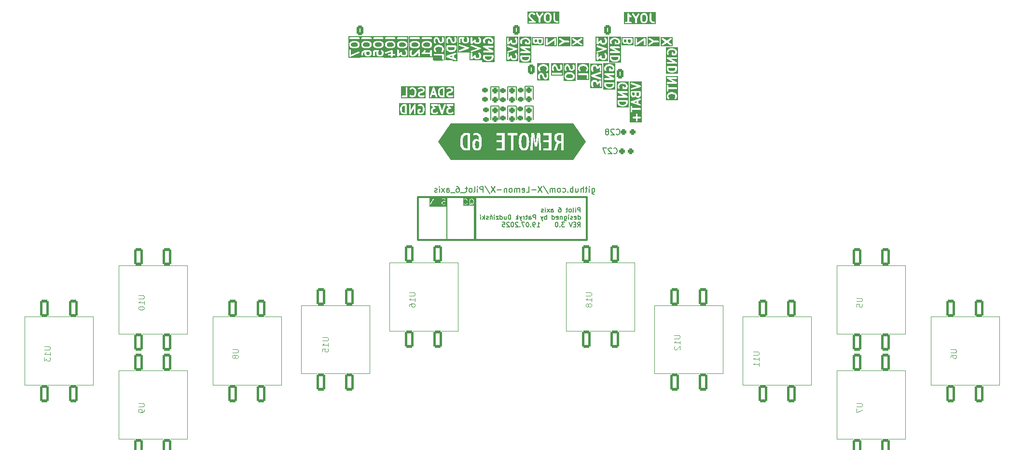
<source format=gbr>
%TF.GenerationSoftware,KiCad,Pcbnew,9.0.2-9.0.2-0~ubuntu24.04.1*%
%TF.CreationDate,2025-07-19T23:39:05+02:00*%
%TF.ProjectId,Pilot6Axis_v2,50696c6f-7436-4417-9869-735f76322e6b,rev?*%
%TF.SameCoordinates,Original*%
%TF.FileFunction,Legend,Bot*%
%TF.FilePolarity,Positive*%
%FSLAX46Y46*%
G04 Gerber Fmt 4.6, Leading zero omitted, Abs format (unit mm)*
G04 Created by KiCad (PCBNEW 9.0.2-9.0.2-0~ubuntu24.04.1) date 2025-07-19 23:39:05*
%MOMM*%
%LPD*%
G01*
G04 APERTURE LIST*
G04 Aperture macros list*
%AMRoundRect*
0 Rectangle with rounded corners*
0 $1 Rounding radius*
0 $2 $3 $4 $5 $6 $7 $8 $9 X,Y pos of 4 corners*
0 Add a 4 corners polygon primitive as box body*
4,1,4,$2,$3,$4,$5,$6,$7,$8,$9,$2,$3,0*
0 Add four circle primitives for the rounded corners*
1,1,$1+$1,$2,$3*
1,1,$1+$1,$4,$5*
1,1,$1+$1,$6,$7*
1,1,$1+$1,$8,$9*
0 Add four rect primitives between the rounded corners*
20,1,$1+$1,$2,$3,$4,$5,0*
20,1,$1+$1,$4,$5,$6,$7,0*
20,1,$1+$1,$6,$7,$8,$9,0*
20,1,$1+$1,$8,$9,$2,$3,0*%
G04 Aperture macros list end*
%ADD10C,0.200000*%
%ADD11C,0.300000*%
%ADD12C,0.100000*%
%ADD13C,0.150000*%
%ADD14C,0.000000*%
%ADD15RoundRect,0.250000X-0.350000X-0.625000X0.350000X-0.625000X0.350000X0.625000X-0.350000X0.625000X0*%
%ADD16O,1.200000X1.750000*%
%ADD17C,0.650000*%
%ADD18O,1.000000X2.100000*%
%ADD19O,1.000000X1.600000*%
%ADD20RoundRect,0.250000X0.350000X0.625000X-0.350000X0.625000X-0.350000X-0.625000X0.350000X-0.625000X0*%
%ADD21R,1.700000X1.700000*%
%ADD22C,1.700000*%
%ADD23RoundRect,0.244000X0.244000X0.269000X-0.244000X0.269000X-0.244000X-0.269000X0.244000X-0.269000X0*%
%ADD24RoundRect,0.225000X-0.525000X1.275000X-0.525000X-1.275000X0.525000X-1.275000X0.525000X1.275000X0*%
%ADD25RoundRect,0.219000X-0.294000X0.219000X-0.294000X-0.219000X0.294000X-0.219000X0.294000X0.219000X0*%
%ADD26RoundRect,0.239000X-0.274000X0.239000X-0.274000X-0.239000X0.274000X-0.239000X0.274000X0.239000X0*%
%ADD27RoundRect,0.244000X-0.244000X-0.269000X0.244000X-0.269000X0.244000X0.269000X-0.244000X0.269000X0*%
G04 APERTURE END LIST*
D10*
X141611201Y-95130801D02*
X141611200Y-102630800D01*
D11*
X146643701Y-102630800D02*
X136578700Y-102630801D01*
X136578701Y-95130801D01*
X146643702Y-95130800D01*
X146643701Y-102630800D01*
X166173292Y-102630800D02*
X146578701Y-102630801D01*
X146578701Y-95130801D01*
X166173292Y-95130800D01*
X166173292Y-102630800D01*
G36*
X159618695Y-74607692D02*
G01*
X157485361Y-74607692D01*
X157485361Y-73719596D01*
X157652028Y-73719596D01*
X157652028Y-74076739D01*
X157653486Y-74091550D01*
X157653206Y-74095500D01*
X157654387Y-74100694D01*
X157654910Y-74106003D01*
X157656427Y-74109665D01*
X157659726Y-74124173D01*
X157731154Y-74338459D01*
X157743143Y-74365310D01*
X157781490Y-74409524D01*
X157833838Y-74435698D01*
X157892218Y-74439847D01*
X157947742Y-74421339D01*
X157991956Y-74382991D01*
X158018130Y-74330644D01*
X158022279Y-74272264D01*
X158015759Y-74243590D01*
X157952028Y-74052398D01*
X157952028Y-73755006D01*
X157996735Y-73665591D01*
X158033739Y-73628587D01*
X158123152Y-73583882D01*
X158195190Y-73583882D01*
X158284601Y-73628587D01*
X158321606Y-73665592D01*
X158374786Y-73771952D01*
X158442221Y-74041690D01*
X158442991Y-74043845D01*
X158443068Y-74044929D01*
X158447735Y-74057125D01*
X158452114Y-74069381D01*
X158452758Y-74070251D01*
X158453578Y-74072392D01*
X158525007Y-74215250D01*
X158532935Y-74227845D01*
X158534451Y-74231504D01*
X158537830Y-74235621D01*
X158540672Y-74240136D01*
X158543666Y-74242732D01*
X158553106Y-74254235D01*
X158624535Y-74325663D01*
X158636035Y-74335101D01*
X158638632Y-74338095D01*
X158643144Y-74340935D01*
X158647265Y-74344317D01*
X158650924Y-74345832D01*
X158663518Y-74353760D01*
X158806374Y-74425189D01*
X158833838Y-74435698D01*
X158839212Y-74436079D01*
X158844193Y-74438143D01*
X158873457Y-74441025D01*
X159016314Y-74441025D01*
X159045578Y-74438143D01*
X159050558Y-74436079D01*
X159055933Y-74435698D01*
X159083396Y-74425189D01*
X159226253Y-74353760D01*
X159238848Y-74345831D01*
X159242505Y-74344317D01*
X159246622Y-74340937D01*
X159251139Y-74338095D01*
X159253736Y-74335100D01*
X159265236Y-74325663D01*
X159336665Y-74254235D01*
X159346104Y-74242732D01*
X159349100Y-74240135D01*
X159351941Y-74235620D01*
X159355320Y-74231504D01*
X159356835Y-74227845D01*
X159364764Y-74215249D01*
X159436193Y-74072391D01*
X159446702Y-74044928D01*
X159447083Y-74039552D01*
X159449146Y-74034574D01*
X159452028Y-74005310D01*
X159452028Y-73648168D01*
X159450569Y-73633362D01*
X159450851Y-73629408D01*
X159449668Y-73624206D01*
X159449146Y-73618904D01*
X159447630Y-73615246D01*
X159444331Y-73600734D01*
X159372903Y-73386448D01*
X159360915Y-73359597D01*
X159322567Y-73315383D01*
X159270220Y-73289209D01*
X159211840Y-73285059D01*
X159156315Y-73303567D01*
X159112101Y-73341915D01*
X159085927Y-73394262D01*
X159081777Y-73452642D01*
X159088297Y-73481316D01*
X159152028Y-73672510D01*
X159152028Y-73969900D01*
X159107322Y-74059312D01*
X159070318Y-74096317D01*
X158980904Y-74141025D01*
X158908867Y-74141025D01*
X158819453Y-74096317D01*
X158782448Y-74059313D01*
X158729269Y-73952954D01*
X158661835Y-73683216D01*
X158661063Y-73681057D01*
X158660987Y-73679977D01*
X158656326Y-73667796D01*
X158651942Y-73655525D01*
X158651297Y-73654655D01*
X158650478Y-73652513D01*
X158579049Y-73509657D01*
X158571121Y-73497063D01*
X158569606Y-73493404D01*
X158566224Y-73489283D01*
X158563384Y-73484771D01*
X158560390Y-73482174D01*
X158550952Y-73470674D01*
X158479524Y-73399245D01*
X158468021Y-73389805D01*
X158465425Y-73386811D01*
X158460910Y-73383969D01*
X158456793Y-73380590D01*
X158453134Y-73379074D01*
X158440539Y-73371146D01*
X158297682Y-73299718D01*
X158270218Y-73289208D01*
X158264842Y-73288826D01*
X158259864Y-73286764D01*
X158230600Y-73283882D01*
X158087742Y-73283882D01*
X158058478Y-73286764D01*
X158053499Y-73288826D01*
X158048124Y-73289208D01*
X158020661Y-73299718D01*
X157877803Y-73371146D01*
X157865208Y-73379074D01*
X157861549Y-73380590D01*
X157857428Y-73383971D01*
X157852918Y-73386811D01*
X157850323Y-73389802D01*
X157838818Y-73399245D01*
X157767390Y-73470674D01*
X157757952Y-73482173D01*
X157754958Y-73484771D01*
X157752115Y-73489287D01*
X157748736Y-73493405D01*
X157747221Y-73497061D01*
X157739293Y-73509657D01*
X157667864Y-73652514D01*
X157657355Y-73679977D01*
X157656973Y-73685351D01*
X157654910Y-73690332D01*
X157652028Y-73719596D01*
X157485361Y-73719596D01*
X157485361Y-72433882D01*
X157652028Y-72433882D01*
X157652028Y-72576739D01*
X157653486Y-72591550D01*
X157653206Y-72595500D01*
X157654387Y-72600694D01*
X157654910Y-72606003D01*
X157656427Y-72609665D01*
X157659726Y-72624173D01*
X157731154Y-72838459D01*
X157743143Y-72865310D01*
X157746673Y-72869380D01*
X157748736Y-72874360D01*
X157767391Y-72897091D01*
X157838819Y-72968519D01*
X157861549Y-72987174D01*
X157915622Y-73009570D01*
X157974148Y-73009570D01*
X158028220Y-72987174D01*
X158069606Y-72945788D01*
X158092002Y-72891716D01*
X158092002Y-72833190D01*
X158069606Y-72779117D01*
X158050951Y-72756387D01*
X158004561Y-72709997D01*
X157952028Y-72552398D01*
X157952028Y-72458222D01*
X158004561Y-72300623D01*
X158105168Y-72200016D01*
X158211527Y-72146837D01*
X158463349Y-72083882D01*
X158640707Y-72083882D01*
X158892528Y-72146836D01*
X158998888Y-72200017D01*
X159099494Y-72300622D01*
X159152028Y-72458224D01*
X159152028Y-72552396D01*
X159099494Y-72709998D01*
X159053106Y-72756386D01*
X159034451Y-72779117D01*
X159012053Y-72833189D01*
X159012053Y-72891715D01*
X159034450Y-72945787D01*
X159075835Y-72987173D01*
X159129907Y-73009571D01*
X159188433Y-73009571D01*
X159242505Y-72987174D01*
X159265236Y-72968520D01*
X159336665Y-72897092D01*
X159355320Y-72874361D01*
X159357381Y-72869384D01*
X159360915Y-72865310D01*
X159372903Y-72838459D01*
X159444331Y-72624173D01*
X159447630Y-72609660D01*
X159449146Y-72606003D01*
X159449668Y-72600700D01*
X159450851Y-72595499D01*
X159450569Y-72591544D01*
X159452028Y-72576739D01*
X159452028Y-72433882D01*
X159450569Y-72419076D01*
X159450851Y-72415122D01*
X159449668Y-72409920D01*
X159449146Y-72404618D01*
X159447630Y-72400960D01*
X159444331Y-72386448D01*
X159372903Y-72172162D01*
X159360915Y-72145311D01*
X159357383Y-72141239D01*
X159355321Y-72136260D01*
X159336666Y-72113530D01*
X159193808Y-71970673D01*
X159182306Y-71961233D01*
X159179710Y-71958240D01*
X159175196Y-71955399D01*
X159171077Y-71952018D01*
X159167417Y-71950502D01*
X159154824Y-71942575D01*
X159011967Y-71871146D01*
X159009826Y-71870326D01*
X159008956Y-71869682D01*
X158996678Y-71865295D01*
X158984504Y-71860637D01*
X158983423Y-71860560D01*
X158981265Y-71859789D01*
X158695551Y-71788361D01*
X158690479Y-71787611D01*
X158688435Y-71786764D01*
X158677412Y-71785678D01*
X158666462Y-71784059D01*
X158664274Y-71784384D01*
X158659171Y-71783882D01*
X158444885Y-71783882D01*
X158439781Y-71784384D01*
X158437594Y-71784059D01*
X158426643Y-71785678D01*
X158415621Y-71786764D01*
X158413576Y-71787611D01*
X158408505Y-71788361D01*
X158122791Y-71859789D01*
X158120632Y-71860560D01*
X158119552Y-71860637D01*
X158107371Y-71865297D01*
X158095100Y-71869682D01*
X158094230Y-71870326D01*
X158092088Y-71871146D01*
X157949232Y-71942575D01*
X157936640Y-71950501D01*
X157932978Y-71952018D01*
X157928855Y-71955401D01*
X157924346Y-71958240D01*
X157921750Y-71961232D01*
X157910248Y-71970673D01*
X157767391Y-72113530D01*
X157748736Y-72136261D01*
X157746673Y-72141240D01*
X157743143Y-72145311D01*
X157731154Y-72172162D01*
X157659726Y-72386448D01*
X157656427Y-72400955D01*
X157654910Y-72404618D01*
X157654387Y-72409926D01*
X157653206Y-72415121D01*
X157653486Y-72419070D01*
X157652028Y-72433882D01*
X157485361Y-72433882D01*
X157485361Y-71617215D01*
X159618695Y-71617215D01*
X159618695Y-74607692D01*
G37*
G36*
X162018695Y-73750548D02*
G01*
X159885361Y-73750548D01*
X159885361Y-73404617D01*
X160054910Y-73404617D01*
X160054910Y-73463145D01*
X160077308Y-73517217D01*
X160118692Y-73558601D01*
X160172764Y-73580999D01*
X160202028Y-73583881D01*
X161702028Y-73583881D01*
X161731292Y-73580999D01*
X161785364Y-73558601D01*
X161826748Y-73517217D01*
X161849146Y-73463145D01*
X161849146Y-73404617D01*
X161826748Y-73350545D01*
X161785364Y-73309161D01*
X161731292Y-73286763D01*
X161702028Y-73283881D01*
X160202028Y-73283881D01*
X160172764Y-73286763D01*
X160118692Y-73309161D01*
X160077308Y-73350545D01*
X160054910Y-73404617D01*
X159885361Y-73404617D01*
X159885361Y-72219596D01*
X160052028Y-72219596D01*
X160052028Y-72576739D01*
X160053486Y-72591550D01*
X160053206Y-72595500D01*
X160054387Y-72600694D01*
X160054910Y-72606003D01*
X160056427Y-72609665D01*
X160059726Y-72624173D01*
X160131154Y-72838459D01*
X160143143Y-72865310D01*
X160181490Y-72909524D01*
X160233838Y-72935698D01*
X160292218Y-72939847D01*
X160347742Y-72921339D01*
X160391956Y-72882991D01*
X160418130Y-72830644D01*
X160422279Y-72772264D01*
X160415759Y-72743590D01*
X160352028Y-72552398D01*
X160352028Y-72255006D01*
X160396735Y-72165591D01*
X160433739Y-72128587D01*
X160523152Y-72083882D01*
X160595190Y-72083882D01*
X160684601Y-72128587D01*
X160721606Y-72165592D01*
X160774786Y-72271952D01*
X160842221Y-72541690D01*
X160842991Y-72543845D01*
X160843068Y-72544929D01*
X160847735Y-72557125D01*
X160852114Y-72569381D01*
X160852758Y-72570251D01*
X160853578Y-72572392D01*
X160925007Y-72715250D01*
X160932935Y-72727845D01*
X160934451Y-72731504D01*
X160937830Y-72735621D01*
X160940672Y-72740136D01*
X160943666Y-72742732D01*
X160953106Y-72754235D01*
X161024535Y-72825663D01*
X161036035Y-72835101D01*
X161038632Y-72838095D01*
X161043144Y-72840935D01*
X161047265Y-72844317D01*
X161050924Y-72845832D01*
X161063518Y-72853760D01*
X161206374Y-72925189D01*
X161233838Y-72935698D01*
X161239212Y-72936079D01*
X161244193Y-72938143D01*
X161273457Y-72941025D01*
X161416314Y-72941025D01*
X161445578Y-72938143D01*
X161450558Y-72936079D01*
X161455933Y-72935698D01*
X161483396Y-72925189D01*
X161626253Y-72853760D01*
X161638848Y-72845831D01*
X161642505Y-72844317D01*
X161646622Y-72840937D01*
X161651139Y-72838095D01*
X161653736Y-72835100D01*
X161665236Y-72825663D01*
X161736665Y-72754235D01*
X161746104Y-72742732D01*
X161749100Y-72740135D01*
X161751941Y-72735620D01*
X161755320Y-72731504D01*
X161756835Y-72727845D01*
X161764764Y-72715249D01*
X161836193Y-72572391D01*
X161846702Y-72544928D01*
X161847083Y-72539552D01*
X161849146Y-72534574D01*
X161852028Y-72505310D01*
X161852028Y-72148168D01*
X161850569Y-72133362D01*
X161850851Y-72129408D01*
X161849668Y-72124206D01*
X161849146Y-72118904D01*
X161847630Y-72115246D01*
X161844331Y-72100734D01*
X161772903Y-71886448D01*
X161760915Y-71859597D01*
X161722567Y-71815383D01*
X161670220Y-71789209D01*
X161611840Y-71785059D01*
X161556315Y-71803567D01*
X161512101Y-71841915D01*
X161485927Y-71894262D01*
X161481777Y-71952642D01*
X161488297Y-71981316D01*
X161552028Y-72172510D01*
X161552028Y-72469900D01*
X161507322Y-72559312D01*
X161470318Y-72596317D01*
X161380904Y-72641025D01*
X161308867Y-72641025D01*
X161219453Y-72596317D01*
X161182448Y-72559313D01*
X161129269Y-72452954D01*
X161061835Y-72183216D01*
X161061063Y-72181057D01*
X161060987Y-72179977D01*
X161056326Y-72167796D01*
X161051942Y-72155525D01*
X161051297Y-72154655D01*
X161050478Y-72152513D01*
X160979049Y-72009657D01*
X160971121Y-71997063D01*
X160969606Y-71993404D01*
X160966224Y-71989283D01*
X160963384Y-71984771D01*
X160960390Y-71982174D01*
X160950952Y-71970674D01*
X160879524Y-71899245D01*
X160868021Y-71889805D01*
X160865425Y-71886811D01*
X160860910Y-71883969D01*
X160856793Y-71880590D01*
X160853134Y-71879074D01*
X160840539Y-71871146D01*
X160697682Y-71799718D01*
X160670218Y-71789208D01*
X160664842Y-71788826D01*
X160659864Y-71786764D01*
X160630600Y-71783882D01*
X160487742Y-71783882D01*
X160458478Y-71786764D01*
X160453499Y-71788826D01*
X160448124Y-71789208D01*
X160420661Y-71799718D01*
X160277803Y-71871146D01*
X160265208Y-71879074D01*
X160261549Y-71880590D01*
X160257428Y-71883971D01*
X160252918Y-71886811D01*
X160250323Y-71889802D01*
X160238818Y-71899245D01*
X160167390Y-71970674D01*
X160157952Y-71982173D01*
X160154958Y-71984771D01*
X160152115Y-71989287D01*
X160148736Y-71993405D01*
X160147221Y-71997061D01*
X160139293Y-72009657D01*
X160067864Y-72152514D01*
X160057355Y-72179977D01*
X160056973Y-72185351D01*
X160054910Y-72190332D01*
X160052028Y-72219596D01*
X159885361Y-72219596D01*
X159885361Y-71617215D01*
X162018695Y-71617215D01*
X162018695Y-73750548D01*
G37*
G36*
X140928118Y-77281628D02*
G01*
X140745318Y-77281628D01*
X140587715Y-77229094D01*
X140487110Y-77128488D01*
X140433929Y-77022128D01*
X140370975Y-76770307D01*
X140370975Y-76592948D01*
X140433929Y-76341127D01*
X140487110Y-76234767D01*
X140587716Y-76134161D01*
X140745318Y-76081628D01*
X140928118Y-76081628D01*
X140928118Y-77281628D01*
G37*
G36*
X139441433Y-76853057D02*
G01*
X139143374Y-76853057D01*
X139292403Y-76405969D01*
X139441433Y-76853057D01*
G37*
G36*
X142894784Y-77748295D02*
G01*
X138476914Y-77748295D01*
X138476914Y-77412867D01*
X138643581Y-77412867D01*
X138647730Y-77471248D01*
X138673904Y-77523595D01*
X138718118Y-77561942D01*
X138773642Y-77580450D01*
X138832023Y-77576301D01*
X138884370Y-77550127D01*
X138922717Y-77505913D01*
X138934705Y-77479062D01*
X139043374Y-77153057D01*
X139541433Y-77153057D01*
X139650101Y-77479062D01*
X139662089Y-77505913D01*
X139700436Y-77550128D01*
X139752784Y-77576301D01*
X139811164Y-77580451D01*
X139866688Y-77561942D01*
X139910902Y-77523595D01*
X139937076Y-77471248D01*
X139941226Y-77412868D01*
X139934706Y-77384194D01*
X139664802Y-76574485D01*
X140070975Y-76574485D01*
X140070975Y-76788771D01*
X140071477Y-76793874D01*
X140071152Y-76796062D01*
X140072771Y-76807012D01*
X140073857Y-76818035D01*
X140074704Y-76820079D01*
X140075454Y-76825151D01*
X140146882Y-77110865D01*
X140147653Y-77113023D01*
X140147730Y-77114104D01*
X140152388Y-77126278D01*
X140156775Y-77138556D01*
X140157419Y-77139426D01*
X140158239Y-77141567D01*
X140229668Y-77284424D01*
X140237595Y-77297017D01*
X140239111Y-77300677D01*
X140242492Y-77304796D01*
X140245333Y-77309310D01*
X140248326Y-77311906D01*
X140257766Y-77323408D01*
X140400623Y-77466266D01*
X140423353Y-77484921D01*
X140428332Y-77486983D01*
X140432404Y-77490515D01*
X140459255Y-77502503D01*
X140673541Y-77573931D01*
X140688053Y-77577230D01*
X140691711Y-77578746D01*
X140697013Y-77579268D01*
X140702215Y-77580451D01*
X140706169Y-77580169D01*
X140720975Y-77581628D01*
X141078118Y-77581628D01*
X141107382Y-77578746D01*
X141161454Y-77556348D01*
X141202838Y-77514964D01*
X141225236Y-77460892D01*
X141228118Y-77431628D01*
X141228118Y-77003057D01*
X141570974Y-77003057D01*
X141570974Y-77145914D01*
X141573856Y-77175178D01*
X141575919Y-77180158D01*
X141576301Y-77185533D01*
X141586810Y-77212996D01*
X141658239Y-77355853D01*
X141666166Y-77368446D01*
X141667682Y-77372106D01*
X141671063Y-77376225D01*
X141673904Y-77380739D01*
X141676897Y-77383335D01*
X141686337Y-77394837D01*
X141757766Y-77466266D01*
X141769270Y-77475707D01*
X141771865Y-77478699D01*
X141776374Y-77481537D01*
X141780497Y-77484921D01*
X141784158Y-77486437D01*
X141796750Y-77494364D01*
X141939608Y-77565792D01*
X141967071Y-77576302D01*
X141972446Y-77576683D01*
X141977425Y-77578746D01*
X142006689Y-77581628D01*
X142363832Y-77581628D01*
X142378637Y-77580169D01*
X142382592Y-77580451D01*
X142387793Y-77579268D01*
X142393096Y-77578746D01*
X142396753Y-77577230D01*
X142411266Y-77573931D01*
X142625551Y-77502503D01*
X142652402Y-77490514D01*
X142696616Y-77452167D01*
X142722790Y-77399820D01*
X142726939Y-77341440D01*
X142708431Y-77285915D01*
X142670084Y-77241701D01*
X142617737Y-77215527D01*
X142559357Y-77211378D01*
X142530683Y-77217897D01*
X142339489Y-77281628D01*
X142042099Y-77281628D01*
X141952685Y-77236921D01*
X141915681Y-77199917D01*
X141870974Y-77110503D01*
X141870974Y-77038467D01*
X141915681Y-76949053D01*
X141952686Y-76912048D01*
X142059045Y-76858869D01*
X142328783Y-76791435D01*
X142330941Y-76790663D01*
X142332022Y-76790587D01*
X142344196Y-76785928D01*
X142356474Y-76781542D01*
X142357344Y-76780897D01*
X142359485Y-76780078D01*
X142502342Y-76708649D01*
X142514937Y-76700720D01*
X142518594Y-76699206D01*
X142522711Y-76695826D01*
X142527228Y-76692984D01*
X142529825Y-76689989D01*
X142541325Y-76680552D01*
X142612754Y-76609124D01*
X142622196Y-76597618D01*
X142625188Y-76595024D01*
X142628027Y-76590513D01*
X142631409Y-76586393D01*
X142632924Y-76582733D01*
X142640853Y-76570139D01*
X142712281Y-76427281D01*
X142722791Y-76399818D01*
X142723172Y-76394442D01*
X142725235Y-76389464D01*
X142728117Y-76360200D01*
X142728117Y-76217342D01*
X142725235Y-76188078D01*
X142723172Y-76183099D01*
X142722791Y-76177724D01*
X142712281Y-76150261D01*
X142640853Y-76007403D01*
X142632924Y-75994808D01*
X142631409Y-75991149D01*
X142628027Y-75987028D01*
X142625188Y-75982518D01*
X142622196Y-75979923D01*
X142612754Y-75968418D01*
X142541325Y-75896990D01*
X142529825Y-75887552D01*
X142527228Y-75884558D01*
X142522711Y-75881715D01*
X142518594Y-75878336D01*
X142514937Y-75876821D01*
X142502342Y-75868893D01*
X142359485Y-75797464D01*
X142332022Y-75786955D01*
X142326647Y-75786573D01*
X142321667Y-75784510D01*
X142292403Y-75781628D01*
X141935260Y-75781628D01*
X141920448Y-75783086D01*
X141916499Y-75782806D01*
X141911304Y-75783987D01*
X141905996Y-75784510D01*
X141902334Y-75786026D01*
X141887825Y-75789326D01*
X141673540Y-75860755D01*
X141646689Y-75872743D01*
X141602474Y-75911091D01*
X141576301Y-75963438D01*
X141572152Y-76021818D01*
X141590660Y-76077342D01*
X141629008Y-76121557D01*
X141681355Y-76147730D01*
X141739735Y-76151879D01*
X141768408Y-76145359D01*
X141959603Y-76081628D01*
X142256993Y-76081628D01*
X142346407Y-76126335D01*
X142383411Y-76163339D01*
X142428117Y-76252751D01*
X142428117Y-76324790D01*
X142383411Y-76414202D01*
X142346407Y-76451206D01*
X142240046Y-76504387D01*
X141970309Y-76571821D01*
X141968150Y-76572592D01*
X141967070Y-76572669D01*
X141954889Y-76577329D01*
X141942618Y-76581714D01*
X141941748Y-76582358D01*
X141939606Y-76583178D01*
X141796750Y-76654607D01*
X141784156Y-76662534D01*
X141780497Y-76664050D01*
X141776377Y-76667431D01*
X141771864Y-76670272D01*
X141769267Y-76673266D01*
X141757766Y-76682705D01*
X141686337Y-76754134D01*
X141676897Y-76765635D01*
X141673904Y-76768232D01*
X141671063Y-76772745D01*
X141667682Y-76776865D01*
X141666166Y-76780524D01*
X141658239Y-76793118D01*
X141586810Y-76935975D01*
X141576301Y-76963438D01*
X141575919Y-76968812D01*
X141573856Y-76973793D01*
X141570974Y-77003057D01*
X141228118Y-77003057D01*
X141228118Y-75931628D01*
X141225236Y-75902364D01*
X141202838Y-75848292D01*
X141161454Y-75806908D01*
X141107382Y-75784510D01*
X141078118Y-75781628D01*
X140720975Y-75781628D01*
X140706163Y-75783086D01*
X140702214Y-75782806D01*
X140697019Y-75783987D01*
X140691711Y-75784510D01*
X140688049Y-75786026D01*
X140673540Y-75789326D01*
X140459255Y-75860755D01*
X140432404Y-75872743D01*
X140428334Y-75876272D01*
X140423353Y-75878336D01*
X140400623Y-75896991D01*
X140257766Y-76039848D01*
X140248326Y-76051349D01*
X140245333Y-76053946D01*
X140242492Y-76058459D01*
X140239111Y-76062579D01*
X140237595Y-76066238D01*
X140229668Y-76078832D01*
X140158239Y-76221689D01*
X140157419Y-76223829D01*
X140156775Y-76224700D01*
X140152388Y-76236977D01*
X140147730Y-76249152D01*
X140147653Y-76250232D01*
X140146882Y-76252391D01*
X140075454Y-76538105D01*
X140074704Y-76543176D01*
X140073857Y-76545221D01*
X140072771Y-76556243D01*
X140071152Y-76567194D01*
X140071477Y-76569381D01*
X140070975Y-76574485D01*
X139664802Y-76574485D01*
X139434705Y-75884194D01*
X139422717Y-75857343D01*
X139415694Y-75849246D01*
X139410902Y-75839661D01*
X139396693Y-75827337D01*
X139384370Y-75813129D01*
X139374784Y-75808336D01*
X139366688Y-75801314D01*
X139348844Y-75795365D01*
X139332023Y-75786955D01*
X139321334Y-75786195D01*
X139311164Y-75782805D01*
X139292398Y-75784138D01*
X139273642Y-75782806D01*
X139263474Y-75786195D01*
X139252784Y-75786955D01*
X139235960Y-75795366D01*
X139218118Y-75801314D01*
X139210023Y-75808334D01*
X139200436Y-75813128D01*
X139188110Y-75827339D01*
X139173904Y-75839661D01*
X139169111Y-75849245D01*
X139162089Y-75857343D01*
X139150101Y-75884194D01*
X138650101Y-77384194D01*
X138643581Y-77412867D01*
X138476914Y-77412867D01*
X138476914Y-75614961D01*
X142894784Y-75614961D01*
X142894784Y-77748295D01*
G37*
G36*
X145678695Y-69715085D02*
G01*
X143545361Y-69715085D01*
X143545361Y-68380835D01*
X143713206Y-68380835D01*
X143717355Y-68439216D01*
X143743529Y-68491563D01*
X143787743Y-68529910D01*
X143814594Y-68541898D01*
X144887685Y-68899596D01*
X143814594Y-69257294D01*
X143787743Y-69269282D01*
X143743529Y-69307629D01*
X143717355Y-69359976D01*
X143713206Y-69418357D01*
X143731714Y-69473881D01*
X143770061Y-69518095D01*
X143822408Y-69544269D01*
X143880789Y-69548418D01*
X143909462Y-69541898D01*
X145409462Y-69041898D01*
X145436313Y-69029910D01*
X145444410Y-69022887D01*
X145453995Y-69018095D01*
X145466316Y-69003888D01*
X145480528Y-68991563D01*
X145485321Y-68981975D01*
X145492342Y-68973881D01*
X145498290Y-68956036D01*
X145506701Y-68939215D01*
X145507460Y-68928527D01*
X145510851Y-68918357D01*
X145509517Y-68899596D01*
X145510851Y-68880835D01*
X145507460Y-68870664D01*
X145506701Y-68859977D01*
X145498290Y-68843155D01*
X145492342Y-68825311D01*
X145485321Y-68817216D01*
X145480528Y-68807629D01*
X145466316Y-68795303D01*
X145453995Y-68781097D01*
X145444410Y-68776304D01*
X145436313Y-68769282D01*
X145409462Y-68757294D01*
X143909462Y-68257294D01*
X143880789Y-68250774D01*
X143822408Y-68254923D01*
X143770061Y-68281097D01*
X143731714Y-68325311D01*
X143713206Y-68380835D01*
X143545361Y-68380835D01*
X143545361Y-67185310D01*
X143712028Y-67185310D01*
X143712028Y-67899596D01*
X143714910Y-67928860D01*
X143737308Y-67982932D01*
X143778692Y-68024316D01*
X143832764Y-68046714D01*
X143891292Y-68046714D01*
X143945364Y-68024316D01*
X143986748Y-67982932D01*
X144009146Y-67928860D01*
X144012028Y-67899596D01*
X144012028Y-67321058D01*
X144288437Y-67293417D01*
X144288401Y-67293925D01*
X144286339Y-67298904D01*
X144283457Y-67328168D01*
X144283457Y-67685310D01*
X144286339Y-67714574D01*
X144288401Y-67719552D01*
X144288783Y-67724928D01*
X144299293Y-67752391D01*
X144370721Y-67895250D01*
X144378649Y-67907844D01*
X144380165Y-67911504D01*
X144383546Y-67915624D01*
X144386386Y-67920135D01*
X144389377Y-67922729D01*
X144398820Y-67934235D01*
X144470249Y-68005663D01*
X144481749Y-68015101D01*
X144484346Y-68018095D01*
X144488858Y-68020935D01*
X144492979Y-68024317D01*
X144496638Y-68025832D01*
X144509232Y-68033760D01*
X144652088Y-68105189D01*
X144679552Y-68115698D01*
X144684926Y-68116079D01*
X144689907Y-68118143D01*
X144719171Y-68121025D01*
X145076314Y-68121025D01*
X145105578Y-68118143D01*
X145110558Y-68116079D01*
X145115933Y-68115698D01*
X145143396Y-68105189D01*
X145286253Y-68033760D01*
X145298848Y-68025831D01*
X145302505Y-68024317D01*
X145306622Y-68020937D01*
X145311139Y-68018095D01*
X145313736Y-68015100D01*
X145325236Y-68005663D01*
X145396665Y-67934235D01*
X145406104Y-67922732D01*
X145409100Y-67920135D01*
X145411941Y-67915620D01*
X145415320Y-67911504D01*
X145416835Y-67907845D01*
X145424764Y-67895249D01*
X145496193Y-67752391D01*
X145506702Y-67724928D01*
X145507083Y-67719552D01*
X145509146Y-67714574D01*
X145512028Y-67685310D01*
X145512028Y-67328168D01*
X145509146Y-67298904D01*
X145507083Y-67293925D01*
X145506702Y-67288550D01*
X145496193Y-67261087D01*
X145424764Y-67118229D01*
X145416835Y-67105632D01*
X145415320Y-67101974D01*
X145411941Y-67097857D01*
X145409100Y-67093343D01*
X145406104Y-67090745D01*
X145396665Y-67079243D01*
X145325236Y-67007815D01*
X145302505Y-66989161D01*
X145248433Y-66966764D01*
X145189907Y-66966764D01*
X145135835Y-66989162D01*
X145094450Y-67030548D01*
X145072053Y-67084620D01*
X145072053Y-67143146D01*
X145094451Y-67197218D01*
X145113106Y-67219949D01*
X145167322Y-67274165D01*
X145212028Y-67363577D01*
X145212028Y-67649900D01*
X145167322Y-67739312D01*
X145130318Y-67776317D01*
X145040904Y-67821025D01*
X144754581Y-67821025D01*
X144665167Y-67776317D01*
X144628163Y-67739314D01*
X144583457Y-67649901D01*
X144583457Y-67363577D01*
X144628163Y-67274163D01*
X144682379Y-67219949D01*
X144701034Y-67197218D01*
X144703924Y-67190239D01*
X144708707Y-67184394D01*
X144715040Y-67163402D01*
X144723431Y-67143146D01*
X144723431Y-67135593D01*
X144725613Y-67128362D01*
X144723431Y-67106545D01*
X144723432Y-67084620D01*
X144720541Y-67077641D01*
X144719790Y-67070125D01*
X144709425Y-67050805D01*
X144701035Y-67030548D01*
X144695692Y-67025205D01*
X144692122Y-67018550D01*
X144675156Y-67004669D01*
X144659650Y-66989162D01*
X144652670Y-66986271D01*
X144646826Y-66981489D01*
X144625831Y-66975154D01*
X144605578Y-66966765D01*
X144598028Y-66966764D01*
X144590794Y-66964582D01*
X144561388Y-66964626D01*
X143847103Y-67036054D01*
X143836438Y-67038192D01*
X143832764Y-67038192D01*
X143829318Y-67039619D01*
X143818271Y-67041834D01*
X143798949Y-67052198D01*
X143778692Y-67060590D01*
X143773351Y-67065930D01*
X143766696Y-67069501D01*
X143752813Y-67086468D01*
X143737308Y-67101974D01*
X143734416Y-67108953D01*
X143729635Y-67114798D01*
X143723301Y-67135786D01*
X143714910Y-67156046D01*
X143713805Y-67167257D01*
X143712728Y-67170830D01*
X143713093Y-67174487D01*
X143712028Y-67185310D01*
X143545361Y-67185310D01*
X143545361Y-66797915D01*
X145678695Y-66797915D01*
X145678695Y-69715085D01*
G37*
G36*
X159532121Y-63026335D02*
G01*
X159628387Y-63122601D01*
X159685260Y-63350091D01*
X159685260Y-63813164D01*
X159628387Y-64040654D01*
X159532121Y-64136921D01*
X159442708Y-64181628D01*
X159227813Y-64181628D01*
X159138400Y-64136921D01*
X159042133Y-64040654D01*
X158985260Y-63813162D01*
X158985260Y-63350093D01*
X159042133Y-63122601D01*
X159138400Y-63026334D01*
X159227813Y-62981628D01*
X159442707Y-62981628D01*
X159532121Y-63026335D01*
G37*
G36*
X161363331Y-64648295D02*
G01*
X155804307Y-64648295D01*
X155804307Y-63117342D01*
X155970974Y-63117342D01*
X155970974Y-63260200D01*
X155972432Y-63275011D01*
X155972152Y-63278961D01*
X155973333Y-63284155D01*
X155973856Y-63289464D01*
X155975372Y-63293125D01*
X155978672Y-63307635D01*
X156050101Y-63521919D01*
X156062089Y-63548770D01*
X156065619Y-63552840D01*
X156067682Y-63557820D01*
X156086337Y-63580551D01*
X156687414Y-64181628D01*
X156120974Y-64181628D01*
X156091710Y-64184510D01*
X156037638Y-64206908D01*
X155996254Y-64248292D01*
X155973856Y-64302364D01*
X155973856Y-64360892D01*
X155996254Y-64414964D01*
X156037638Y-64456348D01*
X156091710Y-64478746D01*
X156120974Y-64481628D01*
X157049546Y-64481628D01*
X157078810Y-64478746D01*
X157110083Y-64465792D01*
X157132881Y-64456349D01*
X157174267Y-64414963D01*
X157196664Y-64360891D01*
X157196664Y-64302365D01*
X157174267Y-64248292D01*
X157155612Y-64225562D01*
X156323507Y-63393457D01*
X156270974Y-63235858D01*
X156270974Y-63152752D01*
X156315681Y-63063338D01*
X156352685Y-63026335D01*
X156442099Y-62981628D01*
X156728422Y-62981628D01*
X156817835Y-63026335D01*
X156872051Y-63080551D01*
X156894781Y-63099206D01*
X156948854Y-63121602D01*
X157007380Y-63121602D01*
X157061452Y-63099206D01*
X157102838Y-63057820D01*
X157125234Y-63003748D01*
X157125234Y-62945222D01*
X157102838Y-62891149D01*
X157084183Y-62868419D01*
X157044044Y-62828280D01*
X157256725Y-62828280D01*
X157266859Y-62885923D01*
X157280139Y-62912159D01*
X157756688Y-63661021D01*
X157756688Y-64331628D01*
X157759570Y-64360892D01*
X157781968Y-64414964D01*
X157823352Y-64456348D01*
X157877424Y-64478746D01*
X157935952Y-64478746D01*
X157990024Y-64456348D01*
X158031408Y-64414964D01*
X158053806Y-64360892D01*
X158056688Y-64331628D01*
X158056688Y-63661021D01*
X158266302Y-63331628D01*
X158685260Y-63331628D01*
X158685260Y-63831628D01*
X158685762Y-63836731D01*
X158685437Y-63838919D01*
X158687056Y-63849870D01*
X158688142Y-63860892D01*
X158688988Y-63862936D01*
X158689739Y-63868009D01*
X158761168Y-64153722D01*
X158771061Y-64181413D01*
X158777700Y-64190373D01*
X158781968Y-64200677D01*
X158800623Y-64223408D01*
X158943480Y-64366266D01*
X158954986Y-64375709D01*
X158957579Y-64378699D01*
X158962084Y-64381535D01*
X158966210Y-64384921D01*
X158969873Y-64386438D01*
X158982464Y-64394364D01*
X159125322Y-64465792D01*
X159152785Y-64476302D01*
X159158160Y-64476683D01*
X159163139Y-64478746D01*
X159192403Y-64481628D01*
X159478117Y-64481628D01*
X159507381Y-64478746D01*
X159512359Y-64476683D01*
X159517735Y-64476302D01*
X159545198Y-64465792D01*
X159688057Y-64394364D01*
X159700647Y-64386438D01*
X159704311Y-64384921D01*
X159708436Y-64381535D01*
X159712942Y-64378699D01*
X159715535Y-64375709D01*
X159727041Y-64366266D01*
X159869898Y-64223408D01*
X159888553Y-64200677D01*
X159892820Y-64190373D01*
X159899460Y-64181413D01*
X159909353Y-64153722D01*
X159980781Y-63868008D01*
X159981530Y-63862936D01*
X159982378Y-63860892D01*
X159983463Y-63849869D01*
X159985083Y-63838919D01*
X159984757Y-63836731D01*
X159985260Y-63831628D01*
X159985260Y-63331628D01*
X159984757Y-63326524D01*
X159985083Y-63324337D01*
X159983463Y-63313386D01*
X159982378Y-63302364D01*
X159981530Y-63300319D01*
X159980781Y-63295248D01*
X159909353Y-63009534D01*
X159899460Y-62981843D01*
X159892821Y-62972883D01*
X159888553Y-62962578D01*
X159869898Y-62939848D01*
X159761678Y-62831628D01*
X160328117Y-62831628D01*
X160328117Y-63903057D01*
X160329575Y-63917868D01*
X160329295Y-63921818D01*
X160330476Y-63927012D01*
X160330999Y-63932321D01*
X160332515Y-63935982D01*
X160335815Y-63950492D01*
X160407244Y-64164776D01*
X160419232Y-64191627D01*
X160422762Y-64195697D01*
X160424825Y-64200677D01*
X160443480Y-64223408D01*
X160586337Y-64366266D01*
X160609067Y-64384921D01*
X160614046Y-64386983D01*
X160618118Y-64390515D01*
X160644969Y-64402503D01*
X160859255Y-64473931D01*
X160873767Y-64477230D01*
X160877425Y-64478746D01*
X160882727Y-64479268D01*
X160887929Y-64480451D01*
X160891883Y-64480169D01*
X160906689Y-64481628D01*
X161049546Y-64481628D01*
X161078810Y-64478746D01*
X161132882Y-64456348D01*
X161174266Y-64414964D01*
X161196664Y-64360892D01*
X161196664Y-64302364D01*
X161174266Y-64248292D01*
X161132882Y-64206908D01*
X161078810Y-64184510D01*
X161049546Y-64181628D01*
X160931032Y-64181628D01*
X160773429Y-64129094D01*
X160680650Y-64036314D01*
X160628117Y-63878715D01*
X160628117Y-62831628D01*
X160625235Y-62802364D01*
X160602837Y-62748292D01*
X160561453Y-62706908D01*
X160507381Y-62684510D01*
X160448853Y-62684510D01*
X160394781Y-62706908D01*
X160353397Y-62748292D01*
X160330999Y-62802364D01*
X160328117Y-62831628D01*
X159761678Y-62831628D01*
X159727041Y-62796991D01*
X159715539Y-62787551D01*
X159712943Y-62784558D01*
X159708429Y-62781717D01*
X159704310Y-62778336D01*
X159700650Y-62776820D01*
X159688057Y-62768893D01*
X159545199Y-62697464D01*
X159517736Y-62686954D01*
X159512358Y-62686571D01*
X159507381Y-62684510D01*
X159478117Y-62681628D01*
X159192403Y-62681628D01*
X159163139Y-62684510D01*
X159158158Y-62686573D01*
X159152784Y-62686955D01*
X159125320Y-62697464D01*
X158982464Y-62768893D01*
X158969872Y-62776819D01*
X158966210Y-62778336D01*
X158962087Y-62781719D01*
X158957578Y-62784558D01*
X158954982Y-62787550D01*
X158943480Y-62796991D01*
X158800623Y-62939848D01*
X158781968Y-62962579D01*
X158777700Y-62972882D01*
X158771061Y-62981843D01*
X158761168Y-63009534D01*
X158689739Y-63295247D01*
X158688988Y-63300319D01*
X158688142Y-63302364D01*
X158687056Y-63313385D01*
X158685437Y-63324337D01*
X158685762Y-63326524D01*
X158685260Y-63331628D01*
X158266302Y-63331628D01*
X158533237Y-62912160D01*
X158546517Y-62885923D01*
X158556650Y-62828280D01*
X158543954Y-62771148D01*
X158510361Y-62723222D01*
X158460983Y-62691799D01*
X158403340Y-62681666D01*
X158346207Y-62694362D01*
X158298281Y-62727955D01*
X158280139Y-62751097D01*
X157906688Y-63337947D01*
X157533237Y-62751097D01*
X157515095Y-62727955D01*
X157467168Y-62694362D01*
X157410036Y-62681665D01*
X157352393Y-62691799D01*
X157303015Y-62723221D01*
X157269422Y-62771148D01*
X157256725Y-62828280D01*
X157044044Y-62828280D01*
X157012755Y-62796991D01*
X157001253Y-62787551D01*
X156998657Y-62784558D01*
X156994143Y-62781717D01*
X156990024Y-62778336D01*
X156986364Y-62776820D01*
X156973771Y-62768893D01*
X156830914Y-62697464D01*
X156803451Y-62686955D01*
X156798076Y-62686573D01*
X156793096Y-62684510D01*
X156763832Y-62681628D01*
X156406689Y-62681628D01*
X156377425Y-62684510D01*
X156372444Y-62686573D01*
X156367070Y-62686955D01*
X156339606Y-62697464D01*
X156196750Y-62768893D01*
X156184156Y-62776820D01*
X156180497Y-62778336D01*
X156176376Y-62781717D01*
X156171864Y-62784558D01*
X156169267Y-62787551D01*
X156157767Y-62796990D01*
X156086338Y-62868418D01*
X156076898Y-62879920D01*
X156073904Y-62882517D01*
X156071062Y-62887031D01*
X156067683Y-62891149D01*
X156066167Y-62894807D01*
X156058239Y-62907403D01*
X155986810Y-63050260D01*
X155976301Y-63077723D01*
X155975919Y-63083097D01*
X155973856Y-63088078D01*
X155970974Y-63117342D01*
X155804307Y-63117342D01*
X155804307Y-62514961D01*
X161363331Y-62514961D01*
X161363331Y-64648295D01*
G37*
G36*
X173912028Y-67821329D02*
G01*
X173867321Y-67910742D01*
X173830316Y-67947747D01*
X173740904Y-67992453D01*
X173597438Y-67992453D01*
X173508024Y-67947746D01*
X173478847Y-67918569D01*
X173426314Y-67760967D01*
X173426314Y-67435310D01*
X173912028Y-67435310D01*
X173912028Y-67821329D01*
G37*
G36*
X173126314Y-67749900D02*
G01*
X173081607Y-67839314D01*
X173044603Y-67876317D01*
X172955190Y-67921025D01*
X172883152Y-67921025D01*
X172793739Y-67876318D01*
X172756735Y-67839314D01*
X172712028Y-67749900D01*
X172712028Y-67435310D01*
X173126314Y-67435310D01*
X173126314Y-67749900D01*
G37*
G36*
X174378695Y-68459120D02*
G01*
X172245361Y-68459120D01*
X172245361Y-67285310D01*
X172412028Y-67285310D01*
X172412028Y-67785310D01*
X172414910Y-67814574D01*
X172416971Y-67819551D01*
X172417354Y-67824929D01*
X172427864Y-67852392D01*
X172499293Y-67995250D01*
X172507220Y-68007843D01*
X172508736Y-68011503D01*
X172512117Y-68015622D01*
X172514958Y-68020136D01*
X172517951Y-68022732D01*
X172527391Y-68034234D01*
X172598819Y-68105662D01*
X172610321Y-68115102D01*
X172612917Y-68118095D01*
X172617426Y-68120933D01*
X172621549Y-68124317D01*
X172625211Y-68125833D01*
X172637803Y-68133760D01*
X172780659Y-68205189D01*
X172808123Y-68215698D01*
X172813497Y-68216079D01*
X172818478Y-68218143D01*
X172847742Y-68221025D01*
X172990600Y-68221025D01*
X173019864Y-68218143D01*
X173024844Y-68216079D01*
X173030219Y-68215698D01*
X173057682Y-68205189D01*
X173200539Y-68133760D01*
X173213132Y-68125832D01*
X173216792Y-68124317D01*
X173220911Y-68120935D01*
X173225425Y-68118095D01*
X173228021Y-68115101D01*
X173239523Y-68105662D01*
X173240705Y-68104479D01*
X173241676Y-68105662D01*
X173313105Y-68177091D01*
X173324609Y-68186532D01*
X173327204Y-68189524D01*
X173331713Y-68192362D01*
X173335836Y-68195746D01*
X173339497Y-68197262D01*
X173352089Y-68205189D01*
X173494947Y-68276617D01*
X173522410Y-68287127D01*
X173527785Y-68287508D01*
X173532764Y-68289571D01*
X173562028Y-68292453D01*
X173776314Y-68292453D01*
X173805578Y-68289571D01*
X173810556Y-68287508D01*
X173815932Y-68287127D01*
X173843396Y-68276617D01*
X173986253Y-68205189D01*
X173998846Y-68197261D01*
X174002506Y-68195746D01*
X174006625Y-68192364D01*
X174011139Y-68189524D01*
X174013735Y-68186530D01*
X174025237Y-68177091D01*
X174096666Y-68105662D01*
X174106107Y-68094157D01*
X174109099Y-68091563D01*
X174111937Y-68087053D01*
X174115321Y-68082931D01*
X174116837Y-68079269D01*
X174124764Y-68066678D01*
X174196192Y-67923820D01*
X174206702Y-67896357D01*
X174207083Y-67890981D01*
X174209146Y-67886003D01*
X174212028Y-67856739D01*
X174212028Y-67285310D01*
X174209146Y-67256046D01*
X174186748Y-67201974D01*
X174145364Y-67160590D01*
X174091292Y-67138192D01*
X174062028Y-67135310D01*
X172562028Y-67135310D01*
X172532764Y-67138192D01*
X172478692Y-67160590D01*
X172437308Y-67201974D01*
X172414910Y-67256046D01*
X172412028Y-67285310D01*
X172245361Y-67285310D01*
X172245361Y-66968643D01*
X174378695Y-66968643D01*
X174378695Y-68459120D01*
G37*
G36*
X142963331Y-80748295D02*
G01*
X138690022Y-80748295D01*
X138690022Y-79788771D01*
X138856689Y-79788771D01*
X138856689Y-80145914D01*
X138859571Y-80175178D01*
X138861634Y-80180158D01*
X138862016Y-80185533D01*
X138872525Y-80212996D01*
X138943954Y-80355853D01*
X138951881Y-80368446D01*
X138953397Y-80372106D01*
X138956778Y-80376225D01*
X138959619Y-80380739D01*
X138962612Y-80383335D01*
X138972052Y-80394837D01*
X139043481Y-80466266D01*
X139054985Y-80475707D01*
X139057580Y-80478699D01*
X139062089Y-80481537D01*
X139066212Y-80484921D01*
X139069873Y-80486437D01*
X139082465Y-80494364D01*
X139225323Y-80565792D01*
X139252786Y-80576302D01*
X139258161Y-80576683D01*
X139263140Y-80578746D01*
X139292404Y-80581628D01*
X139720975Y-80581628D01*
X139750239Y-80578746D01*
X139755217Y-80576683D01*
X139760593Y-80576302D01*
X139788057Y-80565792D01*
X139930914Y-80494364D01*
X139943507Y-80486436D01*
X139947167Y-80484921D01*
X139951286Y-80481539D01*
X139955800Y-80478699D01*
X139958396Y-80475705D01*
X139969898Y-80466266D01*
X140041327Y-80394837D01*
X140059982Y-80372106D01*
X140082379Y-80318034D01*
X140082379Y-80259508D01*
X140059982Y-80205436D01*
X140018596Y-80164050D01*
X139964524Y-80141653D01*
X139905998Y-80141653D01*
X139851926Y-80164050D01*
X139829195Y-80182705D01*
X139774977Y-80236922D01*
X139685565Y-80281628D01*
X139327814Y-80281628D01*
X139238400Y-80236921D01*
X139201396Y-80199917D01*
X139156689Y-80110503D01*
X139156689Y-79824181D01*
X139201396Y-79734767D01*
X139238400Y-79697763D01*
X139327814Y-79653057D01*
X139506689Y-79653057D01*
X139522166Y-79651532D01*
X139526101Y-79651795D01*
X139528811Y-79650878D01*
X139535953Y-79650175D01*
X139558467Y-79640848D01*
X139581543Y-79633045D01*
X139585350Y-79629713D01*
X139590025Y-79627777D01*
X139607254Y-79610547D01*
X139625590Y-79594504D01*
X139627832Y-79589969D01*
X139631409Y-79586393D01*
X139640735Y-79563876D01*
X139651534Y-79542041D01*
X139651870Y-79536996D01*
X139653807Y-79532321D01*
X139653807Y-79507945D01*
X139655427Y-79483645D01*
X139653807Y-79478854D01*
X139653807Y-79473793D01*
X139644482Y-79451281D01*
X139636677Y-79428202D01*
X139632504Y-79422365D01*
X139631409Y-79419721D01*
X139628618Y-79416930D01*
X139619575Y-79404281D01*
X139337254Y-79081628D01*
X139935261Y-79081628D01*
X139964525Y-79078746D01*
X140018597Y-79056348D01*
X140059981Y-79014964D01*
X140082379Y-78960892D01*
X140082379Y-78950389D01*
X140143581Y-78950389D01*
X140150101Y-78979062D01*
X140650101Y-80479062D01*
X140662089Y-80505913D01*
X140669111Y-80514010D01*
X140673904Y-80523595D01*
X140688110Y-80535916D01*
X140700436Y-80550128D01*
X140710023Y-80554921D01*
X140718118Y-80561942D01*
X140735960Y-80567889D01*
X140752784Y-80576301D01*
X140763474Y-80577060D01*
X140773642Y-80580450D01*
X140792398Y-80579117D01*
X140811164Y-80580451D01*
X140821334Y-80577060D01*
X140832023Y-80576301D01*
X140848844Y-80567890D01*
X140866688Y-80561942D01*
X140874784Y-80554919D01*
X140884370Y-80550127D01*
X140896693Y-80535918D01*
X140910902Y-80523595D01*
X140915694Y-80514009D01*
X140922717Y-80505913D01*
X140934705Y-80479062D01*
X141164802Y-79788771D01*
X141570974Y-79788771D01*
X141570974Y-80145914D01*
X141573856Y-80175178D01*
X141575919Y-80180158D01*
X141576301Y-80185533D01*
X141586810Y-80212996D01*
X141658239Y-80355853D01*
X141666166Y-80368446D01*
X141667682Y-80372106D01*
X141671063Y-80376225D01*
X141673904Y-80380739D01*
X141676897Y-80383335D01*
X141686337Y-80394837D01*
X141757766Y-80466266D01*
X141769270Y-80475707D01*
X141771865Y-80478699D01*
X141776374Y-80481537D01*
X141780497Y-80484921D01*
X141784158Y-80486437D01*
X141796750Y-80494364D01*
X141939608Y-80565792D01*
X141967071Y-80576302D01*
X141972446Y-80576683D01*
X141977425Y-80578746D01*
X142006689Y-80581628D01*
X142435260Y-80581628D01*
X142464524Y-80578746D01*
X142469502Y-80576683D01*
X142474878Y-80576302D01*
X142502342Y-80565792D01*
X142645199Y-80494364D01*
X142657792Y-80486436D01*
X142661452Y-80484921D01*
X142665571Y-80481539D01*
X142670085Y-80478699D01*
X142672681Y-80475705D01*
X142684183Y-80466266D01*
X142755612Y-80394837D01*
X142774267Y-80372106D01*
X142796664Y-80318034D01*
X142796664Y-80259508D01*
X142774267Y-80205436D01*
X142732881Y-80164050D01*
X142678809Y-80141653D01*
X142620283Y-80141653D01*
X142566211Y-80164050D01*
X142543480Y-80182705D01*
X142489262Y-80236922D01*
X142399850Y-80281628D01*
X142042099Y-80281628D01*
X141952685Y-80236921D01*
X141915681Y-80199917D01*
X141870974Y-80110503D01*
X141870974Y-79824181D01*
X141915681Y-79734767D01*
X141952685Y-79697763D01*
X142042099Y-79653057D01*
X142220974Y-79653057D01*
X142236451Y-79651532D01*
X142240386Y-79651795D01*
X142243096Y-79650878D01*
X142250238Y-79650175D01*
X142272752Y-79640848D01*
X142295828Y-79633045D01*
X142299635Y-79629713D01*
X142304310Y-79627777D01*
X142321539Y-79610547D01*
X142339875Y-79594504D01*
X142342117Y-79589969D01*
X142345694Y-79586393D01*
X142355020Y-79563876D01*
X142365819Y-79542041D01*
X142366155Y-79536996D01*
X142368092Y-79532321D01*
X142368092Y-79507945D01*
X142369712Y-79483645D01*
X142368092Y-79478854D01*
X142368092Y-79473793D01*
X142358767Y-79451281D01*
X142350962Y-79428202D01*
X142346789Y-79422365D01*
X142345694Y-79419721D01*
X142342903Y-79416930D01*
X142333860Y-79404281D01*
X142051539Y-79081628D01*
X142649546Y-79081628D01*
X142678810Y-79078746D01*
X142732882Y-79056348D01*
X142774266Y-79014964D01*
X142796664Y-78960892D01*
X142796664Y-78902364D01*
X142774266Y-78848292D01*
X142732882Y-78806908D01*
X142678810Y-78784510D01*
X142649546Y-78781628D01*
X141720974Y-78781628D01*
X141705501Y-78783151D01*
X141701562Y-78782889D01*
X141698847Y-78783807D01*
X141691710Y-78784510D01*
X141669201Y-78793833D01*
X141646120Y-78801640D01*
X141642312Y-78804971D01*
X141637638Y-78806908D01*
X141620408Y-78824137D01*
X141602073Y-78840181D01*
X141599830Y-78844715D01*
X141596254Y-78848292D01*
X141586927Y-78870808D01*
X141576129Y-78892644D01*
X141575792Y-78897688D01*
X141573856Y-78902364D01*
X141573856Y-78926730D01*
X141572235Y-78951040D01*
X141573856Y-78955832D01*
X141573856Y-78960892D01*
X141583179Y-78983400D01*
X141590986Y-79006482D01*
X141595157Y-79012318D01*
X141596254Y-79014964D01*
X141599043Y-79017753D01*
X141608087Y-79030404D01*
X141915021Y-79381186D01*
X141796750Y-79440321D01*
X141784158Y-79448247D01*
X141780497Y-79449764D01*
X141776374Y-79453147D01*
X141771865Y-79455986D01*
X141769270Y-79458977D01*
X141757766Y-79468419D01*
X141686337Y-79539848D01*
X141676897Y-79551349D01*
X141673904Y-79553946D01*
X141671063Y-79558459D01*
X141667682Y-79562579D01*
X141666166Y-79566238D01*
X141658239Y-79578832D01*
X141586810Y-79721689D01*
X141576301Y-79749152D01*
X141575919Y-79754526D01*
X141573856Y-79759507D01*
X141570974Y-79788771D01*
X141164802Y-79788771D01*
X141434706Y-78979062D01*
X141441226Y-78950388D01*
X141437076Y-78892008D01*
X141410902Y-78839661D01*
X141366688Y-78801314D01*
X141311164Y-78782805D01*
X141252784Y-78786955D01*
X141200436Y-78813128D01*
X141162089Y-78857343D01*
X141150101Y-78884194D01*
X140792403Y-79957286D01*
X140434705Y-78884194D01*
X140422717Y-78857343D01*
X140384370Y-78813129D01*
X140332023Y-78786955D01*
X140273642Y-78782806D01*
X140218118Y-78801314D01*
X140173904Y-78839661D01*
X140147730Y-78892008D01*
X140143581Y-78950389D01*
X140082379Y-78950389D01*
X140082379Y-78902364D01*
X140059981Y-78848292D01*
X140018597Y-78806908D01*
X139964525Y-78784510D01*
X139935261Y-78781628D01*
X139006689Y-78781628D01*
X138991216Y-78783151D01*
X138987277Y-78782889D01*
X138984562Y-78783807D01*
X138977425Y-78784510D01*
X138954916Y-78793833D01*
X138931835Y-78801640D01*
X138928027Y-78804971D01*
X138923353Y-78806908D01*
X138906123Y-78824137D01*
X138887788Y-78840181D01*
X138885545Y-78844715D01*
X138881969Y-78848292D01*
X138872642Y-78870808D01*
X138861844Y-78892644D01*
X138861507Y-78897688D01*
X138859571Y-78902364D01*
X138859571Y-78926730D01*
X138857950Y-78951040D01*
X138859571Y-78955832D01*
X138859571Y-78960892D01*
X138868894Y-78983400D01*
X138876701Y-79006482D01*
X138880872Y-79012318D01*
X138881969Y-79014964D01*
X138884758Y-79017753D01*
X138893802Y-79030404D01*
X139200736Y-79381186D01*
X139082465Y-79440321D01*
X139069873Y-79448247D01*
X139066212Y-79449764D01*
X139062089Y-79453147D01*
X139057580Y-79455986D01*
X139054985Y-79458977D01*
X139043481Y-79468419D01*
X138972052Y-79539848D01*
X138962612Y-79551349D01*
X138959619Y-79553946D01*
X138956778Y-79558459D01*
X138953397Y-79562579D01*
X138951881Y-79566238D01*
X138943954Y-79578832D01*
X138872525Y-79721689D01*
X138862016Y-79749152D01*
X138861634Y-79754526D01*
X138859571Y-79759507D01*
X138856689Y-79788771D01*
X138690022Y-79788771D01*
X138690022Y-78614961D01*
X142963331Y-78614961D01*
X142963331Y-80748295D01*
G37*
G36*
X160977038Y-68635813D02*
G01*
X158843704Y-68635813D01*
X158843704Y-67319146D01*
X159010371Y-67319146D01*
X159010371Y-68319146D01*
X159013253Y-68348410D01*
X159018877Y-68361988D01*
X159021729Y-68376403D01*
X159029967Y-68388760D01*
X159035651Y-68402482D01*
X159046040Y-68412871D01*
X159054194Y-68425102D01*
X159066536Y-68433367D01*
X159077035Y-68443866D01*
X159090611Y-68449489D01*
X159102824Y-68457668D01*
X159117386Y-68460580D01*
X159131107Y-68466264D01*
X159145803Y-68466264D01*
X159160213Y-68469146D01*
X159174782Y-68466264D01*
X159189635Y-68466264D01*
X159203213Y-68460639D01*
X159217628Y-68457788D01*
X159243576Y-68443954D01*
X160510371Y-67599423D01*
X160510371Y-68319146D01*
X160513253Y-68348410D01*
X160535651Y-68402482D01*
X160577035Y-68443866D01*
X160631107Y-68466264D01*
X160689635Y-68466264D01*
X160743707Y-68443866D01*
X160785091Y-68402482D01*
X160807489Y-68348410D01*
X160810371Y-68319146D01*
X160810371Y-67319146D01*
X160807489Y-67289882D01*
X160801866Y-67276307D01*
X160799014Y-67261889D01*
X160790773Y-67249528D01*
X160785091Y-67235810D01*
X160774702Y-67225421D01*
X160766548Y-67213190D01*
X160754205Y-67204924D01*
X160743707Y-67194426D01*
X160730130Y-67188802D01*
X160717918Y-67180624D01*
X160703355Y-67177711D01*
X160689635Y-67172028D01*
X160674939Y-67172028D01*
X160660529Y-67169146D01*
X160645959Y-67172028D01*
X160631107Y-67172028D01*
X160617532Y-67177650D01*
X160603114Y-67180503D01*
X160577166Y-67194338D01*
X159310371Y-68038868D01*
X159310371Y-67319146D01*
X159307489Y-67289882D01*
X159285091Y-67235810D01*
X159243707Y-67194426D01*
X159189635Y-67172028D01*
X159131107Y-67172028D01*
X159077035Y-67194426D01*
X159035651Y-67235810D01*
X159013253Y-67289882D01*
X159010371Y-67319146D01*
X158843704Y-67319146D01*
X158843704Y-67002479D01*
X160977038Y-67002479D01*
X160977038Y-68635813D01*
G37*
G36*
X147778695Y-71101977D02*
G01*
X145645361Y-71101977D01*
X145645361Y-69856738D01*
X145812028Y-69856738D01*
X145812028Y-70785310D01*
X145813551Y-70800782D01*
X145813289Y-70804722D01*
X145814207Y-70807436D01*
X145814910Y-70814574D01*
X145824233Y-70837082D01*
X145832040Y-70860164D01*
X145835371Y-70863971D01*
X145837308Y-70868646D01*
X145854537Y-70885875D01*
X145870581Y-70904211D01*
X145875115Y-70906453D01*
X145878692Y-70910030D01*
X145901208Y-70919356D01*
X145923044Y-70930155D01*
X145928088Y-70930491D01*
X145932764Y-70932428D01*
X145957131Y-70932428D01*
X145981440Y-70934049D01*
X145986233Y-70932428D01*
X145991292Y-70932428D01*
X146013800Y-70923104D01*
X146036882Y-70915298D01*
X146042718Y-70911126D01*
X146045364Y-70910030D01*
X146048153Y-70907240D01*
X146060804Y-70898197D01*
X146411585Y-70591262D01*
X146470721Y-70709535D01*
X146478649Y-70722129D01*
X146480165Y-70725789D01*
X146483546Y-70729909D01*
X146486386Y-70734420D01*
X146489377Y-70737014D01*
X146498820Y-70748520D01*
X146570249Y-70819948D01*
X146581749Y-70829386D01*
X146584346Y-70832380D01*
X146588858Y-70835220D01*
X146592979Y-70838602D01*
X146596638Y-70840117D01*
X146609232Y-70848045D01*
X146752088Y-70919474D01*
X146779552Y-70929983D01*
X146784926Y-70930364D01*
X146789907Y-70932428D01*
X146819171Y-70935310D01*
X147176314Y-70935310D01*
X147205578Y-70932428D01*
X147210558Y-70930364D01*
X147215933Y-70929983D01*
X147243396Y-70919474D01*
X147386253Y-70848045D01*
X147398848Y-70840116D01*
X147402505Y-70838602D01*
X147406622Y-70835222D01*
X147411139Y-70832380D01*
X147413736Y-70829385D01*
X147425236Y-70819948D01*
X147496665Y-70748520D01*
X147506104Y-70737017D01*
X147509100Y-70734420D01*
X147511941Y-70729905D01*
X147515320Y-70725789D01*
X147516835Y-70722130D01*
X147524764Y-70709534D01*
X147596193Y-70566676D01*
X147606702Y-70539213D01*
X147607083Y-70533837D01*
X147609146Y-70528859D01*
X147612028Y-70499595D01*
X147612028Y-70071024D01*
X147609146Y-70041760D01*
X147607083Y-70036781D01*
X147606702Y-70031406D01*
X147596192Y-70003943D01*
X147524764Y-69861085D01*
X147516837Y-69848493D01*
X147515321Y-69844832D01*
X147511937Y-69840709D01*
X147509099Y-69836200D01*
X147506107Y-69833605D01*
X147496666Y-69822101D01*
X147425237Y-69750672D01*
X147402506Y-69732017D01*
X147348434Y-69709620D01*
X147289908Y-69709620D01*
X147235836Y-69732017D01*
X147194450Y-69773403D01*
X147172053Y-69827475D01*
X147172053Y-69886001D01*
X147194450Y-69940073D01*
X147213105Y-69962804D01*
X147267321Y-70017020D01*
X147312028Y-70106433D01*
X147312028Y-70464185D01*
X147267322Y-70553597D01*
X147230318Y-70590602D01*
X147140904Y-70635310D01*
X146854581Y-70635310D01*
X146765167Y-70590602D01*
X146728163Y-70553599D01*
X146683457Y-70464186D01*
X146683457Y-70285310D01*
X146681932Y-70269832D01*
X146682195Y-70265898D01*
X146681278Y-70263187D01*
X146680575Y-70256046D01*
X146671248Y-70233531D01*
X146663445Y-70210456D01*
X146660113Y-70206648D01*
X146658177Y-70201974D01*
X146640947Y-70184744D01*
X146624904Y-70166409D01*
X146620369Y-70164166D01*
X146616793Y-70160590D01*
X146594276Y-70151263D01*
X146572441Y-70140465D01*
X146567396Y-70140128D01*
X146562721Y-70138192D01*
X146538345Y-70138192D01*
X146514045Y-70136572D01*
X146509255Y-70138192D01*
X146504193Y-70138192D01*
X146481681Y-70147516D01*
X146458602Y-70155322D01*
X146452765Y-70159494D01*
X146450121Y-70160590D01*
X146447330Y-70163380D01*
X146434681Y-70172424D01*
X146112028Y-70454744D01*
X146112028Y-69856738D01*
X146109146Y-69827474D01*
X146086748Y-69773402D01*
X146045364Y-69732018D01*
X145991292Y-69709620D01*
X145932764Y-69709620D01*
X145878692Y-69732018D01*
X145837308Y-69773402D01*
X145814910Y-69827474D01*
X145812028Y-69856738D01*
X145645361Y-69856738D01*
X145645361Y-68480835D01*
X145813206Y-68480835D01*
X145817355Y-68539216D01*
X145843529Y-68591563D01*
X145887743Y-68629910D01*
X145914594Y-68641898D01*
X146987685Y-68999596D01*
X145914594Y-69357294D01*
X145887743Y-69369282D01*
X145843529Y-69407629D01*
X145817355Y-69459976D01*
X145813206Y-69518357D01*
X145831714Y-69573881D01*
X145870061Y-69618095D01*
X145922408Y-69644269D01*
X145980789Y-69648418D01*
X146009462Y-69641898D01*
X147509462Y-69141898D01*
X147536313Y-69129910D01*
X147544410Y-69122887D01*
X147553995Y-69118095D01*
X147566316Y-69103888D01*
X147580528Y-69091563D01*
X147585321Y-69081975D01*
X147592342Y-69073881D01*
X147598290Y-69056036D01*
X147606701Y-69039215D01*
X147607460Y-69028527D01*
X147610851Y-69018357D01*
X147609517Y-68999596D01*
X147610851Y-68980835D01*
X147607460Y-68970664D01*
X147606701Y-68959977D01*
X147598290Y-68943155D01*
X147592342Y-68925311D01*
X147585321Y-68917216D01*
X147580528Y-68907629D01*
X147566316Y-68895303D01*
X147553995Y-68881097D01*
X147544410Y-68876304D01*
X147536313Y-68869282D01*
X147509462Y-68857294D01*
X146009462Y-68357294D01*
X145980789Y-68350774D01*
X145922408Y-68354923D01*
X145870061Y-68381097D01*
X145831714Y-68425311D01*
X145813206Y-68480835D01*
X145645361Y-68480835D01*
X145645361Y-67142453D01*
X145812028Y-67142453D01*
X145812028Y-68071025D01*
X145813551Y-68086497D01*
X145813289Y-68090437D01*
X145814207Y-68093151D01*
X145814910Y-68100289D01*
X145824233Y-68122797D01*
X145832040Y-68145879D01*
X145835371Y-68149686D01*
X145837308Y-68154361D01*
X145854537Y-68171590D01*
X145870581Y-68189926D01*
X145875115Y-68192168D01*
X145878692Y-68195745D01*
X145901208Y-68205071D01*
X145923044Y-68215870D01*
X145928088Y-68216206D01*
X145932764Y-68218143D01*
X145957131Y-68218143D01*
X145981440Y-68219764D01*
X145986233Y-68218143D01*
X145991292Y-68218143D01*
X146013800Y-68208819D01*
X146036882Y-68201013D01*
X146042718Y-68196841D01*
X146045364Y-68195745D01*
X146048153Y-68192955D01*
X146060804Y-68183912D01*
X146411585Y-67876977D01*
X146470721Y-67995250D01*
X146478649Y-68007844D01*
X146480165Y-68011504D01*
X146483546Y-68015624D01*
X146486386Y-68020135D01*
X146489377Y-68022729D01*
X146498820Y-68034235D01*
X146570249Y-68105663D01*
X146581749Y-68115101D01*
X146584346Y-68118095D01*
X146588858Y-68120935D01*
X146592979Y-68124317D01*
X146596638Y-68125832D01*
X146609232Y-68133760D01*
X146752088Y-68205189D01*
X146779552Y-68215698D01*
X146784926Y-68216079D01*
X146789907Y-68218143D01*
X146819171Y-68221025D01*
X147176314Y-68221025D01*
X147205578Y-68218143D01*
X147210558Y-68216079D01*
X147215933Y-68215698D01*
X147243396Y-68205189D01*
X147386253Y-68133760D01*
X147398848Y-68125831D01*
X147402505Y-68124317D01*
X147406622Y-68120937D01*
X147411139Y-68118095D01*
X147413736Y-68115100D01*
X147425236Y-68105663D01*
X147496665Y-68034235D01*
X147506104Y-68022732D01*
X147509100Y-68020135D01*
X147511941Y-68015620D01*
X147515320Y-68011504D01*
X147516835Y-68007845D01*
X147524764Y-67995249D01*
X147596193Y-67852391D01*
X147606702Y-67824928D01*
X147607083Y-67819552D01*
X147609146Y-67814574D01*
X147612028Y-67785310D01*
X147612028Y-67356739D01*
X147609146Y-67327475D01*
X147607083Y-67322496D01*
X147606702Y-67317121D01*
X147596192Y-67289658D01*
X147524764Y-67146800D01*
X147516837Y-67134208D01*
X147515321Y-67130547D01*
X147511937Y-67126424D01*
X147509099Y-67121915D01*
X147506107Y-67119320D01*
X147496666Y-67107816D01*
X147425237Y-67036387D01*
X147402506Y-67017732D01*
X147348434Y-66995335D01*
X147289908Y-66995335D01*
X147235836Y-67017732D01*
X147194450Y-67059118D01*
X147172053Y-67113190D01*
X147172053Y-67171716D01*
X147194450Y-67225788D01*
X147213105Y-67248519D01*
X147267321Y-67302735D01*
X147312028Y-67392148D01*
X147312028Y-67749900D01*
X147267322Y-67839312D01*
X147230318Y-67876317D01*
X147140904Y-67921025D01*
X146854581Y-67921025D01*
X146765167Y-67876317D01*
X146728163Y-67839314D01*
X146683457Y-67749901D01*
X146683457Y-67571025D01*
X146681932Y-67555547D01*
X146682195Y-67551613D01*
X146681278Y-67548902D01*
X146680575Y-67541761D01*
X146671248Y-67519246D01*
X146663445Y-67496171D01*
X146660113Y-67492363D01*
X146658177Y-67487689D01*
X146640947Y-67470459D01*
X146624904Y-67452124D01*
X146620369Y-67449881D01*
X146616793Y-67446305D01*
X146594276Y-67436978D01*
X146572441Y-67426180D01*
X146567396Y-67425843D01*
X146562721Y-67423907D01*
X146538345Y-67423907D01*
X146514045Y-67422287D01*
X146509255Y-67423907D01*
X146504193Y-67423907D01*
X146481681Y-67433231D01*
X146458602Y-67441037D01*
X146452765Y-67445209D01*
X146450121Y-67446305D01*
X146447330Y-67449095D01*
X146434681Y-67458139D01*
X146112028Y-67740459D01*
X146112028Y-67142453D01*
X146109146Y-67113189D01*
X146086748Y-67059117D01*
X146045364Y-67017733D01*
X145991292Y-66995335D01*
X145932764Y-66995335D01*
X145878692Y-67017733D01*
X145837308Y-67059117D01*
X145814910Y-67113189D01*
X145812028Y-67142453D01*
X145645361Y-67142453D01*
X145645361Y-66828668D01*
X147778695Y-66828668D01*
X147778695Y-71101977D01*
G37*
D10*
X165039145Y-97746585D02*
X165039145Y-96946585D01*
X165039145Y-96946585D02*
X164734383Y-96946585D01*
X164734383Y-96946585D02*
X164658193Y-96984680D01*
X164658193Y-96984680D02*
X164620098Y-97022775D01*
X164620098Y-97022775D02*
X164582002Y-97098966D01*
X164582002Y-97098966D02*
X164582002Y-97213251D01*
X164582002Y-97213251D02*
X164620098Y-97289442D01*
X164620098Y-97289442D02*
X164658193Y-97327537D01*
X164658193Y-97327537D02*
X164734383Y-97365632D01*
X164734383Y-97365632D02*
X165039145Y-97365632D01*
X164239145Y-97746585D02*
X164239145Y-97213251D01*
X164239145Y-96946585D02*
X164277241Y-96984680D01*
X164277241Y-96984680D02*
X164239145Y-97022775D01*
X164239145Y-97022775D02*
X164201050Y-96984680D01*
X164201050Y-96984680D02*
X164239145Y-96946585D01*
X164239145Y-96946585D02*
X164239145Y-97022775D01*
X163743908Y-97746585D02*
X163820098Y-97708490D01*
X163820098Y-97708490D02*
X163858193Y-97632299D01*
X163858193Y-97632299D02*
X163858193Y-96946585D01*
X163324860Y-97746585D02*
X163401050Y-97708490D01*
X163401050Y-97708490D02*
X163439145Y-97670394D01*
X163439145Y-97670394D02*
X163477241Y-97594204D01*
X163477241Y-97594204D02*
X163477241Y-97365632D01*
X163477241Y-97365632D02*
X163439145Y-97289442D01*
X163439145Y-97289442D02*
X163401050Y-97251347D01*
X163401050Y-97251347D02*
X163324860Y-97213251D01*
X163324860Y-97213251D02*
X163210574Y-97213251D01*
X163210574Y-97213251D02*
X163134383Y-97251347D01*
X163134383Y-97251347D02*
X163096288Y-97289442D01*
X163096288Y-97289442D02*
X163058193Y-97365632D01*
X163058193Y-97365632D02*
X163058193Y-97594204D01*
X163058193Y-97594204D02*
X163096288Y-97670394D01*
X163096288Y-97670394D02*
X163134383Y-97708490D01*
X163134383Y-97708490D02*
X163210574Y-97746585D01*
X163210574Y-97746585D02*
X163324860Y-97746585D01*
X162829621Y-97213251D02*
X162524859Y-97213251D01*
X162715335Y-96946585D02*
X162715335Y-97632299D01*
X162715335Y-97632299D02*
X162677240Y-97708490D01*
X162677240Y-97708490D02*
X162601050Y-97746585D01*
X162601050Y-97746585D02*
X162524859Y-97746585D01*
X161305811Y-96946585D02*
X161458192Y-96946585D01*
X161458192Y-96946585D02*
X161534383Y-96984680D01*
X161534383Y-96984680D02*
X161572478Y-97022775D01*
X161572478Y-97022775D02*
X161648668Y-97137061D01*
X161648668Y-97137061D02*
X161686764Y-97289442D01*
X161686764Y-97289442D02*
X161686764Y-97594204D01*
X161686764Y-97594204D02*
X161648668Y-97670394D01*
X161648668Y-97670394D02*
X161610573Y-97708490D01*
X161610573Y-97708490D02*
X161534383Y-97746585D01*
X161534383Y-97746585D02*
X161382002Y-97746585D01*
X161382002Y-97746585D02*
X161305811Y-97708490D01*
X161305811Y-97708490D02*
X161267716Y-97670394D01*
X161267716Y-97670394D02*
X161229621Y-97594204D01*
X161229621Y-97594204D02*
X161229621Y-97403728D01*
X161229621Y-97403728D02*
X161267716Y-97327537D01*
X161267716Y-97327537D02*
X161305811Y-97289442D01*
X161305811Y-97289442D02*
X161382002Y-97251347D01*
X161382002Y-97251347D02*
X161534383Y-97251347D01*
X161534383Y-97251347D02*
X161610573Y-97289442D01*
X161610573Y-97289442D02*
X161648668Y-97327537D01*
X161648668Y-97327537D02*
X161686764Y-97403728D01*
X159934382Y-97746585D02*
X159934382Y-97327537D01*
X159934382Y-97327537D02*
X159972477Y-97251347D01*
X159972477Y-97251347D02*
X160048668Y-97213251D01*
X160048668Y-97213251D02*
X160201049Y-97213251D01*
X160201049Y-97213251D02*
X160277239Y-97251347D01*
X159934382Y-97708490D02*
X160010573Y-97746585D01*
X160010573Y-97746585D02*
X160201049Y-97746585D01*
X160201049Y-97746585D02*
X160277239Y-97708490D01*
X160277239Y-97708490D02*
X160315335Y-97632299D01*
X160315335Y-97632299D02*
X160315335Y-97556109D01*
X160315335Y-97556109D02*
X160277239Y-97479918D01*
X160277239Y-97479918D02*
X160201049Y-97441823D01*
X160201049Y-97441823D02*
X160010573Y-97441823D01*
X160010573Y-97441823D02*
X159934382Y-97403728D01*
X159629620Y-97746585D02*
X159210572Y-97213251D01*
X159629620Y-97213251D02*
X159210572Y-97746585D01*
X158905810Y-97746585D02*
X158905810Y-97213251D01*
X158905810Y-96946585D02*
X158943906Y-96984680D01*
X158943906Y-96984680D02*
X158905810Y-97022775D01*
X158905810Y-97022775D02*
X158867715Y-96984680D01*
X158867715Y-96984680D02*
X158905810Y-96946585D01*
X158905810Y-96946585D02*
X158905810Y-97022775D01*
X158562954Y-97708490D02*
X158486763Y-97746585D01*
X158486763Y-97746585D02*
X158334382Y-97746585D01*
X158334382Y-97746585D02*
X158258192Y-97708490D01*
X158258192Y-97708490D02*
X158220096Y-97632299D01*
X158220096Y-97632299D02*
X158220096Y-97594204D01*
X158220096Y-97594204D02*
X158258192Y-97518013D01*
X158258192Y-97518013D02*
X158334382Y-97479918D01*
X158334382Y-97479918D02*
X158448668Y-97479918D01*
X158448668Y-97479918D02*
X158524858Y-97441823D01*
X158524858Y-97441823D02*
X158562954Y-97365632D01*
X158562954Y-97365632D02*
X158562954Y-97327537D01*
X158562954Y-97327537D02*
X158524858Y-97251347D01*
X158524858Y-97251347D02*
X158448668Y-97213251D01*
X158448668Y-97213251D02*
X158334382Y-97213251D01*
X158334382Y-97213251D02*
X158258192Y-97251347D01*
X164696288Y-99034540D02*
X164696288Y-98234540D01*
X164696288Y-98996445D02*
X164772479Y-99034540D01*
X164772479Y-99034540D02*
X164924860Y-99034540D01*
X164924860Y-99034540D02*
X165001050Y-98996445D01*
X165001050Y-98996445D02*
X165039145Y-98958349D01*
X165039145Y-98958349D02*
X165077241Y-98882159D01*
X165077241Y-98882159D02*
X165077241Y-98653587D01*
X165077241Y-98653587D02*
X165039145Y-98577397D01*
X165039145Y-98577397D02*
X165001050Y-98539302D01*
X165001050Y-98539302D02*
X164924860Y-98501206D01*
X164924860Y-98501206D02*
X164772479Y-98501206D01*
X164772479Y-98501206D02*
X164696288Y-98539302D01*
X164010573Y-98996445D02*
X164086764Y-99034540D01*
X164086764Y-99034540D02*
X164239145Y-99034540D01*
X164239145Y-99034540D02*
X164315335Y-98996445D01*
X164315335Y-98996445D02*
X164353431Y-98920254D01*
X164353431Y-98920254D02*
X164353431Y-98615492D01*
X164353431Y-98615492D02*
X164315335Y-98539302D01*
X164315335Y-98539302D02*
X164239145Y-98501206D01*
X164239145Y-98501206D02*
X164086764Y-98501206D01*
X164086764Y-98501206D02*
X164010573Y-98539302D01*
X164010573Y-98539302D02*
X163972478Y-98615492D01*
X163972478Y-98615492D02*
X163972478Y-98691683D01*
X163972478Y-98691683D02*
X164353431Y-98767873D01*
X163667717Y-98996445D02*
X163591526Y-99034540D01*
X163591526Y-99034540D02*
X163439145Y-99034540D01*
X163439145Y-99034540D02*
X163362955Y-98996445D01*
X163362955Y-98996445D02*
X163324859Y-98920254D01*
X163324859Y-98920254D02*
X163324859Y-98882159D01*
X163324859Y-98882159D02*
X163362955Y-98805968D01*
X163362955Y-98805968D02*
X163439145Y-98767873D01*
X163439145Y-98767873D02*
X163553431Y-98767873D01*
X163553431Y-98767873D02*
X163629621Y-98729778D01*
X163629621Y-98729778D02*
X163667717Y-98653587D01*
X163667717Y-98653587D02*
X163667717Y-98615492D01*
X163667717Y-98615492D02*
X163629621Y-98539302D01*
X163629621Y-98539302D02*
X163553431Y-98501206D01*
X163553431Y-98501206D02*
X163439145Y-98501206D01*
X163439145Y-98501206D02*
X163362955Y-98539302D01*
X162982002Y-99034540D02*
X162982002Y-98501206D01*
X162982002Y-98234540D02*
X163020098Y-98272635D01*
X163020098Y-98272635D02*
X162982002Y-98310730D01*
X162982002Y-98310730D02*
X162943907Y-98272635D01*
X162943907Y-98272635D02*
X162982002Y-98234540D01*
X162982002Y-98234540D02*
X162982002Y-98310730D01*
X162258193Y-98501206D02*
X162258193Y-99148825D01*
X162258193Y-99148825D02*
X162296288Y-99225016D01*
X162296288Y-99225016D02*
X162334384Y-99263111D01*
X162334384Y-99263111D02*
X162410574Y-99301206D01*
X162410574Y-99301206D02*
X162524860Y-99301206D01*
X162524860Y-99301206D02*
X162601050Y-99263111D01*
X162258193Y-98996445D02*
X162334384Y-99034540D01*
X162334384Y-99034540D02*
X162486765Y-99034540D01*
X162486765Y-99034540D02*
X162562955Y-98996445D01*
X162562955Y-98996445D02*
X162601050Y-98958349D01*
X162601050Y-98958349D02*
X162639146Y-98882159D01*
X162639146Y-98882159D02*
X162639146Y-98653587D01*
X162639146Y-98653587D02*
X162601050Y-98577397D01*
X162601050Y-98577397D02*
X162562955Y-98539302D01*
X162562955Y-98539302D02*
X162486765Y-98501206D01*
X162486765Y-98501206D02*
X162334384Y-98501206D01*
X162334384Y-98501206D02*
X162258193Y-98539302D01*
X161877240Y-98501206D02*
X161877240Y-99034540D01*
X161877240Y-98577397D02*
X161839145Y-98539302D01*
X161839145Y-98539302D02*
X161762955Y-98501206D01*
X161762955Y-98501206D02*
X161648669Y-98501206D01*
X161648669Y-98501206D02*
X161572478Y-98539302D01*
X161572478Y-98539302D02*
X161534383Y-98615492D01*
X161534383Y-98615492D02*
X161534383Y-99034540D01*
X160848668Y-98996445D02*
X160924859Y-99034540D01*
X160924859Y-99034540D02*
X161077240Y-99034540D01*
X161077240Y-99034540D02*
X161153430Y-98996445D01*
X161153430Y-98996445D02*
X161191526Y-98920254D01*
X161191526Y-98920254D02*
X161191526Y-98615492D01*
X161191526Y-98615492D02*
X161153430Y-98539302D01*
X161153430Y-98539302D02*
X161077240Y-98501206D01*
X161077240Y-98501206D02*
X160924859Y-98501206D01*
X160924859Y-98501206D02*
X160848668Y-98539302D01*
X160848668Y-98539302D02*
X160810573Y-98615492D01*
X160810573Y-98615492D02*
X160810573Y-98691683D01*
X160810573Y-98691683D02*
X161191526Y-98767873D01*
X160124859Y-99034540D02*
X160124859Y-98234540D01*
X160124859Y-98996445D02*
X160201050Y-99034540D01*
X160201050Y-99034540D02*
X160353431Y-99034540D01*
X160353431Y-99034540D02*
X160429621Y-98996445D01*
X160429621Y-98996445D02*
X160467716Y-98958349D01*
X160467716Y-98958349D02*
X160505812Y-98882159D01*
X160505812Y-98882159D02*
X160505812Y-98653587D01*
X160505812Y-98653587D02*
X160467716Y-98577397D01*
X160467716Y-98577397D02*
X160429621Y-98539302D01*
X160429621Y-98539302D02*
X160353431Y-98501206D01*
X160353431Y-98501206D02*
X160201050Y-98501206D01*
X160201050Y-98501206D02*
X160124859Y-98539302D01*
X159134382Y-99034540D02*
X159134382Y-98234540D01*
X159134382Y-98539302D02*
X159058192Y-98501206D01*
X159058192Y-98501206D02*
X158905811Y-98501206D01*
X158905811Y-98501206D02*
X158829620Y-98539302D01*
X158829620Y-98539302D02*
X158791525Y-98577397D01*
X158791525Y-98577397D02*
X158753430Y-98653587D01*
X158753430Y-98653587D02*
X158753430Y-98882159D01*
X158753430Y-98882159D02*
X158791525Y-98958349D01*
X158791525Y-98958349D02*
X158829620Y-98996445D01*
X158829620Y-98996445D02*
X158905811Y-99034540D01*
X158905811Y-99034540D02*
X159058192Y-99034540D01*
X159058192Y-99034540D02*
X159134382Y-98996445D01*
X158486763Y-98501206D02*
X158296287Y-99034540D01*
X158105810Y-98501206D02*
X158296287Y-99034540D01*
X158296287Y-99034540D02*
X158372477Y-99225016D01*
X158372477Y-99225016D02*
X158410572Y-99263111D01*
X158410572Y-99263111D02*
X158486763Y-99301206D01*
X157191524Y-99034540D02*
X157191524Y-98234540D01*
X157191524Y-98234540D02*
X156886762Y-98234540D01*
X156886762Y-98234540D02*
X156810572Y-98272635D01*
X156810572Y-98272635D02*
X156772477Y-98310730D01*
X156772477Y-98310730D02*
X156734381Y-98386921D01*
X156734381Y-98386921D02*
X156734381Y-98501206D01*
X156734381Y-98501206D02*
X156772477Y-98577397D01*
X156772477Y-98577397D02*
X156810572Y-98615492D01*
X156810572Y-98615492D02*
X156886762Y-98653587D01*
X156886762Y-98653587D02*
X157191524Y-98653587D01*
X156048667Y-99034540D02*
X156048667Y-98615492D01*
X156048667Y-98615492D02*
X156086762Y-98539302D01*
X156086762Y-98539302D02*
X156162953Y-98501206D01*
X156162953Y-98501206D02*
X156315334Y-98501206D01*
X156315334Y-98501206D02*
X156391524Y-98539302D01*
X156048667Y-98996445D02*
X156124858Y-99034540D01*
X156124858Y-99034540D02*
X156315334Y-99034540D01*
X156315334Y-99034540D02*
X156391524Y-98996445D01*
X156391524Y-98996445D02*
X156429620Y-98920254D01*
X156429620Y-98920254D02*
X156429620Y-98844064D01*
X156429620Y-98844064D02*
X156391524Y-98767873D01*
X156391524Y-98767873D02*
X156315334Y-98729778D01*
X156315334Y-98729778D02*
X156124858Y-98729778D01*
X156124858Y-98729778D02*
X156048667Y-98691683D01*
X155782000Y-98501206D02*
X155477238Y-98501206D01*
X155667714Y-98234540D02*
X155667714Y-98920254D01*
X155667714Y-98920254D02*
X155629619Y-98996445D01*
X155629619Y-98996445D02*
X155553429Y-99034540D01*
X155553429Y-99034540D02*
X155477238Y-99034540D01*
X155210571Y-99034540D02*
X155210571Y-98501206D01*
X155210571Y-98653587D02*
X155172476Y-98577397D01*
X155172476Y-98577397D02*
X155134381Y-98539302D01*
X155134381Y-98539302D02*
X155058190Y-98501206D01*
X155058190Y-98501206D02*
X154982000Y-98501206D01*
X154791524Y-98501206D02*
X154601048Y-99034540D01*
X154410571Y-98501206D02*
X154601048Y-99034540D01*
X154601048Y-99034540D02*
X154677238Y-99225016D01*
X154677238Y-99225016D02*
X154715333Y-99263111D01*
X154715333Y-99263111D02*
X154791524Y-99301206D01*
X154105809Y-99034540D02*
X154105809Y-98234540D01*
X154029619Y-98729778D02*
X153801047Y-99034540D01*
X153801047Y-98501206D02*
X154105809Y-98805968D01*
X152848666Y-99034540D02*
X152848666Y-98234540D01*
X152848666Y-98234540D02*
X152658190Y-98234540D01*
X152658190Y-98234540D02*
X152543904Y-98272635D01*
X152543904Y-98272635D02*
X152467714Y-98348825D01*
X152467714Y-98348825D02*
X152429619Y-98425016D01*
X152429619Y-98425016D02*
X152391523Y-98577397D01*
X152391523Y-98577397D02*
X152391523Y-98691683D01*
X152391523Y-98691683D02*
X152429619Y-98844064D01*
X152429619Y-98844064D02*
X152467714Y-98920254D01*
X152467714Y-98920254D02*
X152543904Y-98996445D01*
X152543904Y-98996445D02*
X152658190Y-99034540D01*
X152658190Y-99034540D02*
X152848666Y-99034540D01*
X151705809Y-98501206D02*
X151705809Y-99034540D01*
X152048666Y-98501206D02*
X152048666Y-98920254D01*
X152048666Y-98920254D02*
X152010571Y-98996445D01*
X152010571Y-98996445D02*
X151934381Y-99034540D01*
X151934381Y-99034540D02*
X151820095Y-99034540D01*
X151820095Y-99034540D02*
X151743904Y-98996445D01*
X151743904Y-98996445D02*
X151705809Y-98958349D01*
X150981999Y-99034540D02*
X150981999Y-98234540D01*
X150981999Y-98996445D02*
X151058190Y-99034540D01*
X151058190Y-99034540D02*
X151210571Y-99034540D01*
X151210571Y-99034540D02*
X151286761Y-98996445D01*
X151286761Y-98996445D02*
X151324856Y-98958349D01*
X151324856Y-98958349D02*
X151362952Y-98882159D01*
X151362952Y-98882159D02*
X151362952Y-98653587D01*
X151362952Y-98653587D02*
X151324856Y-98577397D01*
X151324856Y-98577397D02*
X151286761Y-98539302D01*
X151286761Y-98539302D02*
X151210571Y-98501206D01*
X151210571Y-98501206D02*
X151058190Y-98501206D01*
X151058190Y-98501206D02*
X150981999Y-98539302D01*
X150677237Y-98501206D02*
X150258189Y-98501206D01*
X150258189Y-98501206D02*
X150677237Y-99034540D01*
X150677237Y-99034540D02*
X150258189Y-99034540D01*
X149953427Y-99034540D02*
X149953427Y-98501206D01*
X149953427Y-98234540D02*
X149991523Y-98272635D01*
X149991523Y-98272635D02*
X149953427Y-98310730D01*
X149953427Y-98310730D02*
X149915332Y-98272635D01*
X149915332Y-98272635D02*
X149953427Y-98234540D01*
X149953427Y-98234540D02*
X149953427Y-98310730D01*
X149572475Y-98501206D02*
X149572475Y-99034540D01*
X149572475Y-98577397D02*
X149534380Y-98539302D01*
X149534380Y-98539302D02*
X149458190Y-98501206D01*
X149458190Y-98501206D02*
X149343904Y-98501206D01*
X149343904Y-98501206D02*
X149267713Y-98539302D01*
X149267713Y-98539302D02*
X149229618Y-98615492D01*
X149229618Y-98615492D02*
X149229618Y-99034540D01*
X149343904Y-98196445D02*
X149458190Y-98310730D01*
X148886761Y-98996445D02*
X148810570Y-99034540D01*
X148810570Y-99034540D02*
X148658189Y-99034540D01*
X148658189Y-99034540D02*
X148581999Y-98996445D01*
X148581999Y-98996445D02*
X148543903Y-98920254D01*
X148543903Y-98920254D02*
X148543903Y-98882159D01*
X148543903Y-98882159D02*
X148581999Y-98805968D01*
X148581999Y-98805968D02*
X148658189Y-98767873D01*
X148658189Y-98767873D02*
X148772475Y-98767873D01*
X148772475Y-98767873D02*
X148848665Y-98729778D01*
X148848665Y-98729778D02*
X148886761Y-98653587D01*
X148886761Y-98653587D02*
X148886761Y-98615492D01*
X148886761Y-98615492D02*
X148848665Y-98539302D01*
X148848665Y-98539302D02*
X148772475Y-98501206D01*
X148772475Y-98501206D02*
X148658189Y-98501206D01*
X148658189Y-98501206D02*
X148581999Y-98539302D01*
X148201046Y-99034540D02*
X148201046Y-98234540D01*
X148124856Y-98729778D02*
X147896284Y-99034540D01*
X147896284Y-98501206D02*
X148201046Y-98805968D01*
X147553427Y-99034540D02*
X147553427Y-98501206D01*
X147553427Y-98234540D02*
X147591523Y-98272635D01*
X147591523Y-98272635D02*
X147553427Y-98310730D01*
X147553427Y-98310730D02*
X147515332Y-98272635D01*
X147515332Y-98272635D02*
X147553427Y-98234540D01*
X147553427Y-98234540D02*
X147553427Y-98310730D01*
X164582002Y-100322495D02*
X164848669Y-99941542D01*
X165039145Y-100322495D02*
X165039145Y-99522495D01*
X165039145Y-99522495D02*
X164734383Y-99522495D01*
X164734383Y-99522495D02*
X164658193Y-99560590D01*
X164658193Y-99560590D02*
X164620098Y-99598685D01*
X164620098Y-99598685D02*
X164582002Y-99674876D01*
X164582002Y-99674876D02*
X164582002Y-99789161D01*
X164582002Y-99789161D02*
X164620098Y-99865352D01*
X164620098Y-99865352D02*
X164658193Y-99903447D01*
X164658193Y-99903447D02*
X164734383Y-99941542D01*
X164734383Y-99941542D02*
X165039145Y-99941542D01*
X164239145Y-99903447D02*
X163972479Y-99903447D01*
X163858193Y-100322495D02*
X164239145Y-100322495D01*
X164239145Y-100322495D02*
X164239145Y-99522495D01*
X164239145Y-99522495D02*
X163858193Y-99522495D01*
X163629621Y-99522495D02*
X163362954Y-100322495D01*
X163362954Y-100322495D02*
X163096288Y-99522495D01*
X162296288Y-99522495D02*
X161801050Y-99522495D01*
X161801050Y-99522495D02*
X162067716Y-99827257D01*
X162067716Y-99827257D02*
X161953431Y-99827257D01*
X161953431Y-99827257D02*
X161877240Y-99865352D01*
X161877240Y-99865352D02*
X161839145Y-99903447D01*
X161839145Y-99903447D02*
X161801050Y-99979638D01*
X161801050Y-99979638D02*
X161801050Y-100170114D01*
X161801050Y-100170114D02*
X161839145Y-100246304D01*
X161839145Y-100246304D02*
X161877240Y-100284400D01*
X161877240Y-100284400D02*
X161953431Y-100322495D01*
X161953431Y-100322495D02*
X162182002Y-100322495D01*
X162182002Y-100322495D02*
X162258193Y-100284400D01*
X162258193Y-100284400D02*
X162296288Y-100246304D01*
X161458192Y-100246304D02*
X161420097Y-100284400D01*
X161420097Y-100284400D02*
X161458192Y-100322495D01*
X161458192Y-100322495D02*
X161496288Y-100284400D01*
X161496288Y-100284400D02*
X161458192Y-100246304D01*
X161458192Y-100246304D02*
X161458192Y-100322495D01*
X160924859Y-99522495D02*
X160848669Y-99522495D01*
X160848669Y-99522495D02*
X160772478Y-99560590D01*
X160772478Y-99560590D02*
X160734383Y-99598685D01*
X160734383Y-99598685D02*
X160696288Y-99674876D01*
X160696288Y-99674876D02*
X160658193Y-99827257D01*
X160658193Y-99827257D02*
X160658193Y-100017733D01*
X160658193Y-100017733D02*
X160696288Y-100170114D01*
X160696288Y-100170114D02*
X160734383Y-100246304D01*
X160734383Y-100246304D02*
X160772478Y-100284400D01*
X160772478Y-100284400D02*
X160848669Y-100322495D01*
X160848669Y-100322495D02*
X160924859Y-100322495D01*
X160924859Y-100322495D02*
X161001050Y-100284400D01*
X161001050Y-100284400D02*
X161039145Y-100246304D01*
X161039145Y-100246304D02*
X161077240Y-100170114D01*
X161077240Y-100170114D02*
X161115336Y-100017733D01*
X161115336Y-100017733D02*
X161115336Y-99827257D01*
X161115336Y-99827257D02*
X161077240Y-99674876D01*
X161077240Y-99674876D02*
X161039145Y-99598685D01*
X161039145Y-99598685D02*
X161001050Y-99560590D01*
X161001050Y-99560590D02*
X160924859Y-99522495D01*
X157458192Y-100322495D02*
X157915335Y-100322495D01*
X157686763Y-100322495D02*
X157686763Y-99522495D01*
X157686763Y-99522495D02*
X157762954Y-99636780D01*
X157762954Y-99636780D02*
X157839144Y-99712971D01*
X157839144Y-99712971D02*
X157915335Y-99751066D01*
X157077239Y-100322495D02*
X156924858Y-100322495D01*
X156924858Y-100322495D02*
X156848668Y-100284400D01*
X156848668Y-100284400D02*
X156810572Y-100246304D01*
X156810572Y-100246304D02*
X156734382Y-100132019D01*
X156734382Y-100132019D02*
X156696287Y-99979638D01*
X156696287Y-99979638D02*
X156696287Y-99674876D01*
X156696287Y-99674876D02*
X156734382Y-99598685D01*
X156734382Y-99598685D02*
X156772477Y-99560590D01*
X156772477Y-99560590D02*
X156848668Y-99522495D01*
X156848668Y-99522495D02*
X157001049Y-99522495D01*
X157001049Y-99522495D02*
X157077239Y-99560590D01*
X157077239Y-99560590D02*
X157115334Y-99598685D01*
X157115334Y-99598685D02*
X157153430Y-99674876D01*
X157153430Y-99674876D02*
X157153430Y-99865352D01*
X157153430Y-99865352D02*
X157115334Y-99941542D01*
X157115334Y-99941542D02*
X157077239Y-99979638D01*
X157077239Y-99979638D02*
X157001049Y-100017733D01*
X157001049Y-100017733D02*
X156848668Y-100017733D01*
X156848668Y-100017733D02*
X156772477Y-99979638D01*
X156772477Y-99979638D02*
X156734382Y-99941542D01*
X156734382Y-99941542D02*
X156696287Y-99865352D01*
X156353429Y-100246304D02*
X156315334Y-100284400D01*
X156315334Y-100284400D02*
X156353429Y-100322495D01*
X156353429Y-100322495D02*
X156391525Y-100284400D01*
X156391525Y-100284400D02*
X156353429Y-100246304D01*
X156353429Y-100246304D02*
X156353429Y-100322495D01*
X155820096Y-99522495D02*
X155743906Y-99522495D01*
X155743906Y-99522495D02*
X155667715Y-99560590D01*
X155667715Y-99560590D02*
X155629620Y-99598685D01*
X155629620Y-99598685D02*
X155591525Y-99674876D01*
X155591525Y-99674876D02*
X155553430Y-99827257D01*
X155553430Y-99827257D02*
X155553430Y-100017733D01*
X155553430Y-100017733D02*
X155591525Y-100170114D01*
X155591525Y-100170114D02*
X155629620Y-100246304D01*
X155629620Y-100246304D02*
X155667715Y-100284400D01*
X155667715Y-100284400D02*
X155743906Y-100322495D01*
X155743906Y-100322495D02*
X155820096Y-100322495D01*
X155820096Y-100322495D02*
X155896287Y-100284400D01*
X155896287Y-100284400D02*
X155934382Y-100246304D01*
X155934382Y-100246304D02*
X155972477Y-100170114D01*
X155972477Y-100170114D02*
X156010573Y-100017733D01*
X156010573Y-100017733D02*
X156010573Y-99827257D01*
X156010573Y-99827257D02*
X155972477Y-99674876D01*
X155972477Y-99674876D02*
X155934382Y-99598685D01*
X155934382Y-99598685D02*
X155896287Y-99560590D01*
X155896287Y-99560590D02*
X155820096Y-99522495D01*
X155286763Y-99522495D02*
X154753429Y-99522495D01*
X154753429Y-99522495D02*
X155096287Y-100322495D01*
X154448667Y-100246304D02*
X154410572Y-100284400D01*
X154410572Y-100284400D02*
X154448667Y-100322495D01*
X154448667Y-100322495D02*
X154486763Y-100284400D01*
X154486763Y-100284400D02*
X154448667Y-100246304D01*
X154448667Y-100246304D02*
X154448667Y-100322495D01*
X154105811Y-99598685D02*
X154067715Y-99560590D01*
X154067715Y-99560590D02*
X153991525Y-99522495D01*
X153991525Y-99522495D02*
X153801049Y-99522495D01*
X153801049Y-99522495D02*
X153724858Y-99560590D01*
X153724858Y-99560590D02*
X153686763Y-99598685D01*
X153686763Y-99598685D02*
X153648668Y-99674876D01*
X153648668Y-99674876D02*
X153648668Y-99751066D01*
X153648668Y-99751066D02*
X153686763Y-99865352D01*
X153686763Y-99865352D02*
X154143906Y-100322495D01*
X154143906Y-100322495D02*
X153648668Y-100322495D01*
X153153429Y-99522495D02*
X153077239Y-99522495D01*
X153077239Y-99522495D02*
X153001048Y-99560590D01*
X153001048Y-99560590D02*
X152962953Y-99598685D01*
X152962953Y-99598685D02*
X152924858Y-99674876D01*
X152924858Y-99674876D02*
X152886763Y-99827257D01*
X152886763Y-99827257D02*
X152886763Y-100017733D01*
X152886763Y-100017733D02*
X152924858Y-100170114D01*
X152924858Y-100170114D02*
X152962953Y-100246304D01*
X152962953Y-100246304D02*
X153001048Y-100284400D01*
X153001048Y-100284400D02*
X153077239Y-100322495D01*
X153077239Y-100322495D02*
X153153429Y-100322495D01*
X153153429Y-100322495D02*
X153229620Y-100284400D01*
X153229620Y-100284400D02*
X153267715Y-100246304D01*
X153267715Y-100246304D02*
X153305810Y-100170114D01*
X153305810Y-100170114D02*
X153343906Y-100017733D01*
X153343906Y-100017733D02*
X153343906Y-99827257D01*
X153343906Y-99827257D02*
X153305810Y-99674876D01*
X153305810Y-99674876D02*
X153267715Y-99598685D01*
X153267715Y-99598685D02*
X153229620Y-99560590D01*
X153229620Y-99560590D02*
X153153429Y-99522495D01*
X152582001Y-99598685D02*
X152543905Y-99560590D01*
X152543905Y-99560590D02*
X152467715Y-99522495D01*
X152467715Y-99522495D02*
X152277239Y-99522495D01*
X152277239Y-99522495D02*
X152201048Y-99560590D01*
X152201048Y-99560590D02*
X152162953Y-99598685D01*
X152162953Y-99598685D02*
X152124858Y-99674876D01*
X152124858Y-99674876D02*
X152124858Y-99751066D01*
X152124858Y-99751066D02*
X152162953Y-99865352D01*
X152162953Y-99865352D02*
X152620096Y-100322495D01*
X152620096Y-100322495D02*
X152124858Y-100322495D01*
X151401048Y-99522495D02*
X151782000Y-99522495D01*
X151782000Y-99522495D02*
X151820096Y-99903447D01*
X151820096Y-99903447D02*
X151782000Y-99865352D01*
X151782000Y-99865352D02*
X151705810Y-99827257D01*
X151705810Y-99827257D02*
X151515334Y-99827257D01*
X151515334Y-99827257D02*
X151439143Y-99865352D01*
X151439143Y-99865352D02*
X151401048Y-99903447D01*
X151401048Y-99903447D02*
X151362953Y-99979638D01*
X151362953Y-99979638D02*
X151362953Y-100170114D01*
X151362953Y-100170114D02*
X151401048Y-100246304D01*
X151401048Y-100246304D02*
X151439143Y-100284400D01*
X151439143Y-100284400D02*
X151515334Y-100322495D01*
X151515334Y-100322495D02*
X151705810Y-100322495D01*
X151705810Y-100322495D02*
X151782000Y-100284400D01*
X151782000Y-100284400D02*
X151820096Y-100246304D01*
D11*
G36*
X138571054Y-68035040D02*
G01*
X138667321Y-68131307D01*
X138712028Y-68220720D01*
X138712028Y-68435615D01*
X138667321Y-68525027D01*
X138571054Y-68621294D01*
X138343563Y-68678168D01*
X137880492Y-68678168D01*
X137653001Y-68621294D01*
X137556735Y-68525028D01*
X137512028Y-68435614D01*
X137512028Y-68220721D01*
X137556735Y-68131307D01*
X137653002Y-68035040D01*
X137880492Y-67978168D01*
X138343564Y-67978168D01*
X138571054Y-68035040D01*
G37*
G36*
X139178695Y-70570525D02*
G01*
X137045361Y-70570525D01*
X137045361Y-69828010D01*
X137212028Y-69828010D01*
X137214910Y-69842578D01*
X137214910Y-69857432D01*
X137220534Y-69871010D01*
X137223386Y-69885425D01*
X137231624Y-69897782D01*
X137237308Y-69911504D01*
X137247699Y-69921895D01*
X137255851Y-69934123D01*
X137268190Y-69942386D01*
X137278692Y-69952888D01*
X137292269Y-69958512D01*
X137304481Y-69966690D01*
X137319043Y-69969602D01*
X137332764Y-69975286D01*
X137361716Y-69978137D01*
X137361870Y-69978168D01*
X137361922Y-69978157D01*
X137362028Y-69978168D01*
X138712028Y-69978168D01*
X138712028Y-70256740D01*
X138714910Y-70286004D01*
X138737308Y-70340076D01*
X138778692Y-70381460D01*
X138832764Y-70403858D01*
X138891292Y-70403858D01*
X138945364Y-70381460D01*
X138986748Y-70340076D01*
X139009146Y-70286004D01*
X139012028Y-70256740D01*
X139012028Y-69399597D01*
X139009146Y-69370333D01*
X138986748Y-69316261D01*
X138945364Y-69274877D01*
X138891292Y-69252479D01*
X138832764Y-69252479D01*
X138778692Y-69274877D01*
X138737308Y-69316261D01*
X138714910Y-69370333D01*
X138712028Y-69399597D01*
X138712028Y-69678168D01*
X137795589Y-69678168D01*
X137825237Y-69648520D01*
X137834677Y-69637017D01*
X137837670Y-69634422D01*
X137840508Y-69629912D01*
X137843892Y-69625790D01*
X137845408Y-69622127D01*
X137853335Y-69609536D01*
X137924764Y-69466680D01*
X137935273Y-69439216D01*
X137939422Y-69380836D01*
X137920915Y-69325314D01*
X137882568Y-69281098D01*
X137830219Y-69254924D01*
X137771839Y-69250775D01*
X137716316Y-69269283D01*
X137672101Y-69307629D01*
X137656436Y-69332515D01*
X137595893Y-69453599D01*
X137480752Y-69568740D01*
X137278823Y-69703360D01*
X137278739Y-69703428D01*
X137278692Y-69703448D01*
X137278585Y-69703554D01*
X137256073Y-69721991D01*
X137247809Y-69734330D01*
X137237308Y-69744832D01*
X137231683Y-69758409D01*
X137223506Y-69770621D01*
X137220593Y-69785183D01*
X137214910Y-69798904D01*
X137214910Y-69813600D01*
X137212028Y-69828010D01*
X137045361Y-69828010D01*
X137045361Y-68185311D01*
X137212028Y-68185311D01*
X137212028Y-68471025D01*
X137214910Y-68500289D01*
X137216973Y-68505269D01*
X137217355Y-68510644D01*
X137227864Y-68538107D01*
X137299293Y-68680964D01*
X137307220Y-68693557D01*
X137308736Y-68697217D01*
X137312117Y-68701336D01*
X137314958Y-68705850D01*
X137317951Y-68708446D01*
X137327391Y-68719948D01*
X137470248Y-68862805D01*
X137492978Y-68881460D01*
X137503281Y-68885727D01*
X137512242Y-68892367D01*
X137539933Y-68902260D01*
X137825647Y-68973689D01*
X137830719Y-68974439D01*
X137832764Y-68975286D01*
X137843783Y-68976371D01*
X137854736Y-68977991D01*
X137856924Y-68977665D01*
X137862028Y-68978168D01*
X138362028Y-68978168D01*
X138367131Y-68977665D01*
X138369319Y-68977991D01*
X138380270Y-68976371D01*
X138391292Y-68975286D01*
X138393336Y-68974439D01*
X138398409Y-68973689D01*
X138684122Y-68902260D01*
X138711813Y-68892367D01*
X138720773Y-68885727D01*
X138731077Y-68881460D01*
X138753808Y-68862805D01*
X138896666Y-68719948D01*
X138906109Y-68708441D01*
X138909099Y-68705849D01*
X138911935Y-68701343D01*
X138915321Y-68697218D01*
X138916838Y-68693554D01*
X138924764Y-68680964D01*
X138996192Y-68538106D01*
X139006702Y-68510643D01*
X139007083Y-68505267D01*
X139009146Y-68500289D01*
X139012028Y-68471025D01*
X139012028Y-68185311D01*
X139009146Y-68156047D01*
X139007083Y-68151068D01*
X139006702Y-68145693D01*
X138996192Y-68118230D01*
X138924764Y-67975372D01*
X138916837Y-67962780D01*
X138915321Y-67959119D01*
X138911937Y-67954996D01*
X138909099Y-67950487D01*
X138906107Y-67947892D01*
X138896666Y-67936388D01*
X138753808Y-67793530D01*
X138731077Y-67774875D01*
X138720773Y-67770607D01*
X138711813Y-67763968D01*
X138684122Y-67754075D01*
X138398408Y-67682647D01*
X138393336Y-67681897D01*
X138391292Y-67681050D01*
X138380269Y-67679964D01*
X138369319Y-67678345D01*
X138367131Y-67678670D01*
X138362028Y-67678168D01*
X137862028Y-67678168D01*
X137856924Y-67678670D01*
X137854737Y-67678345D01*
X137843786Y-67679964D01*
X137832764Y-67681050D01*
X137830719Y-67681897D01*
X137825648Y-67682647D01*
X137539934Y-67754075D01*
X137512243Y-67763968D01*
X137503283Y-67770606D01*
X137492978Y-67774875D01*
X137470248Y-67793530D01*
X137327391Y-67936388D01*
X137317951Y-67947889D01*
X137314958Y-67950486D01*
X137312117Y-67954999D01*
X137308736Y-67959119D01*
X137307220Y-67962778D01*
X137299293Y-67975372D01*
X137227864Y-68118229D01*
X137217355Y-68145692D01*
X137216973Y-68151066D01*
X137214910Y-68156047D01*
X137212028Y-68185311D01*
X137045361Y-68185311D01*
X137045361Y-67156046D01*
X137214910Y-67156046D01*
X137214910Y-67214574D01*
X137237308Y-67268646D01*
X137278692Y-67310030D01*
X137332764Y-67332428D01*
X137362028Y-67335310D01*
X138862028Y-67335310D01*
X138891292Y-67332428D01*
X138945364Y-67310030D01*
X138986748Y-67268646D01*
X139009146Y-67214574D01*
X139009146Y-67156046D01*
X138986748Y-67101974D01*
X138945364Y-67060590D01*
X138891292Y-67038192D01*
X138862028Y-67035310D01*
X137362028Y-67035310D01*
X137332764Y-67038192D01*
X137278692Y-67060590D01*
X137237308Y-67101974D01*
X137214910Y-67156046D01*
X137045361Y-67156046D01*
X137045361Y-66868643D01*
X139178695Y-66868643D01*
X139178695Y-70570525D01*
G37*
G36*
X141278695Y-71141952D02*
G01*
X139145361Y-71141952D01*
X139145361Y-70084617D01*
X139314910Y-70084617D01*
X139314910Y-70143145D01*
X139337308Y-70197217D01*
X139378692Y-70238601D01*
X139432764Y-70260999D01*
X139462028Y-70263881D01*
X140812028Y-70263881D01*
X140812028Y-70828167D01*
X140814910Y-70857431D01*
X140837308Y-70911503D01*
X140878692Y-70952887D01*
X140932764Y-70975285D01*
X140991292Y-70975285D01*
X141045364Y-70952887D01*
X141086748Y-70911503D01*
X141109146Y-70857431D01*
X141112028Y-70828167D01*
X141112028Y-70113881D01*
X141109146Y-70084617D01*
X141086748Y-70030545D01*
X141045364Y-69989161D01*
X140991292Y-69966763D01*
X140962028Y-69963881D01*
X139462028Y-69963881D01*
X139432764Y-69966763D01*
X139378692Y-69989161D01*
X139337308Y-70030545D01*
X139314910Y-70084617D01*
X139145361Y-70084617D01*
X139145361Y-69042453D01*
X139312028Y-69042453D01*
X139312028Y-69185310D01*
X139313486Y-69200121D01*
X139313206Y-69204071D01*
X139314387Y-69209265D01*
X139314910Y-69214574D01*
X139316427Y-69218236D01*
X139319726Y-69232744D01*
X139391154Y-69447030D01*
X139403143Y-69473881D01*
X139406673Y-69477951D01*
X139408736Y-69482931D01*
X139427391Y-69505662D01*
X139498819Y-69577090D01*
X139521549Y-69595745D01*
X139575622Y-69618141D01*
X139634148Y-69618141D01*
X139688220Y-69595745D01*
X139729606Y-69554359D01*
X139752002Y-69500287D01*
X139752002Y-69441761D01*
X139729606Y-69387688D01*
X139710951Y-69364958D01*
X139664561Y-69318568D01*
X139612028Y-69160969D01*
X139612028Y-69066793D01*
X139664561Y-68909194D01*
X139765168Y-68808587D01*
X139871527Y-68755408D01*
X140123349Y-68692453D01*
X140300707Y-68692453D01*
X140552528Y-68755407D01*
X140658888Y-68808588D01*
X140759494Y-68909193D01*
X140812028Y-69066795D01*
X140812028Y-69160967D01*
X140759494Y-69318569D01*
X140713106Y-69364957D01*
X140694451Y-69387688D01*
X140672053Y-69441760D01*
X140672053Y-69500286D01*
X140694450Y-69554358D01*
X140735835Y-69595744D01*
X140789907Y-69618142D01*
X140848433Y-69618142D01*
X140902505Y-69595745D01*
X140925236Y-69577091D01*
X140996665Y-69505663D01*
X141015320Y-69482932D01*
X141017381Y-69477955D01*
X141020915Y-69473881D01*
X141032903Y-69447030D01*
X141104331Y-69232744D01*
X141107630Y-69218231D01*
X141109146Y-69214574D01*
X141109668Y-69209271D01*
X141110851Y-69204070D01*
X141110569Y-69200115D01*
X141112028Y-69185310D01*
X141112028Y-69042453D01*
X141110569Y-69027647D01*
X141110851Y-69023693D01*
X141109668Y-69018491D01*
X141109146Y-69013189D01*
X141107630Y-69009531D01*
X141104331Y-68995019D01*
X141032903Y-68780733D01*
X141020915Y-68753882D01*
X141017383Y-68749810D01*
X141015321Y-68744831D01*
X140996666Y-68722101D01*
X140853808Y-68579244D01*
X140842306Y-68569804D01*
X140839710Y-68566811D01*
X140835196Y-68563970D01*
X140831077Y-68560589D01*
X140827417Y-68559073D01*
X140814824Y-68551146D01*
X140671967Y-68479717D01*
X140669826Y-68478897D01*
X140668956Y-68478253D01*
X140656678Y-68473866D01*
X140644504Y-68469208D01*
X140643423Y-68469131D01*
X140641265Y-68468360D01*
X140355551Y-68396932D01*
X140350479Y-68396182D01*
X140348435Y-68395335D01*
X140337412Y-68394249D01*
X140326462Y-68392630D01*
X140324274Y-68392955D01*
X140319171Y-68392453D01*
X140104885Y-68392453D01*
X140099781Y-68392955D01*
X140097594Y-68392630D01*
X140086643Y-68394249D01*
X140075621Y-68395335D01*
X140073576Y-68396182D01*
X140068505Y-68396932D01*
X139782791Y-68468360D01*
X139780632Y-68469131D01*
X139779552Y-68469208D01*
X139767371Y-68473868D01*
X139755100Y-68478253D01*
X139754230Y-68478897D01*
X139752088Y-68479717D01*
X139609232Y-68551146D01*
X139596640Y-68559072D01*
X139592978Y-68560589D01*
X139588855Y-68563972D01*
X139584346Y-68566811D01*
X139581750Y-68569803D01*
X139570248Y-68579244D01*
X139427391Y-68722101D01*
X139408736Y-68744832D01*
X139406673Y-68749811D01*
X139403143Y-68753882D01*
X139391154Y-68780733D01*
X139319726Y-68995019D01*
X139316427Y-69009526D01*
X139314910Y-69013189D01*
X139314387Y-69018497D01*
X139313206Y-69023692D01*
X139313486Y-69027641D01*
X139312028Y-69042453D01*
X139145361Y-69042453D01*
X139145361Y-67399596D01*
X139312028Y-67399596D01*
X139312028Y-67756739D01*
X139313486Y-67771550D01*
X139313206Y-67775500D01*
X139314387Y-67780694D01*
X139314910Y-67786003D01*
X139316427Y-67789665D01*
X139319726Y-67804173D01*
X139391154Y-68018459D01*
X139403143Y-68045310D01*
X139441490Y-68089524D01*
X139493838Y-68115698D01*
X139552218Y-68119847D01*
X139607742Y-68101339D01*
X139651956Y-68062991D01*
X139678130Y-68010644D01*
X139682279Y-67952264D01*
X139675759Y-67923590D01*
X139612028Y-67732398D01*
X139612028Y-67435006D01*
X139656735Y-67345591D01*
X139693739Y-67308587D01*
X139783152Y-67263882D01*
X139855190Y-67263882D01*
X139944601Y-67308587D01*
X139981606Y-67345592D01*
X140034786Y-67451952D01*
X140102221Y-67721690D01*
X140102991Y-67723845D01*
X140103068Y-67724929D01*
X140107735Y-67737125D01*
X140112114Y-67749381D01*
X140112758Y-67750251D01*
X140113578Y-67752392D01*
X140185007Y-67895250D01*
X140192935Y-67907845D01*
X140194451Y-67911504D01*
X140197830Y-67915621D01*
X140200672Y-67920136D01*
X140203666Y-67922732D01*
X140213106Y-67934235D01*
X140284535Y-68005663D01*
X140296035Y-68015101D01*
X140298632Y-68018095D01*
X140303144Y-68020935D01*
X140307265Y-68024317D01*
X140310924Y-68025832D01*
X140323518Y-68033760D01*
X140466374Y-68105189D01*
X140493838Y-68115698D01*
X140499212Y-68116079D01*
X140504193Y-68118143D01*
X140533457Y-68121025D01*
X140676314Y-68121025D01*
X140705578Y-68118143D01*
X140710558Y-68116079D01*
X140715933Y-68115698D01*
X140743396Y-68105189D01*
X140886253Y-68033760D01*
X140898848Y-68025831D01*
X140902505Y-68024317D01*
X140906622Y-68020937D01*
X140911139Y-68018095D01*
X140913736Y-68015100D01*
X140925236Y-68005663D01*
X140996665Y-67934235D01*
X141006104Y-67922732D01*
X141009100Y-67920135D01*
X141011941Y-67915620D01*
X141015320Y-67911504D01*
X141016835Y-67907845D01*
X141024764Y-67895249D01*
X141096193Y-67752391D01*
X141106702Y-67724928D01*
X141107083Y-67719552D01*
X141109146Y-67714574D01*
X141112028Y-67685310D01*
X141112028Y-67328168D01*
X141110569Y-67313362D01*
X141110851Y-67309408D01*
X141109668Y-67304206D01*
X141109146Y-67298904D01*
X141107630Y-67295246D01*
X141104331Y-67280734D01*
X141032903Y-67066448D01*
X141020915Y-67039597D01*
X140982567Y-66995383D01*
X140930220Y-66969209D01*
X140871840Y-66965059D01*
X140816315Y-66983567D01*
X140772101Y-67021915D01*
X140745927Y-67074262D01*
X140741777Y-67132642D01*
X140748297Y-67161316D01*
X140812028Y-67352510D01*
X140812028Y-67649900D01*
X140767322Y-67739312D01*
X140730318Y-67776317D01*
X140640904Y-67821025D01*
X140568867Y-67821025D01*
X140479453Y-67776317D01*
X140442448Y-67739313D01*
X140389269Y-67632954D01*
X140321835Y-67363216D01*
X140321063Y-67361057D01*
X140320987Y-67359977D01*
X140316326Y-67347796D01*
X140311942Y-67335525D01*
X140311297Y-67334655D01*
X140310478Y-67332513D01*
X140239049Y-67189657D01*
X140231121Y-67177063D01*
X140229606Y-67173404D01*
X140226224Y-67169283D01*
X140223384Y-67164771D01*
X140220390Y-67162174D01*
X140210952Y-67150674D01*
X140139524Y-67079245D01*
X140128021Y-67069805D01*
X140125425Y-67066811D01*
X140120910Y-67063969D01*
X140116793Y-67060590D01*
X140113134Y-67059074D01*
X140100539Y-67051146D01*
X139957682Y-66979718D01*
X139930218Y-66969208D01*
X139924842Y-66968826D01*
X139919864Y-66966764D01*
X139890600Y-66963882D01*
X139747742Y-66963882D01*
X139718478Y-66966764D01*
X139713499Y-66968826D01*
X139708124Y-66969208D01*
X139680661Y-66979718D01*
X139537803Y-67051146D01*
X139525208Y-67059074D01*
X139521549Y-67060590D01*
X139517428Y-67063971D01*
X139512918Y-67066811D01*
X139510323Y-67069802D01*
X139498818Y-67079245D01*
X139427390Y-67150674D01*
X139417952Y-67162173D01*
X139414958Y-67164771D01*
X139412115Y-67169287D01*
X139408736Y-67173405D01*
X139407221Y-67177061D01*
X139399293Y-67189657D01*
X139327864Y-67332514D01*
X139317355Y-67359977D01*
X139316973Y-67365351D01*
X139314910Y-67370332D01*
X139312028Y-67399596D01*
X139145361Y-67399596D01*
X139145361Y-66797215D01*
X141278695Y-66797215D01*
X141278695Y-71141952D01*
G37*
G36*
X163611054Y-73569325D02*
G01*
X163707321Y-73665592D01*
X163752028Y-73755005D01*
X163752028Y-73969900D01*
X163707321Y-74059312D01*
X163611054Y-74155579D01*
X163383563Y-74212453D01*
X162920492Y-74212453D01*
X162693001Y-74155579D01*
X162596735Y-74059313D01*
X162552028Y-73969899D01*
X162552028Y-73755006D01*
X162596735Y-73665592D01*
X162693002Y-73569325D01*
X162920492Y-73512453D01*
X163383564Y-73512453D01*
X163611054Y-73569325D01*
G37*
G36*
X164218695Y-74679120D02*
G01*
X162085361Y-74679120D01*
X162085361Y-73719596D01*
X162252028Y-73719596D01*
X162252028Y-74005310D01*
X162254910Y-74034574D01*
X162256973Y-74039554D01*
X162257355Y-74044929D01*
X162267864Y-74072392D01*
X162339293Y-74215249D01*
X162347220Y-74227842D01*
X162348736Y-74231502D01*
X162352117Y-74235621D01*
X162354958Y-74240135D01*
X162357951Y-74242731D01*
X162367391Y-74254233D01*
X162510248Y-74397090D01*
X162532978Y-74415745D01*
X162543281Y-74420012D01*
X162552242Y-74426652D01*
X162579933Y-74436545D01*
X162865647Y-74507974D01*
X162870719Y-74508724D01*
X162872764Y-74509571D01*
X162883783Y-74510656D01*
X162894736Y-74512276D01*
X162896924Y-74511950D01*
X162902028Y-74512453D01*
X163402028Y-74512453D01*
X163407131Y-74511950D01*
X163409319Y-74512276D01*
X163420270Y-74510656D01*
X163431292Y-74509571D01*
X163433336Y-74508724D01*
X163438409Y-74507974D01*
X163724122Y-74436545D01*
X163751813Y-74426652D01*
X163760773Y-74420012D01*
X163771077Y-74415745D01*
X163793808Y-74397090D01*
X163936666Y-74254233D01*
X163946109Y-74242726D01*
X163949099Y-74240134D01*
X163951935Y-74235628D01*
X163955321Y-74231503D01*
X163956838Y-74227839D01*
X163964764Y-74215249D01*
X164036192Y-74072391D01*
X164046702Y-74044928D01*
X164047083Y-74039552D01*
X164049146Y-74034574D01*
X164052028Y-74005310D01*
X164052028Y-73719596D01*
X164049146Y-73690332D01*
X164047083Y-73685353D01*
X164046702Y-73679978D01*
X164036192Y-73652515D01*
X163964764Y-73509657D01*
X163956837Y-73497065D01*
X163955321Y-73493404D01*
X163951937Y-73489281D01*
X163949099Y-73484772D01*
X163946107Y-73482177D01*
X163936666Y-73470673D01*
X163793808Y-73327815D01*
X163771077Y-73309160D01*
X163760773Y-73304892D01*
X163751813Y-73298253D01*
X163724122Y-73288360D01*
X163438408Y-73216932D01*
X163433336Y-73216182D01*
X163431292Y-73215335D01*
X163420269Y-73214249D01*
X163409319Y-73212630D01*
X163407131Y-73212955D01*
X163402028Y-73212453D01*
X162902028Y-73212453D01*
X162896924Y-73212955D01*
X162894737Y-73212630D01*
X162883786Y-73214249D01*
X162872764Y-73215335D01*
X162870719Y-73216182D01*
X162865648Y-73216932D01*
X162579934Y-73288360D01*
X162552243Y-73298253D01*
X162543283Y-73304891D01*
X162532978Y-73309160D01*
X162510248Y-73327815D01*
X162367391Y-73470673D01*
X162357951Y-73482174D01*
X162354958Y-73484771D01*
X162352117Y-73489284D01*
X162348736Y-73493404D01*
X162347220Y-73497063D01*
X162339293Y-73509657D01*
X162267864Y-73652514D01*
X162257355Y-73679977D01*
X162256973Y-73685351D01*
X162254910Y-73690332D01*
X162252028Y-73719596D01*
X162085361Y-73719596D01*
X162085361Y-72219596D01*
X162252028Y-72219596D01*
X162252028Y-72576739D01*
X162253486Y-72591550D01*
X162253206Y-72595500D01*
X162254387Y-72600694D01*
X162254910Y-72606003D01*
X162256427Y-72609665D01*
X162259726Y-72624173D01*
X162331154Y-72838459D01*
X162343143Y-72865310D01*
X162381490Y-72909524D01*
X162433838Y-72935698D01*
X162492218Y-72939847D01*
X162547742Y-72921339D01*
X162591956Y-72882991D01*
X162618130Y-72830644D01*
X162622279Y-72772264D01*
X162615759Y-72743590D01*
X162552028Y-72552398D01*
X162552028Y-72255006D01*
X162596735Y-72165591D01*
X162633739Y-72128587D01*
X162723152Y-72083882D01*
X162795190Y-72083882D01*
X162884601Y-72128587D01*
X162921606Y-72165592D01*
X162974786Y-72271952D01*
X163042221Y-72541690D01*
X163042991Y-72543845D01*
X163043068Y-72544929D01*
X163047735Y-72557125D01*
X163052114Y-72569381D01*
X163052758Y-72570251D01*
X163053578Y-72572392D01*
X163125007Y-72715250D01*
X163132935Y-72727845D01*
X163134451Y-72731504D01*
X163137830Y-72735621D01*
X163140672Y-72740136D01*
X163143666Y-72742732D01*
X163153106Y-72754235D01*
X163224535Y-72825663D01*
X163236035Y-72835101D01*
X163238632Y-72838095D01*
X163243144Y-72840935D01*
X163247265Y-72844317D01*
X163250924Y-72845832D01*
X163263518Y-72853760D01*
X163406374Y-72925189D01*
X163433838Y-72935698D01*
X163439212Y-72936079D01*
X163444193Y-72938143D01*
X163473457Y-72941025D01*
X163616314Y-72941025D01*
X163645578Y-72938143D01*
X163650558Y-72936079D01*
X163655933Y-72935698D01*
X163683396Y-72925189D01*
X163826253Y-72853760D01*
X163838848Y-72845831D01*
X163842505Y-72844317D01*
X163846622Y-72840937D01*
X163851139Y-72838095D01*
X163853736Y-72835100D01*
X163865236Y-72825663D01*
X163936665Y-72754235D01*
X163946104Y-72742732D01*
X163949100Y-72740135D01*
X163951941Y-72735620D01*
X163955320Y-72731504D01*
X163956835Y-72727845D01*
X163964764Y-72715249D01*
X164036193Y-72572391D01*
X164046702Y-72544928D01*
X164047083Y-72539552D01*
X164049146Y-72534574D01*
X164052028Y-72505310D01*
X164052028Y-72148168D01*
X164050569Y-72133362D01*
X164050851Y-72129408D01*
X164049668Y-72124206D01*
X164049146Y-72118904D01*
X164047630Y-72115246D01*
X164044331Y-72100734D01*
X163972903Y-71886448D01*
X163960915Y-71859597D01*
X163922567Y-71815383D01*
X163870220Y-71789209D01*
X163811840Y-71785059D01*
X163756315Y-71803567D01*
X163712101Y-71841915D01*
X163685927Y-71894262D01*
X163681777Y-71952642D01*
X163688297Y-71981316D01*
X163752028Y-72172510D01*
X163752028Y-72469900D01*
X163707322Y-72559312D01*
X163670318Y-72596317D01*
X163580904Y-72641025D01*
X163508867Y-72641025D01*
X163419453Y-72596317D01*
X163382448Y-72559313D01*
X163329269Y-72452954D01*
X163261835Y-72183216D01*
X163261063Y-72181057D01*
X163260987Y-72179977D01*
X163256326Y-72167796D01*
X163251942Y-72155525D01*
X163251297Y-72154655D01*
X163250478Y-72152513D01*
X163179049Y-72009657D01*
X163171121Y-71997063D01*
X163169606Y-71993404D01*
X163166224Y-71989283D01*
X163163384Y-71984771D01*
X163160390Y-71982174D01*
X163150952Y-71970674D01*
X163079524Y-71899245D01*
X163068021Y-71889805D01*
X163065425Y-71886811D01*
X163060910Y-71883969D01*
X163056793Y-71880590D01*
X163053134Y-71879074D01*
X163040539Y-71871146D01*
X162897682Y-71799718D01*
X162870218Y-71789208D01*
X162864842Y-71788826D01*
X162859864Y-71786764D01*
X162830600Y-71783882D01*
X162687742Y-71783882D01*
X162658478Y-71786764D01*
X162653499Y-71788826D01*
X162648124Y-71789208D01*
X162620661Y-71799718D01*
X162477803Y-71871146D01*
X162465208Y-71879074D01*
X162461549Y-71880590D01*
X162457428Y-71883971D01*
X162452918Y-71886811D01*
X162450323Y-71889802D01*
X162438818Y-71899245D01*
X162367390Y-71970674D01*
X162357952Y-71982173D01*
X162354958Y-71984771D01*
X162352115Y-71989287D01*
X162348736Y-71993405D01*
X162347221Y-71997061D01*
X162339293Y-72009657D01*
X162267864Y-72152514D01*
X162257355Y-72179977D01*
X162256973Y-72185351D01*
X162254910Y-72190332D01*
X162252028Y-72219596D01*
X162085361Y-72219596D01*
X162085361Y-71617215D01*
X164218695Y-71617215D01*
X164218695Y-74679120D01*
G37*
G36*
X170752028Y-75409539D02*
G01*
X170699494Y-75567141D01*
X170598888Y-75667746D01*
X170492528Y-75720927D01*
X170240707Y-75783882D01*
X170063349Y-75783882D01*
X169811527Y-75720926D01*
X169705168Y-75667747D01*
X169604561Y-75567140D01*
X169552028Y-75409541D01*
X169552028Y-75226739D01*
X170752028Y-75226739D01*
X170752028Y-75409539D01*
G37*
G36*
X171218695Y-76250549D02*
G01*
X169085361Y-76250549D01*
X169085361Y-75076739D01*
X169252028Y-75076739D01*
X169252028Y-75433882D01*
X169253486Y-75448693D01*
X169253206Y-75452643D01*
X169254387Y-75457837D01*
X169254910Y-75463146D01*
X169256427Y-75466808D01*
X169259726Y-75481316D01*
X169331154Y-75695602D01*
X169343143Y-75722453D01*
X169346673Y-75726523D01*
X169348736Y-75731503D01*
X169367391Y-75754234D01*
X169510248Y-75897091D01*
X169521750Y-75906531D01*
X169524346Y-75909524D01*
X169528855Y-75912362D01*
X169532978Y-75915746D01*
X169536640Y-75917262D01*
X169549232Y-75925189D01*
X169692088Y-75996618D01*
X169694230Y-75997437D01*
X169695100Y-75998082D01*
X169707371Y-76002466D01*
X169719552Y-76007127D01*
X169720632Y-76007203D01*
X169722791Y-76007975D01*
X170008505Y-76079403D01*
X170013576Y-76080152D01*
X170015621Y-76081000D01*
X170026643Y-76082085D01*
X170037594Y-76083705D01*
X170039781Y-76083379D01*
X170044885Y-76083882D01*
X170259171Y-76083882D01*
X170264274Y-76083379D01*
X170266462Y-76083705D01*
X170277412Y-76082085D01*
X170288435Y-76081000D01*
X170290479Y-76080152D01*
X170295551Y-76079403D01*
X170581265Y-76007975D01*
X170583423Y-76007203D01*
X170584504Y-76007127D01*
X170596678Y-76002468D01*
X170608956Y-75998082D01*
X170609826Y-75997437D01*
X170611967Y-75996618D01*
X170754824Y-75925189D01*
X170767417Y-75917261D01*
X170771077Y-75915746D01*
X170775196Y-75912364D01*
X170779710Y-75909524D01*
X170782306Y-75906530D01*
X170793808Y-75897091D01*
X170936666Y-75754234D01*
X170955321Y-75731504D01*
X170957383Y-75726524D01*
X170960915Y-75722453D01*
X170972903Y-75695602D01*
X171044331Y-75481316D01*
X171047630Y-75466803D01*
X171049146Y-75463146D01*
X171049668Y-75457843D01*
X171050851Y-75452642D01*
X171050569Y-75448687D01*
X171052028Y-75433882D01*
X171052028Y-75076739D01*
X171049146Y-75047475D01*
X171026748Y-74993403D01*
X170985364Y-74952019D01*
X170931292Y-74929621D01*
X170902028Y-74926739D01*
X169402028Y-74926739D01*
X169372764Y-74929621D01*
X169318692Y-74952019D01*
X169277308Y-74993403D01*
X169254910Y-75047475D01*
X169252028Y-75076739D01*
X169085361Y-75076739D01*
X169085361Y-73515787D01*
X169252394Y-73515787D01*
X169254910Y-73525011D01*
X169254910Y-73534574D01*
X169262545Y-73553006D01*
X169267794Y-73572251D01*
X169273648Y-73579810D01*
X169277308Y-73588646D01*
X169291415Y-73602753D01*
X169303629Y-73618525D01*
X169315892Y-73627230D01*
X169318692Y-73630030D01*
X169321439Y-73631168D01*
X169327607Y-73635546D01*
X170337193Y-74212453D01*
X169402028Y-74212453D01*
X169372764Y-74215335D01*
X169318692Y-74237733D01*
X169277308Y-74279117D01*
X169254910Y-74333189D01*
X169254910Y-74391717D01*
X169277308Y-74445789D01*
X169318692Y-74487173D01*
X169372764Y-74509571D01*
X169402028Y-74512453D01*
X170902028Y-74512453D01*
X170909554Y-74511711D01*
X170912506Y-74512087D01*
X170916327Y-74511044D01*
X170931292Y-74509571D01*
X170949724Y-74501935D01*
X170968969Y-74496687D01*
X170976528Y-74490832D01*
X170985364Y-74487173D01*
X170999471Y-74473065D01*
X171015243Y-74460852D01*
X171019987Y-74452549D01*
X171026748Y-74445789D01*
X171034382Y-74427358D01*
X171044281Y-74410036D01*
X171045486Y-74400550D01*
X171049146Y-74391717D01*
X171049146Y-74371767D01*
X171051662Y-74351976D01*
X171049146Y-74342750D01*
X171049146Y-74333189D01*
X171041512Y-74314760D01*
X171036263Y-74295512D01*
X171030406Y-74287950D01*
X171026748Y-74279117D01*
X171012642Y-74265011D01*
X171000427Y-74249238D01*
X170988163Y-74240532D01*
X170985364Y-74237733D01*
X170982616Y-74236594D01*
X170976449Y-74232217D01*
X169966862Y-73655310D01*
X170902028Y-73655310D01*
X170931292Y-73652428D01*
X170985364Y-73630030D01*
X171026748Y-73588646D01*
X171049146Y-73534574D01*
X171049146Y-73476046D01*
X171026748Y-73421974D01*
X170985364Y-73380590D01*
X170931292Y-73358192D01*
X170902028Y-73355310D01*
X169402028Y-73355310D01*
X169394502Y-73356051D01*
X169391551Y-73355676D01*
X169387730Y-73356718D01*
X169372764Y-73358192D01*
X169354331Y-73365827D01*
X169335087Y-73371076D01*
X169327527Y-73376930D01*
X169318692Y-73380590D01*
X169304584Y-73394697D01*
X169288813Y-73406911D01*
X169284068Y-73415213D01*
X169277308Y-73421974D01*
X169269673Y-73440404D01*
X169259775Y-73457727D01*
X169258569Y-73467212D01*
X169254910Y-73476046D01*
X169254910Y-73495995D01*
X169252394Y-73515787D01*
X169085361Y-73515787D01*
X169085361Y-72433882D01*
X169252028Y-72433882D01*
X169252028Y-72648168D01*
X169254910Y-72677432D01*
X169256973Y-72682412D01*
X169257355Y-72687787D01*
X169267864Y-72715250D01*
X169339293Y-72858107D01*
X169354958Y-72882993D01*
X169399173Y-72921339D01*
X169454696Y-72939847D01*
X169513076Y-72935698D01*
X169565425Y-72909524D01*
X169603772Y-72865308D01*
X169622279Y-72809786D01*
X169618130Y-72751406D01*
X169607621Y-72723942D01*
X169552028Y-72612757D01*
X169552028Y-72458222D01*
X169604561Y-72300623D01*
X169705168Y-72200016D01*
X169811527Y-72146837D01*
X170063349Y-72083882D01*
X170240707Y-72083882D01*
X170492528Y-72146836D01*
X170598888Y-72200017D01*
X170699494Y-72300622D01*
X170752028Y-72458224D01*
X170752028Y-72552396D01*
X170699494Y-72709998D01*
X170697040Y-72712453D01*
X170409171Y-72712453D01*
X170409171Y-72576739D01*
X170406289Y-72547475D01*
X170383891Y-72493403D01*
X170342507Y-72452019D01*
X170288435Y-72429621D01*
X170229907Y-72429621D01*
X170175835Y-72452019D01*
X170134451Y-72493403D01*
X170112053Y-72547475D01*
X170109171Y-72576739D01*
X170109171Y-72862453D01*
X170112053Y-72891715D01*
X170112053Y-72891717D01*
X170134451Y-72945789D01*
X170175835Y-72987173D01*
X170229907Y-73009571D01*
X170259171Y-73012453D01*
X170759171Y-73012453D01*
X170788435Y-73009571D01*
X170842507Y-72987173D01*
X170842510Y-72987169D01*
X170865236Y-72968520D01*
X170936665Y-72897092D01*
X170955320Y-72874361D01*
X170957381Y-72869384D01*
X170960915Y-72865310D01*
X170972903Y-72838459D01*
X171044331Y-72624173D01*
X171047630Y-72609660D01*
X171049146Y-72606003D01*
X171049668Y-72600700D01*
X171050851Y-72595499D01*
X171050569Y-72591544D01*
X171052028Y-72576739D01*
X171052028Y-72433882D01*
X171050569Y-72419076D01*
X171050851Y-72415122D01*
X171049668Y-72409920D01*
X171049146Y-72404618D01*
X171047630Y-72400960D01*
X171044331Y-72386448D01*
X170972903Y-72172162D01*
X170960915Y-72145311D01*
X170957383Y-72141239D01*
X170955321Y-72136260D01*
X170936666Y-72113530D01*
X170793808Y-71970673D01*
X170782306Y-71961233D01*
X170779710Y-71958240D01*
X170775196Y-71955399D01*
X170771077Y-71952018D01*
X170767417Y-71950502D01*
X170754824Y-71942575D01*
X170611967Y-71871146D01*
X170609826Y-71870326D01*
X170608956Y-71869682D01*
X170596678Y-71865295D01*
X170584504Y-71860637D01*
X170583423Y-71860560D01*
X170581265Y-71859789D01*
X170295551Y-71788361D01*
X170290479Y-71787611D01*
X170288435Y-71786764D01*
X170277412Y-71785678D01*
X170266462Y-71784059D01*
X170264274Y-71784384D01*
X170259171Y-71783882D01*
X170044885Y-71783882D01*
X170039781Y-71784384D01*
X170037594Y-71784059D01*
X170026643Y-71785678D01*
X170015621Y-71786764D01*
X170013576Y-71787611D01*
X170008505Y-71788361D01*
X169722791Y-71859789D01*
X169720632Y-71860560D01*
X169719552Y-71860637D01*
X169707371Y-71865297D01*
X169695100Y-71869682D01*
X169694230Y-71870326D01*
X169692088Y-71871146D01*
X169549232Y-71942575D01*
X169536640Y-71950501D01*
X169532978Y-71952018D01*
X169528855Y-71955401D01*
X169524346Y-71958240D01*
X169521750Y-71961232D01*
X169510248Y-71970673D01*
X169367391Y-72113530D01*
X169348736Y-72136261D01*
X169346673Y-72141240D01*
X169343143Y-72145311D01*
X169331154Y-72172162D01*
X169259726Y-72386448D01*
X169256427Y-72400955D01*
X169254910Y-72404618D01*
X169254387Y-72409926D01*
X169253206Y-72415121D01*
X169253486Y-72419070D01*
X169252028Y-72433882D01*
X169085361Y-72433882D01*
X169085361Y-71617215D01*
X171218695Y-71617215D01*
X171218695Y-76250549D01*
G37*
G36*
X134271054Y-68035040D02*
G01*
X134367321Y-68131307D01*
X134412028Y-68220720D01*
X134412028Y-68435615D01*
X134367321Y-68525027D01*
X134271054Y-68621294D01*
X134043563Y-68678168D01*
X133580492Y-68678168D01*
X133353001Y-68621294D01*
X133256735Y-68525028D01*
X133212028Y-68435614D01*
X133212028Y-68220721D01*
X133256735Y-68131307D01*
X133353002Y-68035040D01*
X133580492Y-67978168D01*
X134043564Y-67978168D01*
X134271054Y-68035040D01*
G37*
G36*
X134878695Y-70573407D02*
G01*
X132745361Y-70573407D01*
X132745361Y-69328168D01*
X132912028Y-69328168D01*
X132912028Y-70256740D01*
X132913551Y-70272212D01*
X132913289Y-70276152D01*
X132914207Y-70278866D01*
X132914910Y-70286004D01*
X132924233Y-70308512D01*
X132932040Y-70331594D01*
X132935371Y-70335401D01*
X132937308Y-70340076D01*
X132954537Y-70357305D01*
X132970581Y-70375641D01*
X132975115Y-70377883D01*
X132978692Y-70381460D01*
X133001208Y-70390786D01*
X133023044Y-70401585D01*
X133028088Y-70401921D01*
X133032764Y-70403858D01*
X133057131Y-70403858D01*
X133081440Y-70405479D01*
X133086233Y-70403858D01*
X133091292Y-70403858D01*
X133113800Y-70394534D01*
X133136882Y-70386728D01*
X133142718Y-70382556D01*
X133145364Y-70381460D01*
X133148153Y-70378670D01*
X133160804Y-70369627D01*
X133511585Y-70062692D01*
X133570721Y-70180965D01*
X133578649Y-70193559D01*
X133580165Y-70197219D01*
X133583546Y-70201339D01*
X133586386Y-70205850D01*
X133589377Y-70208444D01*
X133598820Y-70219950D01*
X133670249Y-70291378D01*
X133681749Y-70300816D01*
X133684346Y-70303810D01*
X133688858Y-70306650D01*
X133692979Y-70310032D01*
X133696638Y-70311547D01*
X133709232Y-70319475D01*
X133852088Y-70390904D01*
X133879552Y-70401413D01*
X133884926Y-70401794D01*
X133889907Y-70403858D01*
X133919171Y-70406740D01*
X134276314Y-70406740D01*
X134305578Y-70403858D01*
X134310558Y-70401794D01*
X134315933Y-70401413D01*
X134343396Y-70390904D01*
X134486253Y-70319475D01*
X134498848Y-70311546D01*
X134502505Y-70310032D01*
X134506622Y-70306652D01*
X134511139Y-70303810D01*
X134513736Y-70300815D01*
X134525236Y-70291378D01*
X134596665Y-70219950D01*
X134606104Y-70208447D01*
X134609100Y-70205850D01*
X134611941Y-70201335D01*
X134615320Y-70197219D01*
X134616835Y-70193560D01*
X134624764Y-70180964D01*
X134696193Y-70038106D01*
X134706702Y-70010643D01*
X134707083Y-70005267D01*
X134709146Y-70000289D01*
X134712028Y-69971025D01*
X134712028Y-69542454D01*
X134709146Y-69513190D01*
X134707083Y-69508211D01*
X134706702Y-69502836D01*
X134696192Y-69475373D01*
X134624764Y-69332515D01*
X134616837Y-69319923D01*
X134615321Y-69316262D01*
X134611937Y-69312139D01*
X134609099Y-69307630D01*
X134606107Y-69305035D01*
X134596666Y-69293531D01*
X134525237Y-69222102D01*
X134502506Y-69203447D01*
X134448434Y-69181050D01*
X134389908Y-69181050D01*
X134335836Y-69203447D01*
X134294450Y-69244833D01*
X134272053Y-69298905D01*
X134272053Y-69357431D01*
X134294450Y-69411503D01*
X134313105Y-69434234D01*
X134367321Y-69488450D01*
X134412028Y-69577863D01*
X134412028Y-69935615D01*
X134367322Y-70025027D01*
X134330318Y-70062032D01*
X134240904Y-70106740D01*
X133954581Y-70106740D01*
X133865167Y-70062032D01*
X133828163Y-70025029D01*
X133783457Y-69935616D01*
X133783457Y-69756740D01*
X133781932Y-69741262D01*
X133782195Y-69737328D01*
X133781278Y-69734617D01*
X133780575Y-69727476D01*
X133771248Y-69704961D01*
X133763445Y-69681886D01*
X133760113Y-69678078D01*
X133758177Y-69673404D01*
X133740947Y-69656174D01*
X133724904Y-69637839D01*
X133720369Y-69635596D01*
X133716793Y-69632020D01*
X133694276Y-69622693D01*
X133672441Y-69611895D01*
X133667396Y-69611558D01*
X133662721Y-69609622D01*
X133638345Y-69609622D01*
X133614045Y-69608002D01*
X133609255Y-69609622D01*
X133604193Y-69609622D01*
X133581681Y-69618946D01*
X133558602Y-69626752D01*
X133552765Y-69630924D01*
X133550121Y-69632020D01*
X133547330Y-69634810D01*
X133534681Y-69643854D01*
X133212028Y-69926174D01*
X133212028Y-69328168D01*
X133209146Y-69298904D01*
X133186748Y-69244832D01*
X133145364Y-69203448D01*
X133091292Y-69181050D01*
X133032764Y-69181050D01*
X132978692Y-69203448D01*
X132937308Y-69244832D01*
X132914910Y-69298904D01*
X132912028Y-69328168D01*
X132745361Y-69328168D01*
X132745361Y-68185311D01*
X132912028Y-68185311D01*
X132912028Y-68471025D01*
X132914910Y-68500289D01*
X132916973Y-68505269D01*
X132917355Y-68510644D01*
X132927864Y-68538107D01*
X132999293Y-68680964D01*
X133007220Y-68693557D01*
X133008736Y-68697217D01*
X133012117Y-68701336D01*
X133014958Y-68705850D01*
X133017951Y-68708446D01*
X133027391Y-68719948D01*
X133170248Y-68862805D01*
X133192978Y-68881460D01*
X133203281Y-68885727D01*
X133212242Y-68892367D01*
X133239933Y-68902260D01*
X133525647Y-68973689D01*
X133530719Y-68974439D01*
X133532764Y-68975286D01*
X133543783Y-68976371D01*
X133554736Y-68977991D01*
X133556924Y-68977665D01*
X133562028Y-68978168D01*
X134062028Y-68978168D01*
X134067131Y-68977665D01*
X134069319Y-68977991D01*
X134080270Y-68976371D01*
X134091292Y-68975286D01*
X134093336Y-68974439D01*
X134098409Y-68973689D01*
X134384122Y-68902260D01*
X134411813Y-68892367D01*
X134420773Y-68885727D01*
X134431077Y-68881460D01*
X134453808Y-68862805D01*
X134596666Y-68719948D01*
X134606109Y-68708441D01*
X134609099Y-68705849D01*
X134611935Y-68701343D01*
X134615321Y-68697218D01*
X134616838Y-68693554D01*
X134624764Y-68680964D01*
X134696192Y-68538106D01*
X134706702Y-68510643D01*
X134707083Y-68505267D01*
X134709146Y-68500289D01*
X134712028Y-68471025D01*
X134712028Y-68185311D01*
X134709146Y-68156047D01*
X134707083Y-68151068D01*
X134706702Y-68145693D01*
X134696192Y-68118230D01*
X134624764Y-67975372D01*
X134616837Y-67962780D01*
X134615321Y-67959119D01*
X134611937Y-67954996D01*
X134609099Y-67950487D01*
X134606107Y-67947892D01*
X134596666Y-67936388D01*
X134453808Y-67793530D01*
X134431077Y-67774875D01*
X134420773Y-67770607D01*
X134411813Y-67763968D01*
X134384122Y-67754075D01*
X134098408Y-67682647D01*
X134093336Y-67681897D01*
X134091292Y-67681050D01*
X134080269Y-67679964D01*
X134069319Y-67678345D01*
X134067131Y-67678670D01*
X134062028Y-67678168D01*
X133562028Y-67678168D01*
X133556924Y-67678670D01*
X133554737Y-67678345D01*
X133543786Y-67679964D01*
X133532764Y-67681050D01*
X133530719Y-67681897D01*
X133525648Y-67682647D01*
X133239934Y-67754075D01*
X133212243Y-67763968D01*
X133203283Y-67770606D01*
X133192978Y-67774875D01*
X133170248Y-67793530D01*
X133027391Y-67936388D01*
X133017951Y-67947889D01*
X133014958Y-67950486D01*
X133012117Y-67954999D01*
X133008736Y-67959119D01*
X133007220Y-67962778D01*
X132999293Y-67975372D01*
X132927864Y-68118229D01*
X132917355Y-68145692D01*
X132916973Y-68151066D01*
X132914910Y-68156047D01*
X132912028Y-68185311D01*
X132745361Y-68185311D01*
X132745361Y-67156046D01*
X132914910Y-67156046D01*
X132914910Y-67214574D01*
X132937308Y-67268646D01*
X132978692Y-67310030D01*
X133032764Y-67332428D01*
X133062028Y-67335310D01*
X134562028Y-67335310D01*
X134591292Y-67332428D01*
X134645364Y-67310030D01*
X134686748Y-67268646D01*
X134709146Y-67214574D01*
X134709146Y-67156046D01*
X134686748Y-67101974D01*
X134645364Y-67060590D01*
X134591292Y-67038192D01*
X134562028Y-67035310D01*
X133062028Y-67035310D01*
X133032764Y-67038192D01*
X132978692Y-67060590D01*
X132937308Y-67101974D01*
X132914910Y-67156046D01*
X132745361Y-67156046D01*
X132745361Y-66868643D01*
X134878695Y-66868643D01*
X134878695Y-70573407D01*
G37*
G36*
X137894784Y-77748295D02*
G01*
X133550047Y-77748295D01*
X133550047Y-77402364D01*
X133716714Y-77402364D01*
X133716714Y-77460892D01*
X133739112Y-77514964D01*
X133780496Y-77556348D01*
X133834568Y-77578746D01*
X133863832Y-77581628D01*
X134578118Y-77581628D01*
X134607382Y-77578746D01*
X134661454Y-77556348D01*
X134702838Y-77514964D01*
X134725236Y-77460892D01*
X134728118Y-77431628D01*
X134728118Y-76045222D01*
X135073857Y-76045222D01*
X135073857Y-76103748D01*
X135096254Y-76157820D01*
X135137640Y-76199206D01*
X135191712Y-76221603D01*
X135250238Y-76221603D01*
X135304310Y-76199206D01*
X135327041Y-76180551D01*
X135373430Y-76134161D01*
X135531032Y-76081628D01*
X135625206Y-76081628D01*
X135782804Y-76134161D01*
X135883411Y-76234768D01*
X135936590Y-76341127D01*
X135999546Y-76592948D01*
X135999546Y-76770307D01*
X135936590Y-77022128D01*
X135883411Y-77128488D01*
X135782805Y-77229094D01*
X135625203Y-77281628D01*
X135531032Y-77281628D01*
X135373429Y-77229094D01*
X135327042Y-77182706D01*
X135304311Y-77164051D01*
X135250239Y-77141653D01*
X135191713Y-77141653D01*
X135137641Y-77164050D01*
X135096255Y-77205435D01*
X135073857Y-77259507D01*
X135073857Y-77318033D01*
X135096254Y-77372105D01*
X135114908Y-77394836D01*
X135186336Y-77466265D01*
X135209067Y-77484920D01*
X135214043Y-77486981D01*
X135218118Y-77490515D01*
X135244969Y-77502503D01*
X135459255Y-77573931D01*
X135473767Y-77577230D01*
X135477425Y-77578746D01*
X135482727Y-77579268D01*
X135487929Y-77580451D01*
X135491883Y-77580169D01*
X135506689Y-77581628D01*
X135649546Y-77581628D01*
X135664351Y-77580169D01*
X135668306Y-77580451D01*
X135673507Y-77579268D01*
X135678810Y-77578746D01*
X135682467Y-77577230D01*
X135696980Y-77573931D01*
X135911266Y-77502503D01*
X135938117Y-77490515D01*
X135942188Y-77486983D01*
X135947168Y-77484921D01*
X135969898Y-77466266D01*
X136112755Y-77323408D01*
X136122193Y-77311906D01*
X136125188Y-77309310D01*
X136128028Y-77304796D01*
X136131410Y-77300677D01*
X136132925Y-77297017D01*
X136140853Y-77284424D01*
X136212282Y-77141568D01*
X136213101Y-77139425D01*
X136213746Y-77138556D01*
X136218130Y-77126284D01*
X136222791Y-77114104D01*
X136222867Y-77113023D01*
X136223639Y-77110865D01*
X136250591Y-77003057D01*
X136570974Y-77003057D01*
X136570974Y-77145914D01*
X136573856Y-77175178D01*
X136575919Y-77180158D01*
X136576301Y-77185533D01*
X136586810Y-77212996D01*
X136658239Y-77355853D01*
X136666166Y-77368446D01*
X136667682Y-77372106D01*
X136671063Y-77376225D01*
X136673904Y-77380739D01*
X136676897Y-77383335D01*
X136686337Y-77394837D01*
X136757766Y-77466266D01*
X136769270Y-77475707D01*
X136771865Y-77478699D01*
X136776374Y-77481537D01*
X136780497Y-77484921D01*
X136784158Y-77486437D01*
X136796750Y-77494364D01*
X136939608Y-77565792D01*
X136967071Y-77576302D01*
X136972446Y-77576683D01*
X136977425Y-77578746D01*
X137006689Y-77581628D01*
X137363832Y-77581628D01*
X137378637Y-77580169D01*
X137382592Y-77580451D01*
X137387793Y-77579268D01*
X137393096Y-77578746D01*
X137396753Y-77577230D01*
X137411266Y-77573931D01*
X137625551Y-77502503D01*
X137652402Y-77490514D01*
X137696616Y-77452167D01*
X137722790Y-77399820D01*
X137726939Y-77341440D01*
X137708431Y-77285915D01*
X137670084Y-77241701D01*
X137617737Y-77215527D01*
X137559357Y-77211378D01*
X137530683Y-77217897D01*
X137339489Y-77281628D01*
X137042099Y-77281628D01*
X136952685Y-77236921D01*
X136915681Y-77199917D01*
X136870974Y-77110503D01*
X136870974Y-77038467D01*
X136915681Y-76949053D01*
X136952686Y-76912048D01*
X137059045Y-76858869D01*
X137328783Y-76791435D01*
X137330941Y-76790663D01*
X137332022Y-76790587D01*
X137344196Y-76785928D01*
X137356474Y-76781542D01*
X137357344Y-76780897D01*
X137359485Y-76780078D01*
X137502342Y-76708649D01*
X137514937Y-76700720D01*
X137518594Y-76699206D01*
X137522711Y-76695826D01*
X137527228Y-76692984D01*
X137529825Y-76689989D01*
X137541325Y-76680552D01*
X137612754Y-76609124D01*
X137622196Y-76597618D01*
X137625188Y-76595024D01*
X137628027Y-76590513D01*
X137631409Y-76586393D01*
X137632924Y-76582733D01*
X137640853Y-76570139D01*
X137712281Y-76427281D01*
X137722791Y-76399818D01*
X137723172Y-76394442D01*
X137725235Y-76389464D01*
X137728117Y-76360200D01*
X137728117Y-76217342D01*
X137725235Y-76188078D01*
X137723172Y-76183099D01*
X137722791Y-76177724D01*
X137712281Y-76150261D01*
X137640853Y-76007403D01*
X137632924Y-75994808D01*
X137631409Y-75991149D01*
X137628027Y-75987028D01*
X137625188Y-75982518D01*
X137622196Y-75979923D01*
X137612754Y-75968418D01*
X137541325Y-75896990D01*
X137529825Y-75887552D01*
X137527228Y-75884558D01*
X137522711Y-75881715D01*
X137518594Y-75878336D01*
X137514937Y-75876821D01*
X137502342Y-75868893D01*
X137359485Y-75797464D01*
X137332022Y-75786955D01*
X137326647Y-75786573D01*
X137321667Y-75784510D01*
X137292403Y-75781628D01*
X136935260Y-75781628D01*
X136920448Y-75783086D01*
X136916499Y-75782806D01*
X136911304Y-75783987D01*
X136905996Y-75784510D01*
X136902334Y-75786026D01*
X136887825Y-75789326D01*
X136673540Y-75860755D01*
X136646689Y-75872743D01*
X136602474Y-75911091D01*
X136576301Y-75963438D01*
X136572152Y-76021818D01*
X136590660Y-76077342D01*
X136629008Y-76121557D01*
X136681355Y-76147730D01*
X136739735Y-76151879D01*
X136768408Y-76145359D01*
X136959603Y-76081628D01*
X137256993Y-76081628D01*
X137346407Y-76126335D01*
X137383411Y-76163339D01*
X137428117Y-76252751D01*
X137428117Y-76324790D01*
X137383411Y-76414202D01*
X137346407Y-76451206D01*
X137240046Y-76504387D01*
X136970309Y-76571821D01*
X136968150Y-76572592D01*
X136967070Y-76572669D01*
X136954889Y-76577329D01*
X136942618Y-76581714D01*
X136941748Y-76582358D01*
X136939606Y-76583178D01*
X136796750Y-76654607D01*
X136784156Y-76662534D01*
X136780497Y-76664050D01*
X136776377Y-76667431D01*
X136771864Y-76670272D01*
X136769267Y-76673266D01*
X136757766Y-76682705D01*
X136686337Y-76754134D01*
X136676897Y-76765635D01*
X136673904Y-76768232D01*
X136671063Y-76772745D01*
X136667682Y-76776865D01*
X136666166Y-76780524D01*
X136658239Y-76793118D01*
X136586810Y-76935975D01*
X136576301Y-76963438D01*
X136575919Y-76968812D01*
X136573856Y-76973793D01*
X136570974Y-77003057D01*
X136250591Y-77003057D01*
X136295067Y-76825151D01*
X136295816Y-76820079D01*
X136296664Y-76818035D01*
X136297749Y-76807012D01*
X136299369Y-76796062D01*
X136299043Y-76793874D01*
X136299546Y-76788771D01*
X136299546Y-76574485D01*
X136299043Y-76569381D01*
X136299369Y-76567194D01*
X136297749Y-76556243D01*
X136296664Y-76545221D01*
X136295816Y-76543176D01*
X136295067Y-76538105D01*
X136223639Y-76252391D01*
X136222867Y-76250232D01*
X136222791Y-76249152D01*
X136218130Y-76236971D01*
X136213746Y-76224700D01*
X136213101Y-76223830D01*
X136212282Y-76221688D01*
X136140853Y-76078832D01*
X136132926Y-76066240D01*
X136131410Y-76062578D01*
X136128026Y-76058455D01*
X136125188Y-76053946D01*
X136122195Y-76051350D01*
X136112755Y-76039848D01*
X135969898Y-75896991D01*
X135947167Y-75878336D01*
X135942187Y-75876273D01*
X135938117Y-75872743D01*
X135911266Y-75860754D01*
X135696980Y-75789326D01*
X135682472Y-75786027D01*
X135678810Y-75784510D01*
X135673501Y-75783987D01*
X135668307Y-75782806D01*
X135664357Y-75783086D01*
X135649546Y-75781628D01*
X135506689Y-75781628D01*
X135491877Y-75783086D01*
X135487928Y-75782806D01*
X135482733Y-75783987D01*
X135477425Y-75784510D01*
X135473763Y-75786026D01*
X135459254Y-75789326D01*
X135244969Y-75860755D01*
X135218118Y-75872743D01*
X135214047Y-75876272D01*
X135209067Y-75878336D01*
X135186337Y-75896991D01*
X135114909Y-75968419D01*
X135096254Y-75991150D01*
X135073857Y-76045222D01*
X134728118Y-76045222D01*
X134728118Y-75931628D01*
X134725236Y-75902364D01*
X134702838Y-75848292D01*
X134661454Y-75806908D01*
X134607382Y-75784510D01*
X134548854Y-75784510D01*
X134494782Y-75806908D01*
X134453398Y-75848292D01*
X134431000Y-75902364D01*
X134428118Y-75931628D01*
X134428118Y-77281628D01*
X133863832Y-77281628D01*
X133834568Y-77284510D01*
X133780496Y-77306908D01*
X133739112Y-77348292D01*
X133716714Y-77402364D01*
X133550047Y-77402364D01*
X133550047Y-75614961D01*
X137894784Y-75614961D01*
X137894784Y-77748295D01*
G37*
G36*
X125871054Y-68035040D02*
G01*
X125967321Y-68131307D01*
X126012028Y-68220720D01*
X126012028Y-68435615D01*
X125967321Y-68525027D01*
X125871054Y-68621294D01*
X125643563Y-68678168D01*
X125180492Y-68678168D01*
X124953001Y-68621294D01*
X124856735Y-68525028D01*
X124812028Y-68435614D01*
X124812028Y-68220721D01*
X124856735Y-68131307D01*
X124953002Y-68035040D01*
X125180492Y-67978168D01*
X125643564Y-67978168D01*
X125871054Y-68035040D01*
G37*
G36*
X126478695Y-70642298D02*
G01*
X124345361Y-70642298D01*
X124345361Y-69328168D01*
X124512028Y-69328168D01*
X124512028Y-70328168D01*
X124514910Y-70357432D01*
X124515266Y-70358293D01*
X124515278Y-70359223D01*
X124526447Y-70385284D01*
X124537308Y-70411504D01*
X124537966Y-70412162D01*
X124538333Y-70413018D01*
X124558612Y-70432808D01*
X124578692Y-70452888D01*
X124579554Y-70453245D01*
X124580220Y-70453895D01*
X124606515Y-70464413D01*
X124632764Y-70475286D01*
X124633698Y-70475286D01*
X124634560Y-70475631D01*
X124662878Y-70475286D01*
X124691292Y-70475286D01*
X124692153Y-70474929D01*
X124693083Y-70474918D01*
X124721116Y-70466040D01*
X126221116Y-69823183D01*
X126246878Y-69809006D01*
X126287755Y-69767119D01*
X126309491Y-69712779D01*
X126308778Y-69654256D01*
X126285723Y-69600461D01*
X126243836Y-69559584D01*
X126189496Y-69537848D01*
X126130973Y-69538561D01*
X126102940Y-69547439D01*
X124812028Y-70100686D01*
X124812028Y-69328168D01*
X124809146Y-69298904D01*
X124786748Y-69244832D01*
X124745364Y-69203448D01*
X124691292Y-69181050D01*
X124632764Y-69181050D01*
X124578692Y-69203448D01*
X124537308Y-69244832D01*
X124514910Y-69298904D01*
X124512028Y-69328168D01*
X124345361Y-69328168D01*
X124345361Y-68185311D01*
X124512028Y-68185311D01*
X124512028Y-68471025D01*
X124514910Y-68500289D01*
X124516973Y-68505269D01*
X124517355Y-68510644D01*
X124527864Y-68538107D01*
X124599293Y-68680964D01*
X124607220Y-68693557D01*
X124608736Y-68697217D01*
X124612117Y-68701336D01*
X124614958Y-68705850D01*
X124617951Y-68708446D01*
X124627391Y-68719948D01*
X124770248Y-68862805D01*
X124792978Y-68881460D01*
X124803281Y-68885727D01*
X124812242Y-68892367D01*
X124839933Y-68902260D01*
X125125647Y-68973689D01*
X125130719Y-68974439D01*
X125132764Y-68975286D01*
X125143783Y-68976371D01*
X125154736Y-68977991D01*
X125156924Y-68977665D01*
X125162028Y-68978168D01*
X125662028Y-68978168D01*
X125667131Y-68977665D01*
X125669319Y-68977991D01*
X125680270Y-68976371D01*
X125691292Y-68975286D01*
X125693336Y-68974439D01*
X125698409Y-68973689D01*
X125984122Y-68902260D01*
X126011813Y-68892367D01*
X126020773Y-68885727D01*
X126031077Y-68881460D01*
X126053808Y-68862805D01*
X126196666Y-68719948D01*
X126206109Y-68708441D01*
X126209099Y-68705849D01*
X126211935Y-68701343D01*
X126215321Y-68697218D01*
X126216838Y-68693554D01*
X126224764Y-68680964D01*
X126296192Y-68538106D01*
X126306702Y-68510643D01*
X126307083Y-68505267D01*
X126309146Y-68500289D01*
X126312028Y-68471025D01*
X126312028Y-68185311D01*
X126309146Y-68156047D01*
X126307083Y-68151068D01*
X126306702Y-68145693D01*
X126296192Y-68118230D01*
X126224764Y-67975372D01*
X126216837Y-67962780D01*
X126215321Y-67959119D01*
X126211937Y-67954996D01*
X126209099Y-67950487D01*
X126206107Y-67947892D01*
X126196666Y-67936388D01*
X126053808Y-67793530D01*
X126031077Y-67774875D01*
X126020773Y-67770607D01*
X126011813Y-67763968D01*
X125984122Y-67754075D01*
X125698408Y-67682647D01*
X125693336Y-67681897D01*
X125691292Y-67681050D01*
X125680269Y-67679964D01*
X125669319Y-67678345D01*
X125667131Y-67678670D01*
X125662028Y-67678168D01*
X125162028Y-67678168D01*
X125156924Y-67678670D01*
X125154737Y-67678345D01*
X125143786Y-67679964D01*
X125132764Y-67681050D01*
X125130719Y-67681897D01*
X125125648Y-67682647D01*
X124839934Y-67754075D01*
X124812243Y-67763968D01*
X124803283Y-67770606D01*
X124792978Y-67774875D01*
X124770248Y-67793530D01*
X124627391Y-67936388D01*
X124617951Y-67947889D01*
X124614958Y-67950486D01*
X124612117Y-67954999D01*
X124608736Y-67959119D01*
X124607220Y-67962778D01*
X124599293Y-67975372D01*
X124527864Y-68118229D01*
X124517355Y-68145692D01*
X124516973Y-68151066D01*
X124514910Y-68156047D01*
X124512028Y-68185311D01*
X124345361Y-68185311D01*
X124345361Y-67156046D01*
X124514910Y-67156046D01*
X124514910Y-67214574D01*
X124537308Y-67268646D01*
X124578692Y-67310030D01*
X124632764Y-67332428D01*
X124662028Y-67335310D01*
X126162028Y-67335310D01*
X126191292Y-67332428D01*
X126245364Y-67310030D01*
X126286748Y-67268646D01*
X126309146Y-67214574D01*
X126309146Y-67156046D01*
X126286748Y-67101974D01*
X126245364Y-67060590D01*
X126191292Y-67038192D01*
X126162028Y-67035310D01*
X124662028Y-67035310D01*
X124632764Y-67038192D01*
X124578692Y-67060590D01*
X124537308Y-67101974D01*
X124514910Y-67156046D01*
X124345361Y-67156046D01*
X124345361Y-66868643D01*
X126478695Y-66868643D01*
X126478695Y-70642298D01*
G37*
G36*
X158212028Y-67821329D02*
G01*
X158167321Y-67910742D01*
X158130316Y-67947747D01*
X158040904Y-67992453D01*
X157897438Y-67992453D01*
X157808024Y-67947746D01*
X157778847Y-67918569D01*
X157726314Y-67760967D01*
X157726314Y-67435310D01*
X158212028Y-67435310D01*
X158212028Y-67821329D01*
G37*
G36*
X157426314Y-67749900D02*
G01*
X157381607Y-67839314D01*
X157344603Y-67876317D01*
X157255190Y-67921025D01*
X157183152Y-67921025D01*
X157093739Y-67876318D01*
X157056735Y-67839314D01*
X157012028Y-67749900D01*
X157012028Y-67435310D01*
X157426314Y-67435310D01*
X157426314Y-67749900D01*
G37*
G36*
X158678695Y-68459120D02*
G01*
X156545361Y-68459120D01*
X156545361Y-67285310D01*
X156712028Y-67285310D01*
X156712028Y-67785310D01*
X156714910Y-67814574D01*
X156716971Y-67819551D01*
X156717354Y-67824929D01*
X156727864Y-67852392D01*
X156799293Y-67995250D01*
X156807220Y-68007843D01*
X156808736Y-68011503D01*
X156812117Y-68015622D01*
X156814958Y-68020136D01*
X156817951Y-68022732D01*
X156827391Y-68034234D01*
X156898819Y-68105662D01*
X156910321Y-68115102D01*
X156912917Y-68118095D01*
X156917426Y-68120933D01*
X156921549Y-68124317D01*
X156925211Y-68125833D01*
X156937803Y-68133760D01*
X157080659Y-68205189D01*
X157108123Y-68215698D01*
X157113497Y-68216079D01*
X157118478Y-68218143D01*
X157147742Y-68221025D01*
X157290600Y-68221025D01*
X157319864Y-68218143D01*
X157324844Y-68216079D01*
X157330219Y-68215698D01*
X157357682Y-68205189D01*
X157500539Y-68133760D01*
X157513132Y-68125832D01*
X157516792Y-68124317D01*
X157520911Y-68120935D01*
X157525425Y-68118095D01*
X157528021Y-68115101D01*
X157539523Y-68105662D01*
X157540705Y-68104479D01*
X157541676Y-68105662D01*
X157613105Y-68177091D01*
X157624609Y-68186532D01*
X157627204Y-68189524D01*
X157631713Y-68192362D01*
X157635836Y-68195746D01*
X157639497Y-68197262D01*
X157652089Y-68205189D01*
X157794947Y-68276617D01*
X157822410Y-68287127D01*
X157827785Y-68287508D01*
X157832764Y-68289571D01*
X157862028Y-68292453D01*
X158076314Y-68292453D01*
X158105578Y-68289571D01*
X158110556Y-68287508D01*
X158115932Y-68287127D01*
X158143396Y-68276617D01*
X158286253Y-68205189D01*
X158298846Y-68197261D01*
X158302506Y-68195746D01*
X158306625Y-68192364D01*
X158311139Y-68189524D01*
X158313735Y-68186530D01*
X158325237Y-68177091D01*
X158396666Y-68105662D01*
X158406107Y-68094157D01*
X158409099Y-68091563D01*
X158411937Y-68087053D01*
X158415321Y-68082931D01*
X158416837Y-68079269D01*
X158424764Y-68066678D01*
X158496192Y-67923820D01*
X158506702Y-67896357D01*
X158507083Y-67890981D01*
X158509146Y-67886003D01*
X158512028Y-67856739D01*
X158512028Y-67285310D01*
X158509146Y-67256046D01*
X158486748Y-67201974D01*
X158445364Y-67160590D01*
X158391292Y-67138192D01*
X158362028Y-67135310D01*
X156862028Y-67135310D01*
X156832764Y-67138192D01*
X156778692Y-67160590D01*
X156737308Y-67201974D01*
X156714910Y-67256046D01*
X156712028Y-67285310D01*
X156545361Y-67285310D01*
X156545361Y-66968643D01*
X158678695Y-66968643D01*
X158678695Y-68459120D01*
G37*
G36*
X130071054Y-68035040D02*
G01*
X130167321Y-68131307D01*
X130212028Y-68220720D01*
X130212028Y-68435615D01*
X130167321Y-68525027D01*
X130071054Y-68621294D01*
X129843563Y-68678168D01*
X129380492Y-68678168D01*
X129153001Y-68621294D01*
X129056735Y-68525028D01*
X129012028Y-68435614D01*
X129012028Y-68220721D01*
X129056735Y-68131307D01*
X129153002Y-68035040D01*
X129380492Y-67978168D01*
X129843564Y-67978168D01*
X130071054Y-68035040D01*
G37*
G36*
X130678695Y-70573407D02*
G01*
X128545361Y-70573407D01*
X128545361Y-69471025D01*
X128712028Y-69471025D01*
X128712028Y-70185311D01*
X128714910Y-70214575D01*
X128737308Y-70268647D01*
X128778692Y-70310031D01*
X128832764Y-70332429D01*
X128891292Y-70332429D01*
X128945364Y-70310031D01*
X128986748Y-70268647D01*
X129009146Y-70214575D01*
X129012028Y-70185311D01*
X129012028Y-69606773D01*
X129288437Y-69579132D01*
X129288401Y-69579640D01*
X129286339Y-69584619D01*
X129283457Y-69613883D01*
X129283457Y-69971025D01*
X129286339Y-70000289D01*
X129288401Y-70005267D01*
X129288783Y-70010643D01*
X129299293Y-70038106D01*
X129370721Y-70180965D01*
X129378649Y-70193559D01*
X129380165Y-70197219D01*
X129383546Y-70201339D01*
X129386386Y-70205850D01*
X129389377Y-70208444D01*
X129398820Y-70219950D01*
X129470249Y-70291378D01*
X129481749Y-70300816D01*
X129484346Y-70303810D01*
X129488858Y-70306650D01*
X129492979Y-70310032D01*
X129496638Y-70311547D01*
X129509232Y-70319475D01*
X129652088Y-70390904D01*
X129679552Y-70401413D01*
X129684926Y-70401794D01*
X129689907Y-70403858D01*
X129719171Y-70406740D01*
X130076314Y-70406740D01*
X130105578Y-70403858D01*
X130110558Y-70401794D01*
X130115933Y-70401413D01*
X130143396Y-70390904D01*
X130286253Y-70319475D01*
X130298848Y-70311546D01*
X130302505Y-70310032D01*
X130306622Y-70306652D01*
X130311139Y-70303810D01*
X130313736Y-70300815D01*
X130325236Y-70291378D01*
X130396665Y-70219950D01*
X130406104Y-70208447D01*
X130409100Y-70205850D01*
X130411941Y-70201335D01*
X130415320Y-70197219D01*
X130416835Y-70193560D01*
X130424764Y-70180964D01*
X130496193Y-70038106D01*
X130506702Y-70010643D01*
X130507083Y-70005267D01*
X130509146Y-70000289D01*
X130512028Y-69971025D01*
X130512028Y-69613883D01*
X130509146Y-69584619D01*
X130507083Y-69579640D01*
X130506702Y-69574265D01*
X130496193Y-69546802D01*
X130424764Y-69403944D01*
X130416835Y-69391347D01*
X130415320Y-69387689D01*
X130411941Y-69383572D01*
X130409100Y-69379058D01*
X130406104Y-69376460D01*
X130396665Y-69364958D01*
X130325236Y-69293530D01*
X130302505Y-69274876D01*
X130248433Y-69252479D01*
X130189907Y-69252479D01*
X130135835Y-69274877D01*
X130094450Y-69316263D01*
X130072053Y-69370335D01*
X130072053Y-69428861D01*
X130094451Y-69482933D01*
X130113106Y-69505664D01*
X130167322Y-69559880D01*
X130212028Y-69649292D01*
X130212028Y-69935615D01*
X130167322Y-70025027D01*
X130130318Y-70062032D01*
X130040904Y-70106740D01*
X129754581Y-70106740D01*
X129665167Y-70062032D01*
X129628163Y-70025029D01*
X129583457Y-69935616D01*
X129583457Y-69649292D01*
X129628163Y-69559878D01*
X129682379Y-69505664D01*
X129701034Y-69482933D01*
X129703924Y-69475954D01*
X129708707Y-69470109D01*
X129715040Y-69449117D01*
X129723431Y-69428861D01*
X129723431Y-69421308D01*
X129725613Y-69414077D01*
X129723431Y-69392260D01*
X129723432Y-69370335D01*
X129720541Y-69363356D01*
X129719790Y-69355840D01*
X129709425Y-69336520D01*
X129701035Y-69316263D01*
X129695692Y-69310920D01*
X129692122Y-69304265D01*
X129675156Y-69290384D01*
X129659650Y-69274877D01*
X129652670Y-69271986D01*
X129646826Y-69267204D01*
X129625831Y-69260869D01*
X129605578Y-69252480D01*
X129598028Y-69252479D01*
X129590794Y-69250297D01*
X129561388Y-69250341D01*
X128847103Y-69321769D01*
X128836438Y-69323907D01*
X128832764Y-69323907D01*
X128829318Y-69325334D01*
X128818271Y-69327549D01*
X128798949Y-69337913D01*
X128778692Y-69346305D01*
X128773351Y-69351645D01*
X128766696Y-69355216D01*
X128752813Y-69372183D01*
X128737308Y-69387689D01*
X128734416Y-69394668D01*
X128729635Y-69400513D01*
X128723301Y-69421501D01*
X128714910Y-69441761D01*
X128713805Y-69452972D01*
X128712728Y-69456545D01*
X128713093Y-69460202D01*
X128712028Y-69471025D01*
X128545361Y-69471025D01*
X128545361Y-68185311D01*
X128712028Y-68185311D01*
X128712028Y-68471025D01*
X128714910Y-68500289D01*
X128716973Y-68505269D01*
X128717355Y-68510644D01*
X128727864Y-68538107D01*
X128799293Y-68680964D01*
X128807220Y-68693557D01*
X128808736Y-68697217D01*
X128812117Y-68701336D01*
X128814958Y-68705850D01*
X128817951Y-68708446D01*
X128827391Y-68719948D01*
X128970248Y-68862805D01*
X128992978Y-68881460D01*
X129003281Y-68885727D01*
X129012242Y-68892367D01*
X129039933Y-68902260D01*
X129325647Y-68973689D01*
X129330719Y-68974439D01*
X129332764Y-68975286D01*
X129343783Y-68976371D01*
X129354736Y-68977991D01*
X129356924Y-68977665D01*
X129362028Y-68978168D01*
X129862028Y-68978168D01*
X129867131Y-68977665D01*
X129869319Y-68977991D01*
X129880270Y-68976371D01*
X129891292Y-68975286D01*
X129893336Y-68974439D01*
X129898409Y-68973689D01*
X130184122Y-68902260D01*
X130211813Y-68892367D01*
X130220773Y-68885727D01*
X130231077Y-68881460D01*
X130253808Y-68862805D01*
X130396666Y-68719948D01*
X130406109Y-68708441D01*
X130409099Y-68705849D01*
X130411935Y-68701343D01*
X130415321Y-68697218D01*
X130416838Y-68693554D01*
X130424764Y-68680964D01*
X130496192Y-68538106D01*
X130506702Y-68510643D01*
X130507083Y-68505267D01*
X130509146Y-68500289D01*
X130512028Y-68471025D01*
X130512028Y-68185311D01*
X130509146Y-68156047D01*
X130507083Y-68151068D01*
X130506702Y-68145693D01*
X130496192Y-68118230D01*
X130424764Y-67975372D01*
X130416837Y-67962780D01*
X130415321Y-67959119D01*
X130411937Y-67954996D01*
X130409099Y-67950487D01*
X130406107Y-67947892D01*
X130396666Y-67936388D01*
X130253808Y-67793530D01*
X130231077Y-67774875D01*
X130220773Y-67770607D01*
X130211813Y-67763968D01*
X130184122Y-67754075D01*
X129898408Y-67682647D01*
X129893336Y-67681897D01*
X129891292Y-67681050D01*
X129880269Y-67679964D01*
X129869319Y-67678345D01*
X129867131Y-67678670D01*
X129862028Y-67678168D01*
X129362028Y-67678168D01*
X129356924Y-67678670D01*
X129354737Y-67678345D01*
X129343786Y-67679964D01*
X129332764Y-67681050D01*
X129330719Y-67681897D01*
X129325648Y-67682647D01*
X129039934Y-67754075D01*
X129012243Y-67763968D01*
X129003283Y-67770606D01*
X128992978Y-67774875D01*
X128970248Y-67793530D01*
X128827391Y-67936388D01*
X128817951Y-67947889D01*
X128814958Y-67950486D01*
X128812117Y-67954999D01*
X128808736Y-67959119D01*
X128807220Y-67962778D01*
X128799293Y-67975372D01*
X128727864Y-68118229D01*
X128717355Y-68145692D01*
X128716973Y-68151066D01*
X128714910Y-68156047D01*
X128712028Y-68185311D01*
X128545361Y-68185311D01*
X128545361Y-67156046D01*
X128714910Y-67156046D01*
X128714910Y-67214574D01*
X128737308Y-67268646D01*
X128778692Y-67310030D01*
X128832764Y-67332428D01*
X128862028Y-67335310D01*
X130362028Y-67335310D01*
X130391292Y-67332428D01*
X130445364Y-67310030D01*
X130486748Y-67268646D01*
X130509146Y-67214574D01*
X130509146Y-67156046D01*
X130486748Y-67101974D01*
X130445364Y-67060590D01*
X130391292Y-67038192D01*
X130362028Y-67035310D01*
X128862028Y-67035310D01*
X128832764Y-67038192D01*
X128778692Y-67060590D01*
X128737308Y-67101974D01*
X128714910Y-67156046D01*
X128545361Y-67156046D01*
X128545361Y-66868643D01*
X130678695Y-66868643D01*
X130678695Y-70573407D01*
G37*
G36*
X176432121Y-63126335D02*
G01*
X176528387Y-63222601D01*
X176585260Y-63450091D01*
X176585260Y-63913164D01*
X176528387Y-64140654D01*
X176432121Y-64236921D01*
X176342708Y-64281628D01*
X176127813Y-64281628D01*
X176038400Y-64236921D01*
X175942133Y-64140654D01*
X175885260Y-63913162D01*
X175885260Y-63450093D01*
X175942133Y-63222601D01*
X176038400Y-63126334D01*
X176127813Y-63081628D01*
X176342707Y-63081628D01*
X176432121Y-63126335D01*
G37*
G36*
X178263331Y-64748295D02*
G01*
X172707189Y-64748295D01*
X172707189Y-64402364D01*
X172873856Y-64402364D01*
X172873856Y-64460892D01*
X172896254Y-64514964D01*
X172937638Y-64556348D01*
X172991710Y-64578746D01*
X173020974Y-64581628D01*
X173878117Y-64581628D01*
X173907381Y-64578746D01*
X173961453Y-64556348D01*
X174002837Y-64514964D01*
X174025235Y-64460892D01*
X174025235Y-64402364D01*
X174002837Y-64348292D01*
X173961453Y-64306908D01*
X173907381Y-64284510D01*
X173878117Y-64281628D01*
X173599546Y-64281628D01*
X173599546Y-63365189D01*
X173629194Y-63394837D01*
X173640696Y-63404277D01*
X173643292Y-63407270D01*
X173647801Y-63410108D01*
X173651924Y-63413492D01*
X173655586Y-63415008D01*
X173668178Y-63422935D01*
X173811034Y-63494364D01*
X173838498Y-63504873D01*
X173896878Y-63509022D01*
X173952400Y-63490515D01*
X173996616Y-63452168D01*
X174022790Y-63399819D01*
X174026939Y-63341439D01*
X174008431Y-63285916D01*
X173970085Y-63241701D01*
X173945199Y-63226036D01*
X173824114Y-63165493D01*
X173708973Y-63050352D01*
X173627592Y-62928280D01*
X174156725Y-62928280D01*
X174166859Y-62985923D01*
X174180139Y-63012159D01*
X174656688Y-63761021D01*
X174656688Y-64431628D01*
X174659570Y-64460892D01*
X174681968Y-64514964D01*
X174723352Y-64556348D01*
X174777424Y-64578746D01*
X174835952Y-64578746D01*
X174890024Y-64556348D01*
X174931408Y-64514964D01*
X174953806Y-64460892D01*
X174956688Y-64431628D01*
X174956688Y-63761021D01*
X175166302Y-63431628D01*
X175585260Y-63431628D01*
X175585260Y-63931628D01*
X175585762Y-63936731D01*
X175585437Y-63938919D01*
X175587056Y-63949870D01*
X175588142Y-63960892D01*
X175588988Y-63962936D01*
X175589739Y-63968009D01*
X175661168Y-64253722D01*
X175671061Y-64281413D01*
X175677700Y-64290373D01*
X175681968Y-64300677D01*
X175700623Y-64323408D01*
X175843480Y-64466266D01*
X175854986Y-64475709D01*
X175857579Y-64478699D01*
X175862084Y-64481535D01*
X175866210Y-64484921D01*
X175869873Y-64486438D01*
X175882464Y-64494364D01*
X176025322Y-64565792D01*
X176052785Y-64576302D01*
X176058160Y-64576683D01*
X176063139Y-64578746D01*
X176092403Y-64581628D01*
X176378117Y-64581628D01*
X176407381Y-64578746D01*
X176412359Y-64576683D01*
X176417735Y-64576302D01*
X176445198Y-64565792D01*
X176588057Y-64494364D01*
X176600647Y-64486438D01*
X176604311Y-64484921D01*
X176608436Y-64481535D01*
X176612942Y-64478699D01*
X176615535Y-64475709D01*
X176627041Y-64466266D01*
X176769898Y-64323408D01*
X176788553Y-64300677D01*
X176792820Y-64290373D01*
X176799460Y-64281413D01*
X176809353Y-64253722D01*
X176880781Y-63968008D01*
X176881530Y-63962936D01*
X176882378Y-63960892D01*
X176883463Y-63949869D01*
X176885083Y-63938919D01*
X176884757Y-63936731D01*
X176885260Y-63931628D01*
X176885260Y-63431628D01*
X176884757Y-63426524D01*
X176885083Y-63424337D01*
X176883463Y-63413386D01*
X176882378Y-63402364D01*
X176881530Y-63400319D01*
X176880781Y-63395248D01*
X176809353Y-63109534D01*
X176799460Y-63081843D01*
X176792821Y-63072883D01*
X176788553Y-63062578D01*
X176769898Y-63039848D01*
X176661678Y-62931628D01*
X177228117Y-62931628D01*
X177228117Y-64003057D01*
X177229575Y-64017868D01*
X177229295Y-64021818D01*
X177230476Y-64027012D01*
X177230999Y-64032321D01*
X177232515Y-64035982D01*
X177235815Y-64050492D01*
X177307244Y-64264776D01*
X177319232Y-64291627D01*
X177322762Y-64295697D01*
X177324825Y-64300677D01*
X177343480Y-64323408D01*
X177486337Y-64466266D01*
X177509067Y-64484921D01*
X177514046Y-64486983D01*
X177518118Y-64490515D01*
X177544969Y-64502503D01*
X177759255Y-64573931D01*
X177773767Y-64577230D01*
X177777425Y-64578746D01*
X177782727Y-64579268D01*
X177787929Y-64580451D01*
X177791883Y-64580169D01*
X177806689Y-64581628D01*
X177949546Y-64581628D01*
X177978810Y-64578746D01*
X178032882Y-64556348D01*
X178074266Y-64514964D01*
X178096664Y-64460892D01*
X178096664Y-64402364D01*
X178074266Y-64348292D01*
X178032882Y-64306908D01*
X177978810Y-64284510D01*
X177949546Y-64281628D01*
X177831032Y-64281628D01*
X177673429Y-64229094D01*
X177580650Y-64136314D01*
X177528117Y-63978715D01*
X177528117Y-62931628D01*
X177525235Y-62902364D01*
X177502837Y-62848292D01*
X177461453Y-62806908D01*
X177407381Y-62784510D01*
X177348853Y-62784510D01*
X177294781Y-62806908D01*
X177253397Y-62848292D01*
X177230999Y-62902364D01*
X177228117Y-62931628D01*
X176661678Y-62931628D01*
X176627041Y-62896991D01*
X176615539Y-62887551D01*
X176612943Y-62884558D01*
X176608429Y-62881717D01*
X176604310Y-62878336D01*
X176600650Y-62876820D01*
X176588057Y-62868893D01*
X176445199Y-62797464D01*
X176417736Y-62786954D01*
X176412358Y-62786571D01*
X176407381Y-62784510D01*
X176378117Y-62781628D01*
X176092403Y-62781628D01*
X176063139Y-62784510D01*
X176058158Y-62786573D01*
X176052784Y-62786955D01*
X176025320Y-62797464D01*
X175882464Y-62868893D01*
X175869872Y-62876819D01*
X175866210Y-62878336D01*
X175862087Y-62881719D01*
X175857578Y-62884558D01*
X175854982Y-62887550D01*
X175843480Y-62896991D01*
X175700623Y-63039848D01*
X175681968Y-63062579D01*
X175677700Y-63072882D01*
X175671061Y-63081843D01*
X175661168Y-63109534D01*
X175589739Y-63395247D01*
X175588988Y-63400319D01*
X175588142Y-63402364D01*
X175587056Y-63413385D01*
X175585437Y-63424337D01*
X175585762Y-63426524D01*
X175585260Y-63431628D01*
X175166302Y-63431628D01*
X175433237Y-63012160D01*
X175446517Y-62985923D01*
X175456650Y-62928280D01*
X175443954Y-62871148D01*
X175410361Y-62823222D01*
X175360983Y-62791799D01*
X175303340Y-62781666D01*
X175246207Y-62794362D01*
X175198281Y-62827955D01*
X175180139Y-62851097D01*
X174806688Y-63437947D01*
X174433237Y-62851097D01*
X174415095Y-62827955D01*
X174367168Y-62794362D01*
X174310036Y-62781665D01*
X174252393Y-62791799D01*
X174203015Y-62823221D01*
X174169422Y-62871148D01*
X174156725Y-62928280D01*
X173627592Y-62928280D01*
X173574354Y-62848423D01*
X173574285Y-62848339D01*
X173574266Y-62848292D01*
X173574159Y-62848185D01*
X173555723Y-62825673D01*
X173543383Y-62817409D01*
X173532882Y-62806908D01*
X173519304Y-62801283D01*
X173507093Y-62793106D01*
X173492530Y-62790193D01*
X173478810Y-62784510D01*
X173464114Y-62784510D01*
X173449704Y-62781628D01*
X173435135Y-62784510D01*
X173420282Y-62784510D01*
X173406703Y-62790134D01*
X173392289Y-62792986D01*
X173379931Y-62801224D01*
X173366210Y-62806908D01*
X173355818Y-62817299D01*
X173343591Y-62825451D01*
X173335327Y-62837790D01*
X173324826Y-62848292D01*
X173319201Y-62861869D01*
X173311024Y-62874081D01*
X173308111Y-62888643D01*
X173302428Y-62902364D01*
X173299576Y-62931316D01*
X173299546Y-62931470D01*
X173299556Y-62931522D01*
X173299546Y-62931628D01*
X173299546Y-64281628D01*
X173020974Y-64281628D01*
X172991710Y-64284510D01*
X172937638Y-64306908D01*
X172896254Y-64348292D01*
X172873856Y-64402364D01*
X172707189Y-64402364D01*
X172707189Y-62614961D01*
X178263331Y-62614961D01*
X178263331Y-64748295D01*
G37*
D12*
G36*
X141516045Y-96801474D02*
G01*
X138574776Y-96801474D01*
X138574776Y-95403218D01*
X138685887Y-95403218D01*
X138685887Y-96403218D01*
X138689693Y-96422352D01*
X138694547Y-96427206D01*
X138696355Y-96433833D01*
X138707599Y-96440258D01*
X138716753Y-96449412D01*
X138723619Y-96449412D01*
X138729581Y-96452819D01*
X138742074Y-96449412D01*
X138755021Y-96449412D01*
X138759875Y-96444557D01*
X138766502Y-96442750D01*
X138779299Y-96428025D01*
X139257315Y-95591496D01*
X139257315Y-96403218D01*
X139261121Y-96422352D01*
X139288181Y-96449412D01*
X139326449Y-96449412D01*
X139353509Y-96422352D01*
X139357315Y-96403218D01*
X139357315Y-95403218D01*
X139353509Y-95384084D01*
X139348654Y-95379229D01*
X139346847Y-95372603D01*
X139335602Y-95366177D01*
X139334727Y-95365302D01*
X139591600Y-95365302D01*
X139599046Y-95383334D01*
X140456189Y-96669048D01*
X140469969Y-96682858D01*
X140507495Y-96690363D01*
X140539336Y-96669135D01*
X140546841Y-96631610D01*
X140539394Y-96613578D01*
X140208678Y-96117503D01*
X140733506Y-96117503D01*
X140733506Y-96212741D01*
X140733994Y-96215197D01*
X140733632Y-96216286D01*
X140735748Y-96224013D01*
X140737312Y-96231875D01*
X140738123Y-96232686D01*
X140738785Y-96235102D01*
X140786403Y-96330339D01*
X140791314Y-96336667D01*
X140795769Y-96343334D01*
X140843388Y-96390954D01*
X140850054Y-96395408D01*
X140856383Y-96400320D01*
X140951621Y-96447939D01*
X140954036Y-96448600D01*
X140954848Y-96449412D01*
X140962709Y-96450975D01*
X140970437Y-96453092D01*
X140971525Y-96452729D01*
X140973982Y-96453218D01*
X141212077Y-96453218D01*
X141219939Y-96451654D01*
X141227888Y-96450652D01*
X141370745Y-96403033D01*
X141387693Y-96393372D01*
X141404808Y-96359143D01*
X141392706Y-96322839D01*
X141358478Y-96305725D01*
X141339122Y-96308165D01*
X141203964Y-96353218D01*
X140985786Y-96353218D01*
X140908363Y-96314507D01*
X140872217Y-96278360D01*
X140833506Y-96200938D01*
X140833506Y-96129306D01*
X140872217Y-96051882D01*
X140908362Y-96015738D01*
X140991434Y-95974202D01*
X141176585Y-95927915D01*
X141181537Y-95925575D01*
X141186819Y-95924129D01*
X141282056Y-95876511D01*
X141288389Y-95871595D01*
X141295051Y-95867144D01*
X141342670Y-95819526D01*
X141347124Y-95812859D01*
X141352036Y-95806531D01*
X141399655Y-95711293D01*
X141400316Y-95708877D01*
X141401128Y-95708066D01*
X141402691Y-95700204D01*
X141404808Y-95692477D01*
X141404445Y-95691388D01*
X141404934Y-95688932D01*
X141404934Y-95593694D01*
X141404445Y-95591237D01*
X141404808Y-95590149D01*
X141402691Y-95582421D01*
X141401128Y-95574560D01*
X141400316Y-95573748D01*
X141399655Y-95571333D01*
X141352036Y-95476095D01*
X141347124Y-95469766D01*
X141342670Y-95463100D01*
X141295051Y-95415482D01*
X141288389Y-95411030D01*
X141282056Y-95406115D01*
X141186819Y-95358497D01*
X141184403Y-95357835D01*
X141183592Y-95357024D01*
X141175730Y-95355460D01*
X141168003Y-95353344D01*
X141166914Y-95353706D01*
X141164458Y-95353218D01*
X140926363Y-95353218D01*
X140918501Y-95354781D01*
X140910551Y-95355784D01*
X140767695Y-95403403D01*
X140750746Y-95413064D01*
X140733632Y-95447293D01*
X140745733Y-95483597D01*
X140779962Y-95500711D01*
X140799317Y-95498271D01*
X140934476Y-95453218D01*
X141152655Y-95453218D01*
X141230078Y-95491929D01*
X141266222Y-95528074D01*
X141304934Y-95605497D01*
X141304934Y-95677128D01*
X141266222Y-95754551D01*
X141230078Y-95790696D01*
X141147007Y-95832232D01*
X140961855Y-95878520D01*
X140956902Y-95880859D01*
X140951621Y-95882306D01*
X140856383Y-95929925D01*
X140850054Y-95934836D01*
X140843388Y-95939291D01*
X140795770Y-95986910D01*
X140791318Y-95993571D01*
X140786403Y-95999905D01*
X140738785Y-96095142D01*
X140738123Y-96097557D01*
X140737312Y-96098369D01*
X140735748Y-96106230D01*
X140733632Y-96113958D01*
X140733994Y-96115046D01*
X140733506Y-96117503D01*
X140208678Y-96117503D01*
X139682252Y-95327864D01*
X139668471Y-95314055D01*
X139630946Y-95306550D01*
X139599105Y-95327777D01*
X139591600Y-95365302D01*
X139334727Y-95365302D01*
X139326449Y-95357024D01*
X139319583Y-95357024D01*
X139313621Y-95353617D01*
X139301129Y-95357024D01*
X139288181Y-95357024D01*
X139283325Y-95361879D01*
X139276701Y-95363686D01*
X139263903Y-95378411D01*
X138785887Y-96214939D01*
X138785887Y-95403218D01*
X138782081Y-95384084D01*
X138755021Y-95357024D01*
X138716753Y-95357024D01*
X138689693Y-95384084D01*
X138685887Y-95403218D01*
X138574776Y-95403218D01*
X138574776Y-95195439D01*
X141516045Y-95195439D01*
X141516045Y-96801474D01*
G37*
G36*
X146132460Y-95511931D02*
G01*
X146212166Y-95591637D01*
X146254934Y-95762707D01*
X146254934Y-96083730D01*
X146212166Y-96254799D01*
X146132458Y-96334508D01*
X146055036Y-96373219D01*
X145888167Y-96373219D01*
X145865532Y-96361902D01*
X145953599Y-96273835D01*
X146031024Y-96235123D01*
X146114458Y-96235123D01*
X146133592Y-96231317D01*
X146160652Y-96204257D01*
X146160652Y-96165989D01*
X146133592Y-96138929D01*
X146114458Y-96135123D01*
X146019220Y-96135123D01*
X146016763Y-96135611D01*
X146015675Y-96135249D01*
X146007947Y-96137365D01*
X146000086Y-96138929D01*
X145999274Y-96139740D01*
X145996859Y-96140402D01*
X145901621Y-96188021D01*
X145895286Y-96192936D01*
X145888627Y-96197387D01*
X145781125Y-96304889D01*
X145731035Y-96254798D01*
X145688268Y-96083730D01*
X145688268Y-95762707D01*
X145731035Y-95591637D01*
X145810741Y-95511931D01*
X145888167Y-95473219D01*
X146055036Y-95473219D01*
X146132460Y-95511931D01*
G37*
G36*
X146466045Y-96679442D02*
G01*
X144480963Y-96679442D01*
X144480963Y-96522002D01*
X145540775Y-96522002D01*
X145557889Y-96556230D01*
X145594194Y-96568331D01*
X145613010Y-96563178D01*
X145708247Y-96515560D01*
X145714580Y-96510644D01*
X145721242Y-96506193D01*
X145790997Y-96436437D01*
X145854002Y-96467940D01*
X145856417Y-96468601D01*
X145857229Y-96469413D01*
X145865090Y-96470976D01*
X145872818Y-96473093D01*
X145873906Y-96472730D01*
X145876363Y-96473219D01*
X146066839Y-96473219D01*
X146069295Y-96472730D01*
X146070384Y-96473093D01*
X146078111Y-96470976D01*
X146085973Y-96469413D01*
X146086784Y-96468601D01*
X146089200Y-96467940D01*
X146184437Y-96420322D01*
X146190764Y-96415411D01*
X146197433Y-96410955D01*
X146292671Y-96315716D01*
X146295680Y-96311212D01*
X146297489Y-96310127D01*
X146300104Y-96304590D01*
X146303509Y-96299495D01*
X146303509Y-96297384D01*
X146305822Y-96292488D01*
X146353441Y-96102012D01*
X146353738Y-96095894D01*
X146354934Y-96089885D01*
X146354934Y-95756552D01*
X146353738Y-95750542D01*
X146353441Y-95744425D01*
X146305822Y-95553949D01*
X146303509Y-95549052D01*
X146303509Y-95546942D01*
X146300105Y-95541848D01*
X146297489Y-95536310D01*
X146295678Y-95535223D01*
X146292670Y-95530721D01*
X146197432Y-95435483D01*
X146190770Y-95431031D01*
X146184437Y-95426116D01*
X146089200Y-95378498D01*
X146086784Y-95377836D01*
X146085973Y-95377025D01*
X146078111Y-95375461D01*
X146070384Y-95373345D01*
X146069295Y-95373707D01*
X146066839Y-95373219D01*
X145876363Y-95373219D01*
X145873906Y-95373707D01*
X145872818Y-95373345D01*
X145865090Y-95375461D01*
X145857229Y-95377025D01*
X145856417Y-95377836D01*
X145854002Y-95378498D01*
X145758764Y-95426117D01*
X145752429Y-95431032D01*
X145745770Y-95435483D01*
X145650532Y-95530721D01*
X145647523Y-95535223D01*
X145645713Y-95536310D01*
X145643096Y-95541848D01*
X145639693Y-95546942D01*
X145639693Y-95549052D01*
X145637380Y-95553949D01*
X145589761Y-95744425D01*
X145589463Y-95750542D01*
X145588268Y-95756552D01*
X145588268Y-96089885D01*
X145589463Y-96095894D01*
X145589761Y-96102012D01*
X145637380Y-96292488D01*
X145639693Y-96297384D01*
X145639693Y-96299495D01*
X145643097Y-96304590D01*
X145645713Y-96310127D01*
X145647521Y-96311212D01*
X145650531Y-96315716D01*
X145710415Y-96375600D01*
X145656270Y-96429745D01*
X145568288Y-96473736D01*
X145552876Y-96485697D01*
X145540775Y-96522002D01*
X144480963Y-96522002D01*
X144480963Y-95499323D01*
X144592074Y-95499323D01*
X144592074Y-95537591D01*
X144619134Y-95564651D01*
X144657402Y-95564651D01*
X144673623Y-95553812D01*
X144712896Y-95514539D01*
X144836857Y-95473219D01*
X144915869Y-95473219D01*
X145039830Y-95514539D01*
X145120983Y-95595692D01*
X145162520Y-95678766D01*
X145207315Y-95857945D01*
X145207315Y-95988492D01*
X145162520Y-96167670D01*
X145120983Y-96250744D01*
X145039829Y-96331898D01*
X144915869Y-96373219D01*
X144836857Y-96373219D01*
X144712897Y-96331899D01*
X144673624Y-96292625D01*
X144657403Y-96281786D01*
X144619134Y-96281786D01*
X144592074Y-96308845D01*
X144592074Y-96347114D01*
X144602912Y-96363335D01*
X144650531Y-96410955D01*
X144652613Y-96412346D01*
X144653127Y-96413373D01*
X144660085Y-96417339D01*
X144666752Y-96421794D01*
X144667901Y-96421794D01*
X144670076Y-96423034D01*
X144812932Y-96470653D01*
X144820882Y-96471655D01*
X144828744Y-96473219D01*
X144923982Y-96473219D01*
X144931844Y-96471655D01*
X144939793Y-96470653D01*
X145082650Y-96423034D01*
X145084825Y-96421794D01*
X145085974Y-96421794D01*
X145092644Y-96417336D01*
X145099598Y-96413373D01*
X145100110Y-96412347D01*
X145102195Y-96410955D01*
X145197433Y-96315716D01*
X145201886Y-96309050D01*
X145206798Y-96302722D01*
X145254417Y-96207484D01*
X145255863Y-96202202D01*
X145258203Y-96197250D01*
X145305822Y-96006774D01*
X145306119Y-96000656D01*
X145307315Y-95994647D01*
X145307315Y-95851790D01*
X145306119Y-95845780D01*
X145305822Y-95839663D01*
X145258203Y-95649187D01*
X145255863Y-95644234D01*
X145254417Y-95638953D01*
X145206798Y-95543715D01*
X145201882Y-95537380D01*
X145197432Y-95530721D01*
X145102194Y-95435483D01*
X145100111Y-95434091D01*
X145099598Y-95433065D01*
X145092637Y-95429097D01*
X145085973Y-95424644D01*
X145084825Y-95424644D01*
X145082650Y-95423404D01*
X144939793Y-95375785D01*
X144931844Y-95374782D01*
X144923982Y-95373219D01*
X144828744Y-95373219D01*
X144820882Y-95374782D01*
X144812932Y-95375785D01*
X144670076Y-95423404D01*
X144667901Y-95424644D01*
X144666752Y-95424644D01*
X144660085Y-95429098D01*
X144653127Y-95433065D01*
X144652613Y-95434091D01*
X144650531Y-95435483D01*
X144602913Y-95483102D01*
X144592074Y-95499323D01*
X144480963Y-95499323D01*
X144480963Y-95262108D01*
X146466045Y-95262108D01*
X146466045Y-96679442D01*
G37*
D11*
G36*
X149512028Y-70589539D02*
G01*
X149459494Y-70747141D01*
X149358888Y-70847746D01*
X149252528Y-70900927D01*
X149000707Y-70963882D01*
X148823349Y-70963882D01*
X148571527Y-70900926D01*
X148465168Y-70847747D01*
X148364561Y-70747140D01*
X148312028Y-70589541D01*
X148312028Y-70406739D01*
X149512028Y-70406739D01*
X149512028Y-70589539D01*
G37*
G36*
X149978695Y-71430549D02*
G01*
X147845361Y-71430549D01*
X147845361Y-70256739D01*
X148012028Y-70256739D01*
X148012028Y-70613882D01*
X148013486Y-70628693D01*
X148013206Y-70632643D01*
X148014387Y-70637837D01*
X148014910Y-70643146D01*
X148016427Y-70646808D01*
X148019726Y-70661316D01*
X148091154Y-70875602D01*
X148103143Y-70902453D01*
X148106673Y-70906523D01*
X148108736Y-70911503D01*
X148127391Y-70934234D01*
X148270248Y-71077091D01*
X148281750Y-71086531D01*
X148284346Y-71089524D01*
X148288855Y-71092362D01*
X148292978Y-71095746D01*
X148296640Y-71097262D01*
X148309232Y-71105189D01*
X148452088Y-71176618D01*
X148454230Y-71177437D01*
X148455100Y-71178082D01*
X148467371Y-71182466D01*
X148479552Y-71187127D01*
X148480632Y-71187203D01*
X148482791Y-71187975D01*
X148768505Y-71259403D01*
X148773576Y-71260152D01*
X148775621Y-71261000D01*
X148786643Y-71262085D01*
X148797594Y-71263705D01*
X148799781Y-71263379D01*
X148804885Y-71263882D01*
X149019171Y-71263882D01*
X149024274Y-71263379D01*
X149026462Y-71263705D01*
X149037412Y-71262085D01*
X149048435Y-71261000D01*
X149050479Y-71260152D01*
X149055551Y-71259403D01*
X149341265Y-71187975D01*
X149343423Y-71187203D01*
X149344504Y-71187127D01*
X149356678Y-71182468D01*
X149368956Y-71178082D01*
X149369826Y-71177437D01*
X149371967Y-71176618D01*
X149514824Y-71105189D01*
X149527417Y-71097261D01*
X149531077Y-71095746D01*
X149535196Y-71092364D01*
X149539710Y-71089524D01*
X149542306Y-71086530D01*
X149553808Y-71077091D01*
X149696666Y-70934234D01*
X149715321Y-70911504D01*
X149717383Y-70906524D01*
X149720915Y-70902453D01*
X149732903Y-70875602D01*
X149804331Y-70661316D01*
X149807630Y-70646803D01*
X149809146Y-70643146D01*
X149809668Y-70637843D01*
X149810851Y-70632642D01*
X149810569Y-70628687D01*
X149812028Y-70613882D01*
X149812028Y-70256739D01*
X149809146Y-70227475D01*
X149786748Y-70173403D01*
X149745364Y-70132019D01*
X149691292Y-70109621D01*
X149662028Y-70106739D01*
X148162028Y-70106739D01*
X148132764Y-70109621D01*
X148078692Y-70132019D01*
X148037308Y-70173403D01*
X148014910Y-70227475D01*
X148012028Y-70256739D01*
X147845361Y-70256739D01*
X147845361Y-68695787D01*
X148012394Y-68695787D01*
X148014910Y-68705011D01*
X148014910Y-68714574D01*
X148022545Y-68733006D01*
X148027794Y-68752251D01*
X148033648Y-68759810D01*
X148037308Y-68768646D01*
X148051415Y-68782753D01*
X148063629Y-68798525D01*
X148075892Y-68807230D01*
X148078692Y-68810030D01*
X148081439Y-68811168D01*
X148087607Y-68815546D01*
X149097193Y-69392453D01*
X148162028Y-69392453D01*
X148132764Y-69395335D01*
X148078692Y-69417733D01*
X148037308Y-69459117D01*
X148014910Y-69513189D01*
X148014910Y-69571717D01*
X148037308Y-69625789D01*
X148078692Y-69667173D01*
X148132764Y-69689571D01*
X148162028Y-69692453D01*
X149662028Y-69692453D01*
X149669554Y-69691711D01*
X149672506Y-69692087D01*
X149676327Y-69691044D01*
X149691292Y-69689571D01*
X149709724Y-69681935D01*
X149728969Y-69676687D01*
X149736528Y-69670832D01*
X149745364Y-69667173D01*
X149759471Y-69653065D01*
X149775243Y-69640852D01*
X149779987Y-69632549D01*
X149786748Y-69625789D01*
X149794382Y-69607358D01*
X149804281Y-69590036D01*
X149805486Y-69580550D01*
X149809146Y-69571717D01*
X149809146Y-69551767D01*
X149811662Y-69531976D01*
X149809146Y-69522750D01*
X149809146Y-69513189D01*
X149801512Y-69494760D01*
X149796263Y-69475512D01*
X149790406Y-69467950D01*
X149786748Y-69459117D01*
X149772642Y-69445011D01*
X149760427Y-69429238D01*
X149748163Y-69420532D01*
X149745364Y-69417733D01*
X149742616Y-69416594D01*
X149736449Y-69412217D01*
X148726862Y-68835310D01*
X149662028Y-68835310D01*
X149691292Y-68832428D01*
X149745364Y-68810030D01*
X149786748Y-68768646D01*
X149809146Y-68714574D01*
X149809146Y-68656046D01*
X149786748Y-68601974D01*
X149745364Y-68560590D01*
X149691292Y-68538192D01*
X149662028Y-68535310D01*
X148162028Y-68535310D01*
X148154502Y-68536051D01*
X148151551Y-68535676D01*
X148147730Y-68536718D01*
X148132764Y-68538192D01*
X148114331Y-68545827D01*
X148095087Y-68551076D01*
X148087527Y-68556930D01*
X148078692Y-68560590D01*
X148064584Y-68574697D01*
X148048813Y-68586911D01*
X148044068Y-68595213D01*
X148037308Y-68601974D01*
X148029673Y-68620404D01*
X148019775Y-68637727D01*
X148018569Y-68647212D01*
X148014910Y-68656046D01*
X148014910Y-68675995D01*
X148012394Y-68695787D01*
X147845361Y-68695787D01*
X147845361Y-67613882D01*
X148012028Y-67613882D01*
X148012028Y-67828168D01*
X148014910Y-67857432D01*
X148016973Y-67862412D01*
X148017355Y-67867787D01*
X148027864Y-67895250D01*
X148099293Y-68038107D01*
X148114958Y-68062993D01*
X148159173Y-68101339D01*
X148214696Y-68119847D01*
X148273076Y-68115698D01*
X148325425Y-68089524D01*
X148363772Y-68045308D01*
X148382279Y-67989786D01*
X148378130Y-67931406D01*
X148367621Y-67903942D01*
X148312028Y-67792757D01*
X148312028Y-67638222D01*
X148364561Y-67480623D01*
X148465168Y-67380016D01*
X148571527Y-67326837D01*
X148823349Y-67263882D01*
X149000707Y-67263882D01*
X149252528Y-67326836D01*
X149358888Y-67380017D01*
X149459494Y-67480622D01*
X149512028Y-67638224D01*
X149512028Y-67732396D01*
X149459494Y-67889998D01*
X149457040Y-67892453D01*
X149169171Y-67892453D01*
X149169171Y-67756739D01*
X149166289Y-67727475D01*
X149143891Y-67673403D01*
X149102507Y-67632019D01*
X149048435Y-67609621D01*
X148989907Y-67609621D01*
X148935835Y-67632019D01*
X148894451Y-67673403D01*
X148872053Y-67727475D01*
X148869171Y-67756739D01*
X148869171Y-68042453D01*
X148872053Y-68071715D01*
X148872053Y-68071717D01*
X148894451Y-68125789D01*
X148935835Y-68167173D01*
X148989907Y-68189571D01*
X149019171Y-68192453D01*
X149519171Y-68192453D01*
X149548435Y-68189571D01*
X149602507Y-68167173D01*
X149602510Y-68167169D01*
X149625236Y-68148520D01*
X149696665Y-68077092D01*
X149715320Y-68054361D01*
X149717381Y-68049384D01*
X149720915Y-68045310D01*
X149732903Y-68018459D01*
X149804331Y-67804173D01*
X149807630Y-67789660D01*
X149809146Y-67786003D01*
X149809668Y-67780700D01*
X149810851Y-67775499D01*
X149810569Y-67771544D01*
X149812028Y-67756739D01*
X149812028Y-67613882D01*
X149810569Y-67599076D01*
X149810851Y-67595122D01*
X149809668Y-67589920D01*
X149809146Y-67584618D01*
X149807630Y-67580960D01*
X149804331Y-67566448D01*
X149732903Y-67352162D01*
X149720915Y-67325311D01*
X149717383Y-67321239D01*
X149715321Y-67316260D01*
X149696666Y-67293530D01*
X149553808Y-67150673D01*
X149542306Y-67141233D01*
X149539710Y-67138240D01*
X149535196Y-67135399D01*
X149531077Y-67132018D01*
X149527417Y-67130502D01*
X149514824Y-67122575D01*
X149371967Y-67051146D01*
X149369826Y-67050326D01*
X149368956Y-67049682D01*
X149356678Y-67045295D01*
X149344504Y-67040637D01*
X149343423Y-67040560D01*
X149341265Y-67039789D01*
X149055551Y-66968361D01*
X149050479Y-66967611D01*
X149048435Y-66966764D01*
X149037412Y-66965678D01*
X149026462Y-66964059D01*
X149024274Y-66964384D01*
X149019171Y-66963882D01*
X148804885Y-66963882D01*
X148799781Y-66964384D01*
X148797594Y-66964059D01*
X148786643Y-66965678D01*
X148775621Y-66966764D01*
X148773576Y-66967611D01*
X148768505Y-66968361D01*
X148482791Y-67039789D01*
X148480632Y-67040560D01*
X148479552Y-67040637D01*
X148467371Y-67045297D01*
X148455100Y-67049682D01*
X148454230Y-67050326D01*
X148452088Y-67051146D01*
X148309232Y-67122575D01*
X148296640Y-67130501D01*
X148292978Y-67132018D01*
X148288855Y-67135401D01*
X148284346Y-67138240D01*
X148281750Y-67141232D01*
X148270248Y-67150673D01*
X148127391Y-67293530D01*
X148108736Y-67316261D01*
X148106673Y-67321240D01*
X148103143Y-67325311D01*
X148091154Y-67352162D01*
X148019726Y-67566448D01*
X148016427Y-67580955D01*
X148014910Y-67584618D01*
X148014387Y-67589926D01*
X148013206Y-67595121D01*
X148013486Y-67599070D01*
X148012028Y-67613882D01*
X147845361Y-67613882D01*
X147845361Y-66797215D01*
X149978695Y-66797215D01*
X149978695Y-71430549D01*
G37*
G36*
X142583457Y-70548625D02*
G01*
X142136368Y-70399596D01*
X142583457Y-70250566D01*
X142583457Y-70548625D01*
G37*
G36*
X143012028Y-68946681D02*
G01*
X142959494Y-69104283D01*
X142858888Y-69204888D01*
X142752528Y-69258069D01*
X142500707Y-69321024D01*
X142323349Y-69321024D01*
X142071527Y-69258068D01*
X141965168Y-69204889D01*
X141864561Y-69104282D01*
X141812028Y-68946683D01*
X141812028Y-68763881D01*
X143012028Y-68763881D01*
X143012028Y-68946681D01*
G37*
G36*
X143478695Y-71215086D02*
G01*
X141345361Y-71215086D01*
X141345361Y-70380835D01*
X141513206Y-70380835D01*
X141514539Y-70399596D01*
X141513206Y-70418357D01*
X141516595Y-70428524D01*
X141517355Y-70439216D01*
X141525766Y-70456039D01*
X141531714Y-70473881D01*
X141538736Y-70481977D01*
X141543529Y-70491563D01*
X141557737Y-70503886D01*
X141570061Y-70518095D01*
X141579646Y-70522887D01*
X141587743Y-70529910D01*
X141614594Y-70541898D01*
X143114594Y-71041899D01*
X143143268Y-71048419D01*
X143201648Y-71044269D01*
X143253995Y-71018095D01*
X143292342Y-70973881D01*
X143310851Y-70918357D01*
X143306701Y-70859977D01*
X143280528Y-70807629D01*
X143236313Y-70769282D01*
X143209462Y-70757294D01*
X142883457Y-70648625D01*
X142883457Y-70150566D01*
X143209462Y-70041898D01*
X143236313Y-70029910D01*
X143280528Y-69991563D01*
X143306701Y-69939215D01*
X143310851Y-69880835D01*
X143292342Y-69825311D01*
X143253995Y-69781097D01*
X143201648Y-69754923D01*
X143143268Y-69750773D01*
X143114594Y-69757293D01*
X141614594Y-70257294D01*
X141587743Y-70269282D01*
X141579646Y-70276304D01*
X141570061Y-70281097D01*
X141557737Y-70295305D01*
X141543529Y-70307629D01*
X141538736Y-70317214D01*
X141531714Y-70325311D01*
X141525766Y-70343152D01*
X141517355Y-70359976D01*
X141516595Y-70370667D01*
X141513206Y-70380835D01*
X141345361Y-70380835D01*
X141345361Y-68613881D01*
X141512028Y-68613881D01*
X141512028Y-68971024D01*
X141513486Y-68985835D01*
X141513206Y-68989785D01*
X141514387Y-68994979D01*
X141514910Y-69000288D01*
X141516427Y-69003950D01*
X141519726Y-69018458D01*
X141591154Y-69232744D01*
X141603143Y-69259595D01*
X141606673Y-69263665D01*
X141608736Y-69268645D01*
X141627391Y-69291376D01*
X141770248Y-69434233D01*
X141781750Y-69443673D01*
X141784346Y-69446666D01*
X141788855Y-69449504D01*
X141792978Y-69452888D01*
X141796640Y-69454404D01*
X141809232Y-69462331D01*
X141952088Y-69533760D01*
X141954230Y-69534579D01*
X141955100Y-69535224D01*
X141967371Y-69539608D01*
X141979552Y-69544269D01*
X141980632Y-69544345D01*
X141982791Y-69545117D01*
X142268505Y-69616545D01*
X142273576Y-69617294D01*
X142275621Y-69618142D01*
X142286643Y-69619227D01*
X142297594Y-69620847D01*
X142299781Y-69620521D01*
X142304885Y-69621024D01*
X142519171Y-69621024D01*
X142524274Y-69620521D01*
X142526462Y-69620847D01*
X142537412Y-69619227D01*
X142548435Y-69618142D01*
X142550479Y-69617294D01*
X142555551Y-69616545D01*
X142841265Y-69545117D01*
X142843423Y-69544345D01*
X142844504Y-69544269D01*
X142856678Y-69539610D01*
X142868956Y-69535224D01*
X142869826Y-69534579D01*
X142871967Y-69533760D01*
X143014824Y-69462331D01*
X143027417Y-69454403D01*
X143031077Y-69452888D01*
X143035196Y-69449506D01*
X143039710Y-69446666D01*
X143042306Y-69443672D01*
X143053808Y-69434233D01*
X143196666Y-69291376D01*
X143215321Y-69268646D01*
X143217383Y-69263666D01*
X143220915Y-69259595D01*
X143232903Y-69232744D01*
X143304331Y-69018458D01*
X143307630Y-69003945D01*
X143309146Y-69000288D01*
X143309668Y-68994985D01*
X143310851Y-68989784D01*
X143310569Y-68985829D01*
X143312028Y-68971024D01*
X143312028Y-68613881D01*
X143309146Y-68584617D01*
X143286748Y-68530545D01*
X143245364Y-68489161D01*
X143191292Y-68466763D01*
X143162028Y-68463881D01*
X141662028Y-68463881D01*
X141632764Y-68466763D01*
X141578692Y-68489161D01*
X141537308Y-68530545D01*
X141514910Y-68584617D01*
X141512028Y-68613881D01*
X141345361Y-68613881D01*
X141345361Y-67399596D01*
X141512028Y-67399596D01*
X141512028Y-67756739D01*
X141513486Y-67771550D01*
X141513206Y-67775500D01*
X141514387Y-67780694D01*
X141514910Y-67786003D01*
X141516427Y-67789665D01*
X141519726Y-67804173D01*
X141591154Y-68018459D01*
X141603143Y-68045310D01*
X141641490Y-68089524D01*
X141693838Y-68115698D01*
X141752218Y-68119847D01*
X141807742Y-68101339D01*
X141851956Y-68062991D01*
X141878130Y-68010644D01*
X141882279Y-67952264D01*
X141875759Y-67923590D01*
X141812028Y-67732398D01*
X141812028Y-67435006D01*
X141856735Y-67345591D01*
X141893739Y-67308587D01*
X141983152Y-67263882D01*
X142055190Y-67263882D01*
X142144601Y-67308587D01*
X142181606Y-67345592D01*
X142234786Y-67451952D01*
X142302221Y-67721690D01*
X142302991Y-67723845D01*
X142303068Y-67724929D01*
X142307735Y-67737125D01*
X142312114Y-67749381D01*
X142312758Y-67750251D01*
X142313578Y-67752392D01*
X142385007Y-67895250D01*
X142392935Y-67907845D01*
X142394451Y-67911504D01*
X142397830Y-67915621D01*
X142400672Y-67920136D01*
X142403666Y-67922732D01*
X142413106Y-67934235D01*
X142484535Y-68005663D01*
X142496035Y-68015101D01*
X142498632Y-68018095D01*
X142503144Y-68020935D01*
X142507265Y-68024317D01*
X142510924Y-68025832D01*
X142523518Y-68033760D01*
X142666374Y-68105189D01*
X142693838Y-68115698D01*
X142699212Y-68116079D01*
X142704193Y-68118143D01*
X142733457Y-68121025D01*
X142876314Y-68121025D01*
X142905578Y-68118143D01*
X142910558Y-68116079D01*
X142915933Y-68115698D01*
X142943396Y-68105189D01*
X143086253Y-68033760D01*
X143098848Y-68025831D01*
X143102505Y-68024317D01*
X143106622Y-68020937D01*
X143111139Y-68018095D01*
X143113736Y-68015100D01*
X143125236Y-68005663D01*
X143196665Y-67934235D01*
X143206104Y-67922732D01*
X143209100Y-67920135D01*
X143211941Y-67915620D01*
X143215320Y-67911504D01*
X143216835Y-67907845D01*
X143224764Y-67895249D01*
X143296193Y-67752391D01*
X143306702Y-67724928D01*
X143307083Y-67719552D01*
X143309146Y-67714574D01*
X143312028Y-67685310D01*
X143312028Y-67328168D01*
X143310569Y-67313362D01*
X143310851Y-67309408D01*
X143309668Y-67304206D01*
X143309146Y-67298904D01*
X143307630Y-67295246D01*
X143304331Y-67280734D01*
X143232903Y-67066448D01*
X143220915Y-67039597D01*
X143182567Y-66995383D01*
X143130220Y-66969209D01*
X143071840Y-66965059D01*
X143016315Y-66983567D01*
X142972101Y-67021915D01*
X142945927Y-67074262D01*
X142941777Y-67132642D01*
X142948297Y-67161316D01*
X143012028Y-67352510D01*
X143012028Y-67649900D01*
X142967322Y-67739312D01*
X142930318Y-67776317D01*
X142840904Y-67821025D01*
X142768867Y-67821025D01*
X142679453Y-67776317D01*
X142642448Y-67739313D01*
X142589269Y-67632954D01*
X142521835Y-67363216D01*
X142521063Y-67361057D01*
X142520987Y-67359977D01*
X142516326Y-67347796D01*
X142511942Y-67335525D01*
X142511297Y-67334655D01*
X142510478Y-67332513D01*
X142439049Y-67189657D01*
X142431121Y-67177063D01*
X142429606Y-67173404D01*
X142426224Y-67169283D01*
X142423384Y-67164771D01*
X142420390Y-67162174D01*
X142410952Y-67150674D01*
X142339524Y-67079245D01*
X142328021Y-67069805D01*
X142325425Y-67066811D01*
X142320910Y-67063969D01*
X142316793Y-67060590D01*
X142313134Y-67059074D01*
X142300539Y-67051146D01*
X142157682Y-66979718D01*
X142130218Y-66969208D01*
X142124842Y-66968826D01*
X142119864Y-66966764D01*
X142090600Y-66963882D01*
X141947742Y-66963882D01*
X141918478Y-66966764D01*
X141913499Y-66968826D01*
X141908124Y-66969208D01*
X141880661Y-66979718D01*
X141737803Y-67051146D01*
X141725208Y-67059074D01*
X141721549Y-67060590D01*
X141717428Y-67063971D01*
X141712918Y-67066811D01*
X141710323Y-67069802D01*
X141698818Y-67079245D01*
X141627390Y-67150674D01*
X141617952Y-67162173D01*
X141614958Y-67164771D01*
X141612115Y-67169287D01*
X141608736Y-67173405D01*
X141607221Y-67177061D01*
X141599293Y-67189657D01*
X141527864Y-67332514D01*
X141517355Y-67359977D01*
X141516973Y-67365351D01*
X141514910Y-67370332D01*
X141512028Y-67399596D01*
X141345361Y-67399596D01*
X141345361Y-66797215D01*
X143478695Y-66797215D01*
X143478695Y-71215086D01*
G37*
G36*
X174943457Y-78565768D02*
G01*
X174496368Y-78416739D01*
X174943457Y-78267709D01*
X174943457Y-78565768D01*
G37*
G36*
X175372028Y-77167043D02*
G01*
X175327321Y-77256456D01*
X175290316Y-77293461D01*
X175200904Y-77338167D01*
X175057438Y-77338167D01*
X174968024Y-77293460D01*
X174938847Y-77264283D01*
X174886314Y-77106681D01*
X174886314Y-76781024D01*
X175372028Y-76781024D01*
X175372028Y-77167043D01*
G37*
G36*
X174586314Y-77095614D02*
G01*
X174541607Y-77185028D01*
X174504603Y-77222031D01*
X174415190Y-77266739D01*
X174343152Y-77266739D01*
X174253739Y-77222032D01*
X174216735Y-77185028D01*
X174172028Y-77095614D01*
X174172028Y-76781024D01*
X174586314Y-76781024D01*
X174586314Y-77095614D01*
G37*
G36*
X175838695Y-82016238D02*
G01*
X173705361Y-82016238D01*
X173705361Y-81101760D01*
X174232053Y-81101760D01*
X174232053Y-81160288D01*
X174254451Y-81214360D01*
X174295835Y-81255744D01*
X174349907Y-81278142D01*
X174379171Y-81281024D01*
X174800600Y-81281024D01*
X174800600Y-81702453D01*
X174803482Y-81731717D01*
X174825880Y-81785789D01*
X174867264Y-81827173D01*
X174921336Y-81849571D01*
X174979864Y-81849571D01*
X175033936Y-81827173D01*
X175075320Y-81785789D01*
X175097718Y-81731717D01*
X175100600Y-81702453D01*
X175100600Y-81281024D01*
X175522028Y-81281024D01*
X175551292Y-81278142D01*
X175605364Y-81255744D01*
X175646748Y-81214360D01*
X175669146Y-81160288D01*
X175669146Y-81101760D01*
X175646748Y-81047688D01*
X175605364Y-81006304D01*
X175551292Y-80983906D01*
X175522028Y-80981024D01*
X175100600Y-80981024D01*
X175100600Y-80559595D01*
X175097718Y-80530331D01*
X175075320Y-80476259D01*
X175033936Y-80434875D01*
X174979864Y-80412477D01*
X174921336Y-80412477D01*
X174867264Y-80434875D01*
X174825880Y-80476259D01*
X174803482Y-80530331D01*
X174800600Y-80559595D01*
X174800600Y-80981024D01*
X174379171Y-80981024D01*
X174349907Y-80983906D01*
X174295835Y-81006304D01*
X174254451Y-81047688D01*
X174232053Y-81101760D01*
X173705361Y-81101760D01*
X173705361Y-79202453D01*
X173872028Y-79202453D01*
X173872028Y-80059596D01*
X173874910Y-80088860D01*
X173897308Y-80142932D01*
X173938692Y-80184316D01*
X173992764Y-80206714D01*
X174051292Y-80206714D01*
X174105364Y-80184316D01*
X174146748Y-80142932D01*
X174169146Y-80088860D01*
X174172028Y-80059596D01*
X174172028Y-79781024D01*
X175522028Y-79781024D01*
X175551292Y-79778142D01*
X175605364Y-79755744D01*
X175646748Y-79714360D01*
X175669146Y-79660288D01*
X175669146Y-79601760D01*
X175646748Y-79547688D01*
X175605364Y-79506304D01*
X175551292Y-79483906D01*
X175522028Y-79481024D01*
X174172028Y-79481024D01*
X174172028Y-79202453D01*
X174169146Y-79173189D01*
X174146748Y-79119117D01*
X174105364Y-79077733D01*
X174051292Y-79055335D01*
X173992764Y-79055335D01*
X173938692Y-79077733D01*
X173897308Y-79119117D01*
X173874910Y-79173189D01*
X173872028Y-79202453D01*
X173705361Y-79202453D01*
X173705361Y-78397978D01*
X173873206Y-78397978D01*
X173874539Y-78416739D01*
X173873206Y-78435500D01*
X173876595Y-78445667D01*
X173877355Y-78456359D01*
X173885766Y-78473182D01*
X173891714Y-78491024D01*
X173898736Y-78499120D01*
X173903529Y-78508706D01*
X173917737Y-78521029D01*
X173930061Y-78535238D01*
X173939646Y-78540030D01*
X173947743Y-78547053D01*
X173974594Y-78559041D01*
X175474594Y-79059042D01*
X175503268Y-79065562D01*
X175561648Y-79061412D01*
X175613995Y-79035238D01*
X175652342Y-78991024D01*
X175670851Y-78935500D01*
X175666701Y-78877120D01*
X175640528Y-78824772D01*
X175596313Y-78786425D01*
X175569462Y-78774437D01*
X175243457Y-78665768D01*
X175243457Y-78167709D01*
X175569462Y-78059041D01*
X175596313Y-78047053D01*
X175640528Y-78008706D01*
X175666701Y-77956358D01*
X175670851Y-77897978D01*
X175652342Y-77842454D01*
X175613995Y-77798240D01*
X175561648Y-77772066D01*
X175503268Y-77767916D01*
X175474594Y-77774436D01*
X173974594Y-78274437D01*
X173947743Y-78286425D01*
X173939646Y-78293447D01*
X173930061Y-78298240D01*
X173917737Y-78312448D01*
X173903529Y-78324772D01*
X173898736Y-78334357D01*
X173891714Y-78342454D01*
X173885766Y-78360295D01*
X173877355Y-78377119D01*
X173876595Y-78387810D01*
X173873206Y-78397978D01*
X173705361Y-78397978D01*
X173705361Y-76631024D01*
X173872028Y-76631024D01*
X173872028Y-77131024D01*
X173874910Y-77160288D01*
X173876971Y-77165265D01*
X173877354Y-77170643D01*
X173887864Y-77198106D01*
X173959293Y-77340964D01*
X173967220Y-77353557D01*
X173968736Y-77357217D01*
X173972117Y-77361336D01*
X173974958Y-77365850D01*
X173977951Y-77368446D01*
X173987391Y-77379948D01*
X174058819Y-77451376D01*
X174070321Y-77460816D01*
X174072917Y-77463809D01*
X174077426Y-77466647D01*
X174081549Y-77470031D01*
X174085211Y-77471547D01*
X174097803Y-77479474D01*
X174240659Y-77550903D01*
X174268123Y-77561412D01*
X174273497Y-77561793D01*
X174278478Y-77563857D01*
X174307742Y-77566739D01*
X174450600Y-77566739D01*
X174479864Y-77563857D01*
X174484844Y-77561793D01*
X174490219Y-77561412D01*
X174517682Y-77550903D01*
X174660539Y-77479474D01*
X174673132Y-77471546D01*
X174676792Y-77470031D01*
X174680911Y-77466649D01*
X174685425Y-77463809D01*
X174688021Y-77460815D01*
X174699523Y-77451376D01*
X174700705Y-77450193D01*
X174701676Y-77451376D01*
X174773105Y-77522805D01*
X174784609Y-77532246D01*
X174787204Y-77535238D01*
X174791713Y-77538076D01*
X174795836Y-77541460D01*
X174799497Y-77542976D01*
X174812089Y-77550903D01*
X174954947Y-77622331D01*
X174982410Y-77632841D01*
X174987785Y-77633222D01*
X174992764Y-77635285D01*
X175022028Y-77638167D01*
X175236314Y-77638167D01*
X175265578Y-77635285D01*
X175270556Y-77633222D01*
X175275932Y-77632841D01*
X175303396Y-77622331D01*
X175446253Y-77550903D01*
X175458846Y-77542975D01*
X175462506Y-77541460D01*
X175466625Y-77538078D01*
X175471139Y-77535238D01*
X175473735Y-77532244D01*
X175485237Y-77522805D01*
X175556666Y-77451376D01*
X175566107Y-77439871D01*
X175569099Y-77437277D01*
X175571937Y-77432767D01*
X175575321Y-77428645D01*
X175576837Y-77424983D01*
X175584764Y-77412392D01*
X175656192Y-77269534D01*
X175666702Y-77242071D01*
X175667083Y-77236695D01*
X175669146Y-77231717D01*
X175672028Y-77202453D01*
X175672028Y-76631024D01*
X175669146Y-76601760D01*
X175646748Y-76547688D01*
X175605364Y-76506304D01*
X175551292Y-76483906D01*
X175522028Y-76481024D01*
X174022028Y-76481024D01*
X173992764Y-76483906D01*
X173938692Y-76506304D01*
X173897308Y-76547688D01*
X173874910Y-76601760D01*
X173872028Y-76631024D01*
X173705361Y-76631024D01*
X173705361Y-75112264D01*
X173873206Y-75112264D01*
X173877355Y-75170645D01*
X173903529Y-75222992D01*
X173947743Y-75261339D01*
X173974594Y-75273327D01*
X175047685Y-75631025D01*
X173974594Y-75988723D01*
X173947743Y-76000711D01*
X173903529Y-76039058D01*
X173877355Y-76091405D01*
X173873206Y-76149786D01*
X173891714Y-76205310D01*
X173930061Y-76249524D01*
X173982408Y-76275698D01*
X174040789Y-76279847D01*
X174069462Y-76273327D01*
X175569462Y-75773327D01*
X175596313Y-75761339D01*
X175604410Y-75754316D01*
X175613995Y-75749524D01*
X175626316Y-75735317D01*
X175640528Y-75722992D01*
X175645321Y-75713404D01*
X175652342Y-75705310D01*
X175658290Y-75687465D01*
X175666701Y-75670644D01*
X175667460Y-75659956D01*
X175670851Y-75649786D01*
X175669517Y-75631025D01*
X175670851Y-75612264D01*
X175667460Y-75602093D01*
X175666701Y-75591406D01*
X175658290Y-75574584D01*
X175652342Y-75556740D01*
X175645321Y-75548645D01*
X175640528Y-75539058D01*
X175626316Y-75526732D01*
X175613995Y-75512526D01*
X175604410Y-75507733D01*
X175596313Y-75500711D01*
X175569462Y-75488723D01*
X174069462Y-74988723D01*
X174040789Y-74982203D01*
X173982408Y-74986352D01*
X173930061Y-75012526D01*
X173891714Y-75056740D01*
X173873206Y-75112264D01*
X173705361Y-75112264D01*
X173705361Y-74815536D01*
X175838695Y-74815536D01*
X175838695Y-82016238D01*
G37*
D13*
X167095849Y-93583952D02*
X167095849Y-94393476D01*
X167095849Y-94393476D02*
X167143468Y-94488714D01*
X167143468Y-94488714D02*
X167191087Y-94536333D01*
X167191087Y-94536333D02*
X167286325Y-94583952D01*
X167286325Y-94583952D02*
X167429182Y-94583952D01*
X167429182Y-94583952D02*
X167524420Y-94536333D01*
X167095849Y-94203000D02*
X167191087Y-94250619D01*
X167191087Y-94250619D02*
X167381563Y-94250619D01*
X167381563Y-94250619D02*
X167476801Y-94203000D01*
X167476801Y-94203000D02*
X167524420Y-94155380D01*
X167524420Y-94155380D02*
X167572039Y-94060142D01*
X167572039Y-94060142D02*
X167572039Y-93774428D01*
X167572039Y-93774428D02*
X167524420Y-93679190D01*
X167524420Y-93679190D02*
X167476801Y-93631571D01*
X167476801Y-93631571D02*
X167381563Y-93583952D01*
X167381563Y-93583952D02*
X167191087Y-93583952D01*
X167191087Y-93583952D02*
X167095849Y-93631571D01*
X166619658Y-94250619D02*
X166619658Y-93583952D01*
X166619658Y-93250619D02*
X166667277Y-93298238D01*
X166667277Y-93298238D02*
X166619658Y-93345857D01*
X166619658Y-93345857D02*
X166572039Y-93298238D01*
X166572039Y-93298238D02*
X166619658Y-93250619D01*
X166619658Y-93250619D02*
X166619658Y-93345857D01*
X166286325Y-93583952D02*
X165905373Y-93583952D01*
X166143468Y-93250619D02*
X166143468Y-94107761D01*
X166143468Y-94107761D02*
X166095849Y-94203000D01*
X166095849Y-94203000D02*
X166000611Y-94250619D01*
X166000611Y-94250619D02*
X165905373Y-94250619D01*
X165572039Y-94250619D02*
X165572039Y-93250619D01*
X165143468Y-94250619D02*
X165143468Y-93726809D01*
X165143468Y-93726809D02*
X165191087Y-93631571D01*
X165191087Y-93631571D02*
X165286325Y-93583952D01*
X165286325Y-93583952D02*
X165429182Y-93583952D01*
X165429182Y-93583952D02*
X165524420Y-93631571D01*
X165524420Y-93631571D02*
X165572039Y-93679190D01*
X164238706Y-93583952D02*
X164238706Y-94250619D01*
X164667277Y-93583952D02*
X164667277Y-94107761D01*
X164667277Y-94107761D02*
X164619658Y-94203000D01*
X164619658Y-94203000D02*
X164524420Y-94250619D01*
X164524420Y-94250619D02*
X164381563Y-94250619D01*
X164381563Y-94250619D02*
X164286325Y-94203000D01*
X164286325Y-94203000D02*
X164238706Y-94155380D01*
X163762515Y-94250619D02*
X163762515Y-93250619D01*
X163762515Y-93631571D02*
X163667277Y-93583952D01*
X163667277Y-93583952D02*
X163476801Y-93583952D01*
X163476801Y-93583952D02*
X163381563Y-93631571D01*
X163381563Y-93631571D02*
X163333944Y-93679190D01*
X163333944Y-93679190D02*
X163286325Y-93774428D01*
X163286325Y-93774428D02*
X163286325Y-94060142D01*
X163286325Y-94060142D02*
X163333944Y-94155380D01*
X163333944Y-94155380D02*
X163381563Y-94203000D01*
X163381563Y-94203000D02*
X163476801Y-94250619D01*
X163476801Y-94250619D02*
X163667277Y-94250619D01*
X163667277Y-94250619D02*
X163762515Y-94203000D01*
X162857753Y-94155380D02*
X162810134Y-94203000D01*
X162810134Y-94203000D02*
X162857753Y-94250619D01*
X162857753Y-94250619D02*
X162905372Y-94203000D01*
X162905372Y-94203000D02*
X162857753Y-94155380D01*
X162857753Y-94155380D02*
X162857753Y-94250619D01*
X161952992Y-94203000D02*
X162048230Y-94250619D01*
X162048230Y-94250619D02*
X162238706Y-94250619D01*
X162238706Y-94250619D02*
X162333944Y-94203000D01*
X162333944Y-94203000D02*
X162381563Y-94155380D01*
X162381563Y-94155380D02*
X162429182Y-94060142D01*
X162429182Y-94060142D02*
X162429182Y-93774428D01*
X162429182Y-93774428D02*
X162381563Y-93679190D01*
X162381563Y-93679190D02*
X162333944Y-93631571D01*
X162333944Y-93631571D02*
X162238706Y-93583952D01*
X162238706Y-93583952D02*
X162048230Y-93583952D01*
X162048230Y-93583952D02*
X161952992Y-93631571D01*
X161381563Y-94250619D02*
X161476801Y-94203000D01*
X161476801Y-94203000D02*
X161524420Y-94155380D01*
X161524420Y-94155380D02*
X161572039Y-94060142D01*
X161572039Y-94060142D02*
X161572039Y-93774428D01*
X161572039Y-93774428D02*
X161524420Y-93679190D01*
X161524420Y-93679190D02*
X161476801Y-93631571D01*
X161476801Y-93631571D02*
X161381563Y-93583952D01*
X161381563Y-93583952D02*
X161238706Y-93583952D01*
X161238706Y-93583952D02*
X161143468Y-93631571D01*
X161143468Y-93631571D02*
X161095849Y-93679190D01*
X161095849Y-93679190D02*
X161048230Y-93774428D01*
X161048230Y-93774428D02*
X161048230Y-94060142D01*
X161048230Y-94060142D02*
X161095849Y-94155380D01*
X161095849Y-94155380D02*
X161143468Y-94203000D01*
X161143468Y-94203000D02*
X161238706Y-94250619D01*
X161238706Y-94250619D02*
X161381563Y-94250619D01*
X160619658Y-94250619D02*
X160619658Y-93583952D01*
X160619658Y-93679190D02*
X160572039Y-93631571D01*
X160572039Y-93631571D02*
X160476801Y-93583952D01*
X160476801Y-93583952D02*
X160333944Y-93583952D01*
X160333944Y-93583952D02*
X160238706Y-93631571D01*
X160238706Y-93631571D02*
X160191087Y-93726809D01*
X160191087Y-93726809D02*
X160191087Y-94250619D01*
X160191087Y-93726809D02*
X160143468Y-93631571D01*
X160143468Y-93631571D02*
X160048230Y-93583952D01*
X160048230Y-93583952D02*
X159905373Y-93583952D01*
X159905373Y-93583952D02*
X159810134Y-93631571D01*
X159810134Y-93631571D02*
X159762515Y-93726809D01*
X159762515Y-93726809D02*
X159762515Y-94250619D01*
X158572040Y-93203000D02*
X159429182Y-94488714D01*
X158333944Y-93250619D02*
X157667278Y-94250619D01*
X157667278Y-93250619D02*
X158333944Y-94250619D01*
X157286325Y-93869666D02*
X156524421Y-93869666D01*
X155572040Y-94250619D02*
X156048230Y-94250619D01*
X156048230Y-94250619D02*
X156048230Y-93250619D01*
X154857754Y-94203000D02*
X154952992Y-94250619D01*
X154952992Y-94250619D02*
X155143468Y-94250619D01*
X155143468Y-94250619D02*
X155238706Y-94203000D01*
X155238706Y-94203000D02*
X155286325Y-94107761D01*
X155286325Y-94107761D02*
X155286325Y-93726809D01*
X155286325Y-93726809D02*
X155238706Y-93631571D01*
X155238706Y-93631571D02*
X155143468Y-93583952D01*
X155143468Y-93583952D02*
X154952992Y-93583952D01*
X154952992Y-93583952D02*
X154857754Y-93631571D01*
X154857754Y-93631571D02*
X154810135Y-93726809D01*
X154810135Y-93726809D02*
X154810135Y-93822047D01*
X154810135Y-93822047D02*
X155286325Y-93917285D01*
X154381563Y-94250619D02*
X154381563Y-93583952D01*
X154381563Y-93679190D02*
X154333944Y-93631571D01*
X154333944Y-93631571D02*
X154238706Y-93583952D01*
X154238706Y-93583952D02*
X154095849Y-93583952D01*
X154095849Y-93583952D02*
X154000611Y-93631571D01*
X154000611Y-93631571D02*
X153952992Y-93726809D01*
X153952992Y-93726809D02*
X153952992Y-94250619D01*
X153952992Y-93726809D02*
X153905373Y-93631571D01*
X153905373Y-93631571D02*
X153810135Y-93583952D01*
X153810135Y-93583952D02*
X153667278Y-93583952D01*
X153667278Y-93583952D02*
X153572039Y-93631571D01*
X153572039Y-93631571D02*
X153524420Y-93726809D01*
X153524420Y-93726809D02*
X153524420Y-94250619D01*
X152905373Y-94250619D02*
X153000611Y-94203000D01*
X153000611Y-94203000D02*
X153048230Y-94155380D01*
X153048230Y-94155380D02*
X153095849Y-94060142D01*
X153095849Y-94060142D02*
X153095849Y-93774428D01*
X153095849Y-93774428D02*
X153048230Y-93679190D01*
X153048230Y-93679190D02*
X153000611Y-93631571D01*
X153000611Y-93631571D02*
X152905373Y-93583952D01*
X152905373Y-93583952D02*
X152762516Y-93583952D01*
X152762516Y-93583952D02*
X152667278Y-93631571D01*
X152667278Y-93631571D02*
X152619659Y-93679190D01*
X152619659Y-93679190D02*
X152572040Y-93774428D01*
X152572040Y-93774428D02*
X152572040Y-94060142D01*
X152572040Y-94060142D02*
X152619659Y-94155380D01*
X152619659Y-94155380D02*
X152667278Y-94203000D01*
X152667278Y-94203000D02*
X152762516Y-94250619D01*
X152762516Y-94250619D02*
X152905373Y-94250619D01*
X152143468Y-93583952D02*
X152143468Y-94250619D01*
X152143468Y-93679190D02*
X152095849Y-93631571D01*
X152095849Y-93631571D02*
X152000611Y-93583952D01*
X152000611Y-93583952D02*
X151857754Y-93583952D01*
X151857754Y-93583952D02*
X151762516Y-93631571D01*
X151762516Y-93631571D02*
X151714897Y-93726809D01*
X151714897Y-93726809D02*
X151714897Y-94250619D01*
X151238706Y-93869666D02*
X150476802Y-93869666D01*
X150095849Y-93250619D02*
X149429183Y-94250619D01*
X149429183Y-93250619D02*
X150095849Y-94250619D01*
X148333945Y-93203000D02*
X149191087Y-94488714D01*
X148000611Y-94250619D02*
X148000611Y-93250619D01*
X148000611Y-93250619D02*
X147619659Y-93250619D01*
X147619659Y-93250619D02*
X147524421Y-93298238D01*
X147524421Y-93298238D02*
X147476802Y-93345857D01*
X147476802Y-93345857D02*
X147429183Y-93441095D01*
X147429183Y-93441095D02*
X147429183Y-93583952D01*
X147429183Y-93583952D02*
X147476802Y-93679190D01*
X147476802Y-93679190D02*
X147524421Y-93726809D01*
X147524421Y-93726809D02*
X147619659Y-93774428D01*
X147619659Y-93774428D02*
X148000611Y-93774428D01*
X147000611Y-94250619D02*
X147000611Y-93583952D01*
X147000611Y-93250619D02*
X147048230Y-93298238D01*
X147048230Y-93298238D02*
X147000611Y-93345857D01*
X147000611Y-93345857D02*
X146952992Y-93298238D01*
X146952992Y-93298238D02*
X147000611Y-93250619D01*
X147000611Y-93250619D02*
X147000611Y-93345857D01*
X146381564Y-94250619D02*
X146476802Y-94203000D01*
X146476802Y-94203000D02*
X146524421Y-94107761D01*
X146524421Y-94107761D02*
X146524421Y-93250619D01*
X145857754Y-94250619D02*
X145952992Y-94203000D01*
X145952992Y-94203000D02*
X146000611Y-94155380D01*
X146000611Y-94155380D02*
X146048230Y-94060142D01*
X146048230Y-94060142D02*
X146048230Y-93774428D01*
X146048230Y-93774428D02*
X146000611Y-93679190D01*
X146000611Y-93679190D02*
X145952992Y-93631571D01*
X145952992Y-93631571D02*
X145857754Y-93583952D01*
X145857754Y-93583952D02*
X145714897Y-93583952D01*
X145714897Y-93583952D02*
X145619659Y-93631571D01*
X145619659Y-93631571D02*
X145572040Y-93679190D01*
X145572040Y-93679190D02*
X145524421Y-93774428D01*
X145524421Y-93774428D02*
X145524421Y-94060142D01*
X145524421Y-94060142D02*
X145572040Y-94155380D01*
X145572040Y-94155380D02*
X145619659Y-94203000D01*
X145619659Y-94203000D02*
X145714897Y-94250619D01*
X145714897Y-94250619D02*
X145857754Y-94250619D01*
X145238706Y-93583952D02*
X144857754Y-93583952D01*
X145095849Y-93250619D02*
X145095849Y-94107761D01*
X145095849Y-94107761D02*
X145048230Y-94203000D01*
X145048230Y-94203000D02*
X144952992Y-94250619D01*
X144952992Y-94250619D02*
X144857754Y-94250619D01*
X144762516Y-94345857D02*
X144000611Y-94345857D01*
X143333944Y-93250619D02*
X143524420Y-93250619D01*
X143524420Y-93250619D02*
X143619658Y-93298238D01*
X143619658Y-93298238D02*
X143667277Y-93345857D01*
X143667277Y-93345857D02*
X143762515Y-93488714D01*
X143762515Y-93488714D02*
X143810134Y-93679190D01*
X143810134Y-93679190D02*
X143810134Y-94060142D01*
X143810134Y-94060142D02*
X143762515Y-94155380D01*
X143762515Y-94155380D02*
X143714896Y-94203000D01*
X143714896Y-94203000D02*
X143619658Y-94250619D01*
X143619658Y-94250619D02*
X143429182Y-94250619D01*
X143429182Y-94250619D02*
X143333944Y-94203000D01*
X143333944Y-94203000D02*
X143286325Y-94155380D01*
X143286325Y-94155380D02*
X143238706Y-94060142D01*
X143238706Y-94060142D02*
X143238706Y-93822047D01*
X143238706Y-93822047D02*
X143286325Y-93726809D01*
X143286325Y-93726809D02*
X143333944Y-93679190D01*
X143333944Y-93679190D02*
X143429182Y-93631571D01*
X143429182Y-93631571D02*
X143619658Y-93631571D01*
X143619658Y-93631571D02*
X143714896Y-93679190D01*
X143714896Y-93679190D02*
X143762515Y-93726809D01*
X143762515Y-93726809D02*
X143810134Y-93822047D01*
X143048230Y-94345857D02*
X142286325Y-94345857D01*
X141619658Y-94250619D02*
X141619658Y-93726809D01*
X141619658Y-93726809D02*
X141667277Y-93631571D01*
X141667277Y-93631571D02*
X141762515Y-93583952D01*
X141762515Y-93583952D02*
X141952991Y-93583952D01*
X141952991Y-93583952D02*
X142048229Y-93631571D01*
X141619658Y-94203000D02*
X141714896Y-94250619D01*
X141714896Y-94250619D02*
X141952991Y-94250619D01*
X141952991Y-94250619D02*
X142048229Y-94203000D01*
X142048229Y-94203000D02*
X142095848Y-94107761D01*
X142095848Y-94107761D02*
X142095848Y-94012523D01*
X142095848Y-94012523D02*
X142048229Y-93917285D01*
X142048229Y-93917285D02*
X141952991Y-93869666D01*
X141952991Y-93869666D02*
X141714896Y-93869666D01*
X141714896Y-93869666D02*
X141619658Y-93822047D01*
X141238705Y-94250619D02*
X140714896Y-93583952D01*
X141238705Y-93583952D02*
X140714896Y-94250619D01*
X140333943Y-94250619D02*
X140333943Y-93583952D01*
X140333943Y-93250619D02*
X140381562Y-93298238D01*
X140381562Y-93298238D02*
X140333943Y-93345857D01*
X140333943Y-93345857D02*
X140286324Y-93298238D01*
X140286324Y-93298238D02*
X140333943Y-93250619D01*
X140333943Y-93250619D02*
X140333943Y-93345857D01*
X139905372Y-94203000D02*
X139810134Y-94250619D01*
X139810134Y-94250619D02*
X139619658Y-94250619D01*
X139619658Y-94250619D02*
X139524420Y-94203000D01*
X139524420Y-94203000D02*
X139476801Y-94107761D01*
X139476801Y-94107761D02*
X139476801Y-94060142D01*
X139476801Y-94060142D02*
X139524420Y-93964904D01*
X139524420Y-93964904D02*
X139619658Y-93917285D01*
X139619658Y-93917285D02*
X139762515Y-93917285D01*
X139762515Y-93917285D02*
X139857753Y-93869666D01*
X139857753Y-93869666D02*
X139905372Y-93774428D01*
X139905372Y-93774428D02*
X139905372Y-93726809D01*
X139905372Y-93726809D02*
X139857753Y-93631571D01*
X139857753Y-93631571D02*
X139762515Y-93583952D01*
X139762515Y-93583952D02*
X139619658Y-93583952D01*
X139619658Y-93583952D02*
X139524420Y-93631571D01*
D11*
G36*
X168917038Y-75952931D02*
G01*
X166783704Y-75952931D01*
X166783704Y-74996289D01*
X166950371Y-74996289D01*
X166950371Y-75424860D01*
X166953253Y-75454124D01*
X166955316Y-75459104D01*
X166955698Y-75464479D01*
X166966207Y-75491942D01*
X167037636Y-75634799D01*
X167045564Y-75647394D01*
X167047079Y-75651051D01*
X167050458Y-75655168D01*
X167053301Y-75659685D01*
X167056295Y-75662282D01*
X167065733Y-75673782D01*
X167137161Y-75745211D01*
X167159892Y-75763866D01*
X167213964Y-75786263D01*
X167272490Y-75786264D01*
X167326562Y-75763867D01*
X167367948Y-75722482D01*
X167390345Y-75668410D01*
X167390346Y-75609884D01*
X167367949Y-75555811D01*
X167349295Y-75533081D01*
X167295078Y-75478864D01*
X167250371Y-75389449D01*
X167250371Y-75031699D01*
X167295078Y-74942284D01*
X167332082Y-74905280D01*
X167421495Y-74860574D01*
X167707818Y-74860574D01*
X167797231Y-74905281D01*
X167834235Y-74942285D01*
X167878942Y-75031698D01*
X167878942Y-75210574D01*
X167880465Y-75226046D01*
X167880203Y-75229986D01*
X167881121Y-75232700D01*
X167881824Y-75239838D01*
X167891147Y-75262346D01*
X167898954Y-75285428D01*
X167902285Y-75289235D01*
X167904222Y-75293910D01*
X167921451Y-75311139D01*
X167937495Y-75329475D01*
X167942029Y-75331717D01*
X167945606Y-75335294D01*
X167968122Y-75344620D01*
X167989958Y-75355419D01*
X167995002Y-75355755D01*
X167999678Y-75357692D01*
X168024045Y-75357692D01*
X168048354Y-75359313D01*
X168053147Y-75357692D01*
X168058206Y-75357692D01*
X168080714Y-75348368D01*
X168103796Y-75340562D01*
X168109632Y-75336390D01*
X168112278Y-75335294D01*
X168115067Y-75332504D01*
X168127718Y-75323461D01*
X168450371Y-75041139D01*
X168450371Y-75639146D01*
X168453253Y-75668410D01*
X168475651Y-75722482D01*
X168517035Y-75763866D01*
X168571107Y-75786264D01*
X168629635Y-75786264D01*
X168683707Y-75763866D01*
X168725091Y-75722482D01*
X168747489Y-75668410D01*
X168750371Y-75639146D01*
X168750371Y-74710574D01*
X168748846Y-74695096D01*
X168749109Y-74691162D01*
X168748192Y-74688451D01*
X168747489Y-74681310D01*
X168738162Y-74658795D01*
X168730359Y-74635720D01*
X168727027Y-74631912D01*
X168725091Y-74627238D01*
X168707861Y-74610008D01*
X168691818Y-74591673D01*
X168687283Y-74589430D01*
X168683707Y-74585854D01*
X168661190Y-74576527D01*
X168639355Y-74565729D01*
X168634310Y-74565392D01*
X168629635Y-74563456D01*
X168605259Y-74563456D01*
X168580959Y-74561836D01*
X168576169Y-74563456D01*
X168571107Y-74563456D01*
X168548595Y-74572780D01*
X168525516Y-74580586D01*
X168519679Y-74584758D01*
X168517035Y-74585854D01*
X168514244Y-74588644D01*
X168501595Y-74597688D01*
X168150812Y-74904621D01*
X168091678Y-74786350D01*
X168083751Y-74773758D01*
X168082235Y-74770097D01*
X168078851Y-74765974D01*
X168076013Y-74761465D01*
X168073021Y-74758870D01*
X168063580Y-74747366D01*
X167992151Y-74675937D01*
X167980649Y-74666497D01*
X167978053Y-74663504D01*
X167973539Y-74660663D01*
X167969420Y-74657282D01*
X167965760Y-74655766D01*
X167953167Y-74647839D01*
X167810310Y-74576410D01*
X167782847Y-74565901D01*
X167777472Y-74565519D01*
X167772492Y-74563456D01*
X167743228Y-74560574D01*
X167386085Y-74560574D01*
X167356821Y-74563456D01*
X167351840Y-74565519D01*
X167346466Y-74565901D01*
X167319002Y-74576410D01*
X167176146Y-74647839D01*
X167163549Y-74655767D01*
X167159892Y-74657283D01*
X167155774Y-74660662D01*
X167151260Y-74663504D01*
X167148662Y-74666498D01*
X167137161Y-74675938D01*
X167065733Y-74747367D01*
X167056295Y-74758866D01*
X167053301Y-74761464D01*
X167050458Y-74765980D01*
X167047079Y-74770098D01*
X167045564Y-74773754D01*
X167037636Y-74786350D01*
X166966207Y-74929207D01*
X166955698Y-74956670D01*
X166955316Y-74962044D01*
X166953253Y-74967025D01*
X166950371Y-74996289D01*
X166783704Y-74996289D01*
X166783704Y-73763242D01*
X166951549Y-73763242D01*
X166952882Y-73782003D01*
X166951549Y-73800764D01*
X166954938Y-73810931D01*
X166955698Y-73821623D01*
X166964109Y-73838446D01*
X166970057Y-73856288D01*
X166977079Y-73864384D01*
X166981872Y-73873970D01*
X166996080Y-73886293D01*
X167008404Y-73900502D01*
X167017989Y-73905294D01*
X167026086Y-73912317D01*
X167052937Y-73924305D01*
X168552937Y-74424306D01*
X168581611Y-74430826D01*
X168639991Y-74426676D01*
X168692338Y-74400502D01*
X168730685Y-74356288D01*
X168749194Y-74300764D01*
X168745044Y-74242384D01*
X168718871Y-74190036D01*
X168674656Y-74151689D01*
X168647805Y-74139701D01*
X167574711Y-73782003D01*
X168647805Y-73424305D01*
X168674656Y-73412317D01*
X168718871Y-73373970D01*
X168745044Y-73321622D01*
X168749194Y-73263242D01*
X168730685Y-73207718D01*
X168692338Y-73163504D01*
X168639991Y-73137330D01*
X168581611Y-73133180D01*
X168552937Y-73139700D01*
X167052937Y-73639701D01*
X167026086Y-73651689D01*
X167017989Y-73658711D01*
X167008404Y-73663504D01*
X166996080Y-73677712D01*
X166981872Y-73690036D01*
X166977079Y-73699621D01*
X166970057Y-73707718D01*
X166964109Y-73725559D01*
X166955698Y-73742383D01*
X166954938Y-73753074D01*
X166951549Y-73763242D01*
X166783704Y-73763242D01*
X166783704Y-72282004D01*
X166950371Y-72282004D01*
X166950371Y-72710575D01*
X166953253Y-72739839D01*
X166955316Y-72744819D01*
X166955698Y-72750194D01*
X166966207Y-72777657D01*
X167037636Y-72920514D01*
X167045564Y-72933109D01*
X167047079Y-72936766D01*
X167050458Y-72940883D01*
X167053301Y-72945400D01*
X167056295Y-72947997D01*
X167065733Y-72959497D01*
X167137161Y-73030926D01*
X167159892Y-73049581D01*
X167213964Y-73071978D01*
X167272490Y-73071979D01*
X167326562Y-73049582D01*
X167367948Y-73008197D01*
X167390345Y-72954125D01*
X167390346Y-72895599D01*
X167367949Y-72841526D01*
X167349295Y-72818796D01*
X167295078Y-72764579D01*
X167250371Y-72675164D01*
X167250371Y-72317414D01*
X167295078Y-72227999D01*
X167332082Y-72190995D01*
X167421495Y-72146289D01*
X167707818Y-72146289D01*
X167797231Y-72190996D01*
X167834235Y-72228000D01*
X167878942Y-72317413D01*
X167878942Y-72496289D01*
X167880465Y-72511761D01*
X167880203Y-72515701D01*
X167881121Y-72518415D01*
X167881824Y-72525553D01*
X167891147Y-72548061D01*
X167898954Y-72571143D01*
X167902285Y-72574950D01*
X167904222Y-72579625D01*
X167921451Y-72596854D01*
X167937495Y-72615190D01*
X167942029Y-72617432D01*
X167945606Y-72621009D01*
X167968122Y-72630335D01*
X167989958Y-72641134D01*
X167995002Y-72641470D01*
X167999678Y-72643407D01*
X168024045Y-72643407D01*
X168048354Y-72645028D01*
X168053147Y-72643407D01*
X168058206Y-72643407D01*
X168080714Y-72634083D01*
X168103796Y-72626277D01*
X168109632Y-72622105D01*
X168112278Y-72621009D01*
X168115067Y-72618219D01*
X168127718Y-72609176D01*
X168450371Y-72326854D01*
X168450371Y-72924861D01*
X168453253Y-72954125D01*
X168475651Y-73008197D01*
X168517035Y-73049581D01*
X168571107Y-73071979D01*
X168629635Y-73071979D01*
X168683707Y-73049581D01*
X168725091Y-73008197D01*
X168747489Y-72954125D01*
X168750371Y-72924861D01*
X168750371Y-71996289D01*
X168748846Y-71980811D01*
X168749109Y-71976877D01*
X168748192Y-71974166D01*
X168747489Y-71967025D01*
X168738162Y-71944510D01*
X168730359Y-71921435D01*
X168727027Y-71917627D01*
X168725091Y-71912953D01*
X168707861Y-71895723D01*
X168691818Y-71877388D01*
X168687283Y-71875145D01*
X168683707Y-71871569D01*
X168661190Y-71862242D01*
X168639355Y-71851444D01*
X168634310Y-71851107D01*
X168629635Y-71849171D01*
X168605259Y-71849171D01*
X168580959Y-71847551D01*
X168576169Y-71849171D01*
X168571107Y-71849171D01*
X168548595Y-71858495D01*
X168525516Y-71866301D01*
X168519679Y-71870473D01*
X168517035Y-71871569D01*
X168514244Y-71874359D01*
X168501595Y-71883403D01*
X168150812Y-72190336D01*
X168091678Y-72072065D01*
X168083751Y-72059473D01*
X
... [129142 chars truncated]
</source>
